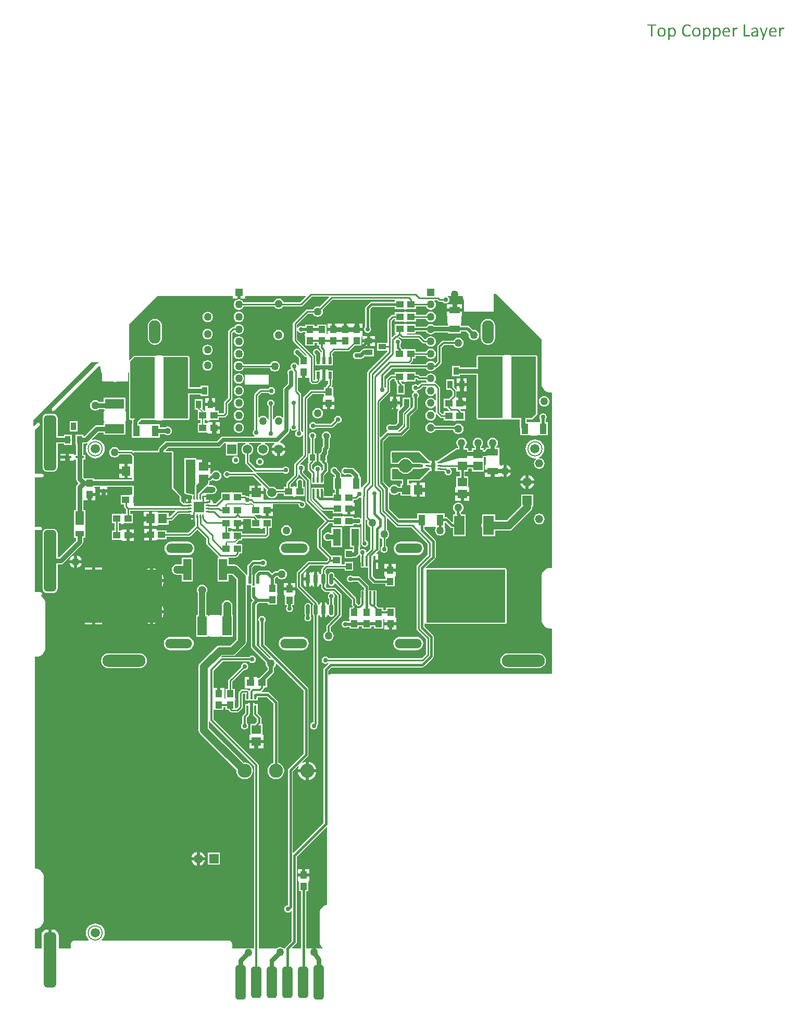
<source format=gtl>
%FSLAX23Y23*%
%MOIN*%
G70*
G01*
G75*
G04 Layer_Physical_Order=1*
G04 Layer_Color=65280*
%ADD10C,0.008*%
%ADD11R,0.043X0.045*%
%ADD12R,0.045X0.043*%
%ADD13R,0.020X0.020*%
%ADD14R,0.060X0.124*%
%ADD15R,0.055X0.138*%
%ADD16R,0.069X0.043*%
%ADD17R,0.020X0.049*%
%ADD18R,0.059X0.057*%
%ADD19R,0.014X0.035*%
%ADD20R,0.051X0.108*%
%ADD21R,0.040X0.040*%
%ADD22R,0.050X0.040*%
%ADD23O,0.024X0.073*%
%ADD24R,0.124X0.060*%
%ADD25R,0.057X0.016*%
%ADD26R,0.066X0.124*%
%ADD27R,0.071X0.071*%
%ADD28O,0.010X0.031*%
%ADD29O,0.031X0.010*%
%ADD30R,0.028X0.035*%
%ADD31O,0.028X0.010*%
%ADD32R,0.024X0.024*%
%ADD33R,0.059X0.169*%
%ADD34R,0.043X0.069*%
%ADD35R,0.055X0.035*%
%ADD36R,0.055X0.087*%
%ADD37R,0.016X0.024*%
%ADD38R,0.033X0.051*%
%ADD39R,0.057X0.059*%
G04:AMPARAMS|DCode=40|XSize=65mil|YSize=220mil|CornerRadius=16mil|HoleSize=0mil|Usage=FLASHONLY|Rotation=180.000|XOffset=0mil|YOffset=0mil|HoleType=Round|Shape=RoundedRectangle|*
%AMROUNDEDRECTD40*
21,1,0.065,0.188,0,0,180.0*
21,1,0.033,0.220,0,0,180.0*
1,1,0.033,-0.016,0.094*
1,1,0.033,0.016,0.094*
1,1,0.033,0.016,-0.094*
1,1,0.033,-0.016,-0.094*
%
%ADD40ROUNDEDRECTD40*%
G04:AMPARAMS|DCode=41|XSize=65mil|YSize=200mil|CornerRadius=16mil|HoleSize=0mil|Usage=FLASHONLY|Rotation=180.000|XOffset=0mil|YOffset=0mil|HoleType=Round|Shape=RoundedRectangle|*
%AMROUNDEDRECTD41*
21,1,0.065,0.168,0,0,180.0*
21,1,0.033,0.200,0,0,180.0*
1,1,0.033,-0.016,0.084*
1,1,0.033,0.016,0.084*
1,1,0.033,0.016,-0.084*
1,1,0.033,-0.016,-0.084*
%
%ADD41ROUNDEDRECTD41*%
%ADD42R,0.014X0.067*%
%ADD43R,0.051X0.033*%
%ADD44R,0.037X0.039*%
%ADD45R,0.024X0.045*%
%ADD46C,0.012*%
%ADD47C,0.010*%
%ADD48C,0.025*%
%ADD49C,0.015*%
%ADD50C,0.020*%
%ADD51C,0.050*%
%ADD52C,0.030*%
%ADD53C,0.040*%
%ADD54R,0.050X0.050*%
%ADD55C,0.050*%
%ADD56O,0.075X0.150*%
%ADD57R,0.059X0.059*%
%ADD58C,0.059*%
%ADD59C,0.090*%
%ADD60C,0.060*%
%ADD61R,0.060X0.060*%
%ADD62C,0.052*%
G04:AMPARAMS|DCode=63|XSize=354mil|YSize=79mil|CornerRadius=20mil|HoleSize=0mil|Usage=FLASHONLY|Rotation=270.000|XOffset=0mil|YOffset=0mil|HoleType=Round|Shape=RoundedRectangle|*
%AMROUNDEDRECTD63*
21,1,0.354,0.039,0,0,270.0*
21,1,0.315,0.079,0,0,270.0*
1,1,0.039,-0.020,-0.157*
1,1,0.039,-0.020,0.157*
1,1,0.039,0.020,0.157*
1,1,0.039,0.020,-0.157*
%
%ADD63ROUNDEDRECTD63*%
G04:AMPARAMS|DCode=64|XSize=394mil|YSize=79mil|CornerRadius=20mil|HoleSize=0mil|Usage=FLASHONLY|Rotation=270.000|XOffset=0mil|YOffset=0mil|HoleType=Round|Shape=RoundedRectangle|*
%AMROUNDEDRECTD64*
21,1,0.394,0.039,0,0,270.0*
21,1,0.354,0.079,0,0,270.0*
1,1,0.039,-0.020,-0.177*
1,1,0.039,-0.020,0.177*
1,1,0.039,0.020,0.177*
1,1,0.039,0.020,-0.177*
%
%ADD64ROUNDEDRECTD64*%
%ADD65O,0.276X0.079*%
%ADD66C,0.125*%
%ADD67O,0.173X0.059*%
%ADD68O,0.070X0.125*%
%ADD69R,0.079X0.335*%
%ADD70C,0.157*%
%ADD71C,0.030*%
%ADD72C,0.028*%
%ADD73C,0.040*%
%ADD74C,0.024*%
G36*
X2343Y3902D02*
X2351D01*
Y3898D01*
X2352Y3893D01*
X2355Y3888D01*
X2357Y3886D01*
Y3820D01*
X2406D01*
Y3887D01*
X2393D01*
X2391Y3889D01*
X2383Y3898D01*
X2385Y3902D01*
X2401D01*
X2402Y3901D01*
X2406Y3898D01*
X2410Y3898D01*
X2414Y3898D01*
X2418Y3901D01*
X2419Y3902D01*
X2477D01*
Y3918D01*
X2484D01*
X2488Y3914D01*
X2489Y3912D01*
X2494Y3909D01*
X2499Y3908D01*
X2543D01*
X2544Y3906D01*
X2549Y3900D01*
X2546Y3895D01*
X2516D01*
X2511Y3894D01*
X2507Y3891D01*
X2494Y3878D01*
X2492Y3878D01*
X2484Y3883D01*
X2475Y3885D01*
X2466Y3883D01*
X2458Y3878D01*
X2453Y3871D01*
X2452Y3862D01*
X2453Y3853D01*
X2458Y3845D01*
X2466Y3840D01*
X2466Y3840D01*
X2467Y3835D01*
D01*
D01*
Y3835D01*
X2459Y3830D01*
X2454Y3823D01*
X2452Y3814D01*
X2454Y3805D01*
X2459Y3797D01*
Y3741D01*
X2414Y3696D01*
X2410Y3691D01*
X2409Y3685D01*
Y3617D01*
X2375Y3583D01*
X2367D01*
X2366Y3588D01*
X2371Y3591D01*
X2397Y3617D01*
X2397Y3617D01*
X2401Y3624D01*
X2403Y3632D01*
X2403Y3632D01*
Y3698D01*
X2434Y3730D01*
X2434Y3730D01*
X2436Y3733D01*
X2444D01*
Y3800D01*
X2394D01*
Y3749D01*
X2381Y3736D01*
X2376Y3738D01*
Y3757D01*
X2354D01*
Y3726D01*
X2364D01*
X2367Y3722D01*
X2362Y3715D01*
X2361Y3707D01*
X2361Y3707D01*
Y3641D01*
X2347Y3627D01*
X2321D01*
X2313Y3628D01*
X2304Y3627D01*
X2296Y3622D01*
X2291Y3614D01*
X2290Y3605D01*
X2291Y3596D01*
X2296Y3588D01*
X2297Y3588D01*
X2296Y3583D01*
X2291Y3582D01*
X2286Y3579D01*
X2253Y3545D01*
X2248Y3547D01*
Y3770D01*
X2309Y3831D01*
X2312Y3835D01*
X2313Y3840D01*
Y3906D01*
X2325Y3919D01*
X2343D01*
Y3902D01*
D02*
G37*
G36*
X918Y3449D02*
X918Y3405D01*
Y3220D01*
X968Y3165D01*
Y3135D01*
X983Y3120D01*
X993Y3113D01*
X1017Y3113D01*
X1017Y3105D01*
X672D01*
X673Y3450D01*
X918Y3449D01*
D02*
G37*
G36*
X1064Y3166D02*
X1059Y3159D01*
Y3145D01*
X1055D01*
Y3178D01*
X1005Y3190D01*
X1005Y3245D01*
X1064D01*
Y3166D01*
D02*
G37*
G36*
X1118Y3159D02*
X1118Y3162D01*
X1118D01*
Y3159D01*
D02*
G37*
G36*
X1083Y3187D02*
X1084Y3169D01*
X1079Y3159D01*
X1074Y3169D01*
Y3238D01*
X1090Y3253D01*
X1149D01*
X1083Y3187D01*
D02*
G37*
G36*
X4345Y6167D02*
X4347Y6167D01*
X4349Y6167D01*
X4350Y6166D01*
X4352Y6166D01*
X4353Y6165D01*
X4354Y6165D01*
X4354Y6164D01*
X4355Y6164D01*
X4356Y6163D01*
X4357Y6162D01*
X4358Y6161D01*
X4359Y6160D01*
X4360Y6159D01*
X4360Y6158D01*
X4361Y6158D01*
X4361Y6157D01*
X4362Y6156D01*
X4362Y6155D01*
X4363Y6153D01*
X4363Y6151D01*
X4364Y6149D01*
Y6149D01*
X4364Y6148D01*
X4364Y6147D01*
X4365Y6146D01*
X4365Y6144D01*
X4365Y6142D01*
X4365Y6141D01*
Y6138D01*
Y6138D01*
Y6138D01*
Y6138D01*
Y6137D01*
X4365Y6136D01*
Y6134D01*
X4365Y6132D01*
X4365Y6130D01*
X4364Y6128D01*
X4364Y6126D01*
Y6125D01*
X4363Y6125D01*
X4363Y6124D01*
X4363Y6122D01*
X4362Y6121D01*
X4361Y6119D01*
X4360Y6117D01*
X4359Y6116D01*
X4359Y6116D01*
X4359Y6115D01*
X4358Y6115D01*
X4357Y6114D01*
X4356Y6113D01*
X4355Y6112D01*
X4353Y6111D01*
X4352Y6110D01*
X4352Y6110D01*
X4351Y6110D01*
X4350Y6109D01*
X4349Y6109D01*
X4347Y6109D01*
X4346Y6108D01*
X4344Y6108D01*
X4342Y6108D01*
X4341D01*
X4340Y6108D01*
X4339Y6108D01*
X4337Y6108D01*
X4337D01*
X4337Y6109D01*
X4336Y6109D01*
X4335Y6109D01*
X4333Y6110D01*
X4333D01*
X4333Y6110D01*
X4332Y6111D01*
X4331Y6111D01*
X4329Y6112D01*
X4329Y6112D01*
X4329Y6113D01*
X4329Y6113D01*
X4328Y6113D01*
X4327Y6115D01*
X4325Y6116D01*
Y6089D01*
Y6089D01*
X4325Y6088D01*
X4325Y6088D01*
X4324Y6088D01*
X4324D01*
X4324Y6088D01*
X4324Y6087D01*
X4323Y6087D01*
X4322D01*
X4321Y6087D01*
X4319D01*
X4318Y6087D01*
X4318D01*
X4318Y6087D01*
X4317Y6088D01*
X4316D01*
X4316Y6088D01*
X4316Y6088D01*
Y6089D01*
X4316Y6089D01*
Y6164D01*
Y6165D01*
Y6165D01*
X4316Y6165D01*
Y6165D01*
X4316Y6165D01*
X4316Y6166D01*
X4316Y6166D01*
X4317D01*
X4317Y6166D01*
X4317Y6166D01*
X4318Y6166D01*
X4318D01*
X4318Y6166D01*
X4321D01*
X4322Y6166D01*
X4322D01*
X4322Y6166D01*
X4323Y6166D01*
X4323D01*
X4324Y6166D01*
X4324Y6165D01*
X4324Y6165D01*
X4324Y6165D01*
X4324Y6164D01*
Y6157D01*
X4324Y6157D01*
X4325Y6158D01*
X4325Y6158D01*
X4326Y6159D01*
X4327Y6160D01*
X4329Y6161D01*
X4329Y6162D01*
X4329Y6162D01*
X4330Y6162D01*
X4330Y6163D01*
X4332Y6164D01*
X4334Y6165D01*
X4334D01*
X4334Y6165D01*
X4334Y6165D01*
X4335Y6165D01*
X4337Y6166D01*
X4338Y6166D01*
X4338D01*
X4339Y6167D01*
X4339Y6167D01*
X4340Y6167D01*
X4341Y6167D01*
X4343Y6167D01*
X4344D01*
X4345Y6167D01*
D02*
G37*
G36*
X4123D02*
X4124Y6167D01*
X4126Y6167D01*
X4128Y6166D01*
X4129Y6166D01*
X4131Y6165D01*
X4131Y6165D01*
X4132Y6164D01*
X4132Y6164D01*
X4133Y6163D01*
X4134Y6162D01*
X4135Y6161D01*
X4137Y6160D01*
X4138Y6159D01*
X4138Y6158D01*
X4138Y6158D01*
X4138Y6157D01*
X4139Y6156D01*
X4140Y6155D01*
X4140Y6153D01*
X4141Y6151D01*
X4141Y6149D01*
Y6149D01*
X4142Y6148D01*
X4142Y6147D01*
X4142Y6146D01*
X4142Y6144D01*
X4143Y6142D01*
X4143Y6141D01*
Y6138D01*
Y6138D01*
Y6138D01*
Y6138D01*
Y6137D01*
X4143Y6136D01*
Y6134D01*
X4142Y6132D01*
X4142Y6130D01*
X4142Y6128D01*
X4141Y6126D01*
Y6125D01*
X4141Y6125D01*
X4140Y6124D01*
X4140Y6122D01*
X4139Y6121D01*
X4138Y6119D01*
X4138Y6117D01*
X4137Y6116D01*
X4136Y6116D01*
X4136Y6115D01*
X4135Y6115D01*
X4135Y6114D01*
X4134Y6113D01*
X4132Y6112D01*
X4131Y6111D01*
X4129Y6110D01*
X4129Y6110D01*
X4128Y6110D01*
X4128Y6109D01*
X4126Y6109D01*
X4125Y6109D01*
X4123Y6108D01*
X4121Y6108D01*
X4119Y6108D01*
X4118D01*
X4118Y6108D01*
X4116Y6108D01*
X4115Y6108D01*
X4114D01*
X4114Y6109D01*
X4113Y6109D01*
X4112Y6109D01*
X4111Y6110D01*
X4111D01*
X4110Y6110D01*
X4109Y6111D01*
X4108Y6111D01*
X4107Y6112D01*
X4107Y6112D01*
X4107Y6113D01*
X4106Y6113D01*
X4106Y6113D01*
X4104Y6115D01*
X4103Y6116D01*
Y6089D01*
Y6089D01*
X4103Y6088D01*
X4102Y6088D01*
X4102Y6088D01*
X4102D01*
X4101Y6088D01*
X4101Y6087D01*
X4100Y6087D01*
X4100D01*
X4099Y6087D01*
X4096D01*
X4095Y6087D01*
X4095D01*
X4095Y6087D01*
X4094Y6088D01*
X4094D01*
X4094Y6088D01*
X4093Y6088D01*
Y6089D01*
X4093Y6089D01*
Y6164D01*
Y6165D01*
Y6165D01*
X4093Y6165D01*
Y6165D01*
X4093Y6165D01*
X4094Y6166D01*
X4094Y6166D01*
X4094D01*
X4094Y6166D01*
X4095Y6166D01*
X4095Y6166D01*
X4095D01*
X4096Y6166D01*
X4099D01*
X4099Y6166D01*
X4099D01*
X4100Y6166D01*
X4101Y6166D01*
X4101D01*
X4101Y6166D01*
X4101Y6165D01*
X4101Y6165D01*
X4101Y6165D01*
X4102Y6164D01*
Y6157D01*
X4102Y6157D01*
X4102Y6158D01*
X4103Y6158D01*
X4103Y6159D01*
X4105Y6160D01*
X4106Y6161D01*
X4106Y6162D01*
X4107Y6162D01*
X4107Y6162D01*
X4108Y6163D01*
X4109Y6164D01*
X4111Y6165D01*
X4111D01*
X4111Y6165D01*
X4112Y6165D01*
X4112Y6165D01*
X4114Y6166D01*
X4116Y6166D01*
X4116D01*
X4116Y6167D01*
X4117Y6167D01*
X4117Y6167D01*
X4119Y6167D01*
X4121Y6167D01*
X4122D01*
X4123Y6167D01*
D02*
G37*
G36*
X4410D02*
X4411Y6167D01*
X4413Y6167D01*
X4415Y6166D01*
X4416Y6166D01*
X4418Y6165D01*
X4418Y6165D01*
X4419Y6164D01*
X4419Y6164D01*
X4420Y6163D01*
X4422Y6162D01*
X4423Y6161D01*
X4424Y6160D01*
X4425Y6159D01*
X4425Y6158D01*
X4425Y6158D01*
X4426Y6157D01*
X4426Y6156D01*
X4427Y6155D01*
X4427Y6153D01*
X4428Y6151D01*
X4429Y6149D01*
Y6149D01*
X4429Y6148D01*
X4429Y6147D01*
X4429Y6146D01*
X4429Y6144D01*
X4430Y6142D01*
X4430Y6141D01*
Y6138D01*
Y6138D01*
Y6138D01*
Y6138D01*
Y6137D01*
X4430Y6136D01*
Y6134D01*
X4429Y6132D01*
X4429Y6130D01*
X4429Y6128D01*
X4428Y6126D01*
Y6125D01*
X4428Y6125D01*
X4427Y6124D01*
X4427Y6122D01*
X4426Y6121D01*
X4426Y6119D01*
X4425Y6117D01*
X4424Y6116D01*
X4424Y6116D01*
X4423Y6115D01*
X4423Y6115D01*
X4422Y6114D01*
X4421Y6113D01*
X4419Y6112D01*
X4418Y6111D01*
X4416Y6110D01*
X4416Y6110D01*
X4416Y6110D01*
X4415Y6109D01*
X4413Y6109D01*
X4412Y6109D01*
X4410Y6108D01*
X4408Y6108D01*
X4406Y6108D01*
X4406D01*
X4405Y6108D01*
X4403Y6108D01*
X4402Y6108D01*
X4402D01*
X4402Y6109D01*
X4401Y6109D01*
X4399Y6109D01*
X4398Y6110D01*
X4398D01*
X4398Y6110D01*
X4397Y6111D01*
X4395Y6111D01*
X4394Y6112D01*
X4394Y6112D01*
X4394Y6113D01*
X4393Y6113D01*
X4393Y6113D01*
X4392Y6115D01*
X4390Y6116D01*
Y6089D01*
Y6089D01*
X4390Y6088D01*
X4390Y6088D01*
X4389Y6088D01*
X4389D01*
X4388Y6088D01*
X4388Y6087D01*
X4387Y6087D01*
X4387D01*
X4386Y6087D01*
X4383D01*
X4383Y6087D01*
X4382D01*
X4382Y6087D01*
X4381Y6088D01*
X4381D01*
X4381Y6088D01*
X4380Y6088D01*
Y6089D01*
X4380Y6089D01*
Y6164D01*
Y6165D01*
Y6165D01*
X4380Y6165D01*
Y6165D01*
X4380Y6165D01*
X4381Y6166D01*
X4381Y6166D01*
X4381D01*
X4381Y6166D01*
X4382Y6166D01*
X4382Y6166D01*
X4383D01*
X4383Y6166D01*
X4386D01*
X4386Y6166D01*
X4387D01*
X4387Y6166D01*
X4388Y6166D01*
X4388D01*
X4388Y6166D01*
X4388Y6165D01*
X4388Y6165D01*
X4389Y6165D01*
X4389Y6164D01*
Y6157D01*
X4389Y6157D01*
X4389Y6158D01*
X4390Y6158D01*
X4390Y6159D01*
X4392Y6160D01*
X4393Y6161D01*
X4394Y6162D01*
X4394Y6162D01*
X4394Y6162D01*
X4395Y6163D01*
X4396Y6164D01*
X4398Y6165D01*
X4398D01*
X4398Y6165D01*
X4399Y6165D01*
X4400Y6165D01*
X4401Y6166D01*
X4403Y6166D01*
X4403D01*
X4403Y6167D01*
X4404Y6167D01*
X4404Y6167D01*
X4406Y6167D01*
X4408Y6167D01*
X4409D01*
X4410Y6167D01*
D02*
G37*
G36*
X1911Y1052D02*
Y557D01*
X1910Y557D01*
X1899Y554D01*
X1889Y548D01*
X1880Y541D01*
X1873Y532D01*
X1867Y522D01*
X1864Y511D01*
X1863Y500D01*
Y320D01*
X1864Y309D01*
X1867Y298D01*
X1873Y288D01*
X1879Y280D01*
X1877Y275D01*
X1776D01*
Y643D01*
X1790D01*
Y701D01*
X1791Y702D01*
X1794Y706D01*
X1794Y709D01*
X1797D01*
Y736D01*
X1723D01*
Y709D01*
X1726D01*
X1726Y706D01*
X1729Y702D01*
X1730Y701D01*
Y643D01*
X1744D01*
Y275D01*
X1686D01*
X1685Y280D01*
X1711Y306D01*
X1715Y312D01*
X1716Y318D01*
Y864D01*
X1906Y1054D01*
X1911Y1052D01*
D02*
G37*
G36*
X4218Y6187D02*
X4219D01*
X4220Y6187D01*
X4223Y6187D01*
X4223D01*
X4223Y6187D01*
X4224Y6187D01*
X4225Y6186D01*
X4226Y6186D01*
X4228Y6185D01*
X4229D01*
X4229Y6185D01*
X4229Y6185D01*
X4230Y6185D01*
X4232Y6184D01*
X4233Y6183D01*
X4233D01*
X4234Y6183D01*
X4234Y6182D01*
X4235Y6182D01*
X4236Y6181D01*
X4236Y6181D01*
X4237Y6180D01*
X4237Y6180D01*
X4237Y6180D01*
X4237Y6179D01*
X4238Y6179D01*
Y6179D01*
X4238Y6178D01*
Y6178D01*
X4238Y6177D01*
Y6177D01*
X4238Y6177D01*
Y6176D01*
Y6175D01*
Y6175D01*
Y6175D01*
Y6174D01*
X4238Y6174D01*
Y6173D01*
X4238Y6173D01*
X4237Y6172D01*
Y6172D01*
X4237Y6172D01*
X4237Y6171D01*
X4237D01*
X4236Y6171D01*
X4236D01*
X4236Y6171D01*
X4235Y6171D01*
X4234Y6172D01*
X4233Y6172D01*
X4233Y6173D01*
X4231Y6174D01*
X4230Y6175D01*
X4230Y6175D01*
X4229Y6175D01*
X4229Y6175D01*
X4228Y6176D01*
X4227Y6176D01*
X4226Y6176D01*
X4224Y6177D01*
X4224D01*
X4223Y6177D01*
X4223Y6178D01*
X4222Y6178D01*
X4221Y6178D01*
X4219Y6178D01*
X4218Y6179D01*
X4215D01*
X4214Y6178D01*
X4213Y6178D01*
X4211Y6178D01*
X4210Y6178D01*
X4208Y6177D01*
X4206Y6176D01*
X4206Y6176D01*
X4206Y6176D01*
X4205Y6176D01*
X4204Y6175D01*
X4203Y6174D01*
X4202Y6173D01*
X4200Y6172D01*
X4199Y6170D01*
X4199Y6170D01*
X4199Y6170D01*
X4198Y6169D01*
X4197Y6168D01*
X4197Y6166D01*
X4196Y6165D01*
X4195Y6163D01*
X4194Y6160D01*
Y6160D01*
X4194Y6160D01*
X4194Y6158D01*
X4194Y6157D01*
X4193Y6155D01*
X4193Y6153D01*
X4193Y6150D01*
X4193Y6147D01*
Y6147D01*
Y6147D01*
Y6147D01*
Y6146D01*
X4193Y6145D01*
Y6143D01*
X4193Y6141D01*
X4194Y6139D01*
X4194Y6136D01*
X4194Y6134D01*
X4195Y6134D01*
X4195Y6133D01*
X4195Y6132D01*
X4196Y6131D01*
X4196Y6129D01*
X4197Y6128D01*
X4198Y6126D01*
X4199Y6125D01*
X4199Y6125D01*
X4200Y6124D01*
X4200Y6124D01*
X4201Y6123D01*
X4202Y6122D01*
X4203Y6121D01*
X4205Y6120D01*
X4206Y6119D01*
X4207Y6119D01*
X4207Y6119D01*
X4208Y6119D01*
X4209Y6118D01*
X4211Y6118D01*
X4212Y6117D01*
X4214Y6117D01*
X4216Y6117D01*
X4218D01*
X4219Y6117D01*
X4220Y6117D01*
X4221Y6118D01*
X4224Y6118D01*
X4224D01*
X4225Y6118D01*
X4226Y6119D01*
X4226Y6119D01*
X4228Y6120D01*
X4230Y6121D01*
X4230D01*
X4231Y6121D01*
X4231Y6121D01*
X4231Y6122D01*
X4233Y6122D01*
X4234Y6123D01*
X4234D01*
X4234Y6123D01*
X4235Y6124D01*
X4236Y6124D01*
X4237Y6125D01*
X4237D01*
X4237Y6124D01*
X4237D01*
X4238Y6124D01*
X4238Y6124D01*
X4238Y6124D01*
Y6123D01*
X4238Y6123D01*
Y6123D01*
X4238Y6122D01*
Y6122D01*
X4238Y6122D01*
Y6121D01*
Y6120D01*
Y6120D01*
Y6119D01*
Y6119D01*
X4238Y6118D01*
Y6118D01*
Y6118D01*
X4238Y6117D01*
X4238Y6117D01*
X4237Y6116D01*
Y6116D01*
X4237Y6116D01*
X4237Y6115D01*
X4237Y6115D01*
X4236Y6115D01*
X4236Y6115D01*
X4235Y6114D01*
X4234Y6113D01*
X4234D01*
X4234Y6113D01*
X4233Y6113D01*
X4233Y6112D01*
X4231Y6112D01*
X4229Y6111D01*
X4229D01*
X4229Y6111D01*
X4228Y6110D01*
X4228Y6110D01*
X4227Y6110D01*
X4226Y6109D01*
X4223Y6109D01*
X4223D01*
X4222Y6109D01*
X4221Y6109D01*
X4221Y6108D01*
X4219Y6108D01*
X4218Y6108D01*
X4215Y6108D01*
X4214D01*
X4212Y6108D01*
X4210Y6108D01*
X4208Y6109D01*
X4206Y6109D01*
X4203Y6110D01*
X4201Y6111D01*
X4201Y6111D01*
X4200Y6111D01*
X4199Y6112D01*
X4198Y6112D01*
X4196Y6113D01*
X4194Y6115D01*
X4192Y6116D01*
X4191Y6118D01*
X4191Y6118D01*
X4190Y6119D01*
X4189Y6120D01*
X4188Y6121D01*
X4187Y6123D01*
X4186Y6125D01*
X4185Y6127D01*
X4184Y6130D01*
Y6130D01*
X4184Y6130D01*
Y6131D01*
X4184Y6131D01*
X4184Y6132D01*
X4183Y6133D01*
X4183Y6135D01*
X4183Y6137D01*
X4182Y6140D01*
X4182Y6143D01*
X4182Y6147D01*
Y6147D01*
Y6147D01*
Y6148D01*
Y6148D01*
X4182Y6149D01*
Y6150D01*
X4182Y6152D01*
X4182Y6155D01*
X4183Y6158D01*
X4183Y6161D01*
X4184Y6164D01*
Y6164D01*
X4184Y6164D01*
X4185Y6165D01*
X4185Y6165D01*
X4185Y6166D01*
X4186Y6168D01*
X4187Y6170D01*
X4188Y6172D01*
X4190Y6175D01*
X4191Y6177D01*
X4192Y6177D01*
X4192Y6178D01*
X4193Y6179D01*
X4194Y6180D01*
X4196Y6181D01*
X4198Y6182D01*
X4200Y6184D01*
X4202Y6185D01*
X4202D01*
X4202Y6185D01*
X4203Y6185D01*
X4204Y6186D01*
X4206Y6186D01*
X4208Y6187D01*
X4211Y6187D01*
X4213Y6187D01*
X4216Y6188D01*
X4217D01*
X4218Y6187D01*
D02*
G37*
G36*
X2497Y3450D02*
X2564Y3386D01*
X2565Y3385D01*
X2566Y3383D01*
X2543Y3378D01*
X2496Y3383D01*
X2496Y3383D01*
Y3383D01*
X2460Y3383D01*
X2458Y3383D01*
X2458Y3383D01*
X2458Y3383D01*
X2458Y3384D01*
X2458Y3384D01*
X2456Y3389D01*
X2448Y3400D01*
X2437Y3408D01*
X2425Y3413D01*
X2411Y3415D01*
X2398Y3413D01*
X2385Y3408D01*
X2375Y3400D01*
X2367Y3389D01*
X2364Y3384D01*
X2365Y3384D01*
X2365Y3384D01*
X2364Y3383D01*
X2363Y3383D01*
Y3383D01*
X2327Y3383D01*
X2325Y3383D01*
X2324Y3385D01*
X2325D01*
X2324Y3448D01*
X2325Y3450D01*
X2325Y3450D01*
X2325Y3450D01*
X2325Y3450D01*
X2325Y3450D01*
X2325Y3449D01*
X2325Y3449D01*
X2325Y3449D01*
X2325Y3450D01*
X2325Y3450D01*
X2325Y3450D01*
X2325Y3450D01*
X2325Y3450D01*
X2325Y3450D01*
X2325Y3449D01*
X2325Y3449D01*
D01*
X2325Y3449D01*
X2325Y3450D01*
X2325Y3450D01*
X2325Y3450D01*
X2325Y3450D01*
X2327Y3450D01*
Y3450D01*
X2496Y3450D01*
X2497Y3450D01*
D02*
G37*
G36*
X1680Y3595D02*
X1688Y3590D01*
X1696Y3588D01*
X1705Y3590D01*
X1712Y3595D01*
X1716Y3594D01*
X1717Y3589D01*
X1713Y3587D01*
X1708Y3579D01*
X1707Y3570D01*
X1708Y3561D01*
X1713Y3553D01*
X1721Y3548D01*
X1730Y3547D01*
X1739Y3548D01*
X1747Y3553D01*
X1752Y3561D01*
X1752Y3562D01*
X1757Y3561D01*
Y3433D01*
X1703Y3379D01*
X1700Y3375D01*
X1699Y3370D01*
Y3304D01*
X1654Y3259D01*
X1652Y3255D01*
X1651Y3250D01*
Y3228D01*
X1633D01*
Y3212D01*
X1590D01*
X1590Y3212D01*
X1584Y3220D01*
X1577Y3226D01*
X1567Y3229D01*
X1558Y3231D01*
X1548Y3229D01*
X1543Y3228D01*
X1454Y3316D01*
X1456Y3321D01*
X1627D01*
X1628Y3318D01*
X1636Y3313D01*
X1645Y3312D01*
X1654Y3313D01*
X1662Y3318D01*
X1667Y3326D01*
X1668Y3335D01*
X1667Y3344D01*
X1662Y3352D01*
X1654Y3357D01*
X1645Y3358D01*
X1636Y3357D01*
X1628Y3352D01*
X1626Y3348D01*
X1455D01*
X1413Y3390D01*
Y3433D01*
X1419Y3435D01*
X1427Y3441D01*
X1433Y3449D01*
X1437Y3458D01*
X1438Y3468D01*
X1437Y3478D01*
X1433Y3487D01*
X1427Y3495D01*
X1419Y3501D01*
X1411Y3504D01*
X1412Y3509D01*
X1488D01*
X1489Y3504D01*
X1481Y3501D01*
X1473Y3495D01*
X1467Y3487D01*
X1463Y3478D01*
X1462Y3468D01*
X1463Y3458D01*
X1467Y3449D01*
X1473Y3441D01*
X1481Y3435D01*
X1490Y3432D01*
X1500Y3430D01*
X1510Y3432D01*
X1519Y3435D01*
X1527Y3441D01*
X1533Y3449D01*
X1537Y3458D01*
X1538Y3468D01*
X1537Y3478D01*
X1533Y3487D01*
X1527Y3495D01*
X1519Y3501D01*
X1511Y3504D01*
X1512Y3509D01*
X1572D01*
X1574Y3504D01*
X1568Y3500D01*
X1561Y3491D01*
X1557Y3480D01*
X1556Y3478D01*
X1644D01*
X1643Y3480D01*
X1639Y3491D01*
X1632Y3500D01*
X1622Y3507D01*
X1612Y3512D01*
X1607Y3512D01*
X1605Y3517D01*
X1665Y3576D01*
X1665Y3576D01*
X1667Y3580D01*
X1669Y3583D01*
X1671Y3591D01*
Y3601D01*
X1676Y3602D01*
X1680Y3595D01*
D02*
G37*
G36*
X2565Y3340D02*
X2499Y3276D01*
X2496D01*
Y3276D01*
X2327Y3276D01*
X2325Y3277D01*
X2325Y3277D01*
X2325Y3277D01*
X2325Y3279D01*
X2325D01*
X2325Y3341D01*
X2325Y3343D01*
X2327Y3344D01*
Y3343D01*
X2363Y3344D01*
X2364Y3343D01*
X2365Y3342D01*
X2365Y3342D01*
X2365Y3342D01*
X2367Y3337D01*
X2375Y3327D01*
X2386Y3318D01*
X2398Y3313D01*
X2411Y3312D01*
X2425Y3313D01*
X2437Y3318D01*
X2448Y3327D01*
X2456Y3337D01*
X2458Y3342D01*
X2458Y3342D01*
X2459Y3343D01*
X2459Y3343D01*
X2459Y3343D01*
X2459Y3343D01*
X2459Y3343D01*
X2459Y3343D01*
X2460Y3344D01*
Y3343D01*
X2496Y3344D01*
X2497Y3343D01*
X2543Y3348D01*
X2565Y3340D01*
D02*
G37*
G36*
X3051Y2360D02*
X2546D01*
Y2700D01*
X3051D01*
Y2360D01*
D02*
G37*
G36*
X1389Y3504D02*
X1381Y3501D01*
X1373Y3495D01*
X1367Y3487D01*
X1363Y3478D01*
X1362Y3468D01*
X1363Y3458D01*
X1367Y3449D01*
X1373Y3441D01*
X1381Y3435D01*
X1387Y3433D01*
Y3384D01*
X1388Y3379D01*
X1391Y3375D01*
X1439Y3326D01*
X1437Y3322D01*
X1288D01*
X1286Y3324D01*
X1279Y3329D01*
X1270Y3331D01*
X1261Y3329D01*
X1254Y3324D01*
X1249Y3317D01*
X1248Y3308D01*
X1249Y3300D01*
X1254Y3292D01*
X1261Y3288D01*
X1270Y3286D01*
X1279Y3288D01*
X1286Y3292D01*
X1288Y3295D01*
X1438D01*
X1491Y3242D01*
X1489Y3237D01*
X1468D01*
Y3203D01*
X1502D01*
Y3225D01*
X1507Y3227D01*
X1524Y3209D01*
X1521Y3203D01*
X1520Y3193D01*
X1521Y3183D01*
X1525Y3174D01*
X1531Y3166D01*
X1539Y3160D01*
X1548Y3156D01*
X1558Y3155D01*
X1567Y3156D01*
X1577Y3160D01*
X1584Y3166D01*
X1590Y3174D01*
X1594Y3183D01*
X1594Y3185D01*
X1633D01*
Y3169D01*
X1692D01*
X1693Y3167D01*
X1696Y3165D01*
X1700Y3164D01*
X1704Y3165D01*
X1708Y3167D01*
X1709Y3169D01*
X1767D01*
Y3228D01*
X1758D01*
Y3257D01*
X1758Y3260D01*
X1756Y3268D01*
X1752Y3276D01*
X1744Y3281D01*
X1736Y3282D01*
X1727Y3281D01*
X1720Y3276D01*
X1715Y3268D01*
X1713Y3260D01*
X1715Y3251D01*
X1716Y3250D01*
Y3228D01*
X1709D01*
X1708Y3230D01*
X1704Y3232D01*
X1700Y3233D01*
X1696Y3232D01*
X1693Y3230D01*
X1692Y3228D01*
X1677D01*
Y3245D01*
X1721Y3289D01*
X1724Y3293D01*
X1725Y3298D01*
Y3309D01*
X1730Y3310D01*
X1733Y3305D01*
X1773Y3265D01*
Y3139D01*
X1773Y3139D01*
X1774Y3134D01*
X1777Y3129D01*
X1894Y3013D01*
Y3007D01*
X1852Y2966D01*
X1849Y2961D01*
X1848Y2956D01*
X1848Y2956D01*
Y2843D01*
X1848Y2843D01*
X1849Y2837D01*
X1852Y2832D01*
X1916Y2769D01*
Y2763D01*
X1907Y2754D01*
X1794D01*
X1794Y2754D01*
X1789Y2753D01*
X1784Y2750D01*
X1784Y2750D01*
X1720Y2686D01*
X1717Y2681D01*
X1716Y2676D01*
X1716Y2676D01*
Y2590D01*
X1716Y2590D01*
X1717Y2585D01*
X1720Y2580D01*
X1822Y2478D01*
X1819Y2474D01*
X1817Y2466D01*
Y2417D01*
X1819Y2409D01*
X1823Y2403D01*
X1823Y2403D01*
Y1723D01*
X1816Y1722D01*
X1808Y1717D01*
X1803Y1709D01*
X1802Y1700D01*
X1803Y1691D01*
X1808Y1683D01*
X1816Y1678D01*
X1825Y1677D01*
X1834Y1678D01*
X1842Y1683D01*
X1847Y1691D01*
X1848Y1700D01*
X1848Y1703D01*
X1849Y1705D01*
X1851Y1707D01*
X1852Y1713D01*
Y2403D01*
X1852Y2403D01*
X1856Y2409D01*
X1856Y2410D01*
X1861Y2410D01*
X1861Y2410D01*
X1864Y2403D01*
X1868Y2398D01*
X1874Y2394D01*
X1878Y2392D01*
Y2442D01*
Y2491D01*
X1874Y2490D01*
X1868Y2485D01*
X1864Y2480D01*
X1861Y2473D01*
X1861Y2473D01*
X1856Y2473D01*
X1856Y2474D01*
X1852Y2480D01*
X1852Y2480D01*
Y2482D01*
X1852Y2482D01*
X1851Y2488D01*
X1849Y2490D01*
X1848Y2493D01*
X1848Y2493D01*
X1744Y2596D01*
Y2670D01*
X1800Y2726D01*
X1888D01*
X1890Y2721D01*
X1878Y2709D01*
X1875Y2705D01*
X1874Y2700D01*
Y2678D01*
X1873Y2677D01*
X1869Y2671D01*
X1869Y2670D01*
X1864Y2670D01*
X1864Y2670D01*
X1861Y2677D01*
X1857Y2682D01*
X1851Y2686D01*
X1848Y2688D01*
Y2638D01*
Y2589D01*
X1851Y2590D01*
X1857Y2595D01*
X1861Y2600D01*
X1864Y2607D01*
X1864Y2607D01*
X1869Y2607D01*
X1869Y2606D01*
X1873Y2600D01*
X1873Y2600D01*
Y2584D01*
X1873Y2584D01*
X1874Y2578D01*
X1877Y2574D01*
X1892Y2559D01*
X1892Y2559D01*
X1895Y2558D01*
X1896Y2556D01*
X1902Y2555D01*
X1927D01*
X1928Y2550D01*
X1922Y2546D01*
X1917Y2539D01*
X1915Y2530D01*
X1917Y2521D01*
X1922Y2514D01*
X1923Y2513D01*
Y2480D01*
X1923Y2480D01*
X1919Y2474D01*
X1919Y2473D01*
X1914Y2473D01*
X1914Y2473D01*
X1911Y2480D01*
X1907Y2485D01*
X1901Y2490D01*
X1898Y2491D01*
Y2442D01*
Y2392D01*
X1901Y2394D01*
X1907Y2398D01*
X1911Y2403D01*
X1914Y2410D01*
X1914Y2410D01*
X1919Y2410D01*
X1919Y2409D01*
X1923Y2403D01*
X1930Y2398D01*
X1938Y2397D01*
X1945Y2398D01*
X1952Y2403D01*
X1956Y2409D01*
X1958Y2417D01*
Y2466D01*
X1956Y2474D01*
X1952Y2480D01*
X1952Y2480D01*
Y2513D01*
X1953Y2514D01*
X1958Y2521D01*
X1960Y2530D01*
X1958Y2539D01*
X1953Y2546D01*
X1947Y2550D01*
X1947Y2553D01*
X1952Y2555D01*
X1976Y2531D01*
Y2414D01*
X1909Y2347D01*
X1906Y2343D01*
X1905Y2337D01*
X1905Y2337D01*
Y2305D01*
X1903Y2304D01*
X1896Y2299D01*
X1890Y2292D01*
X1887Y2284D01*
X1886Y2275D01*
X1887Y2266D01*
X1890Y2258D01*
X1896Y2251D01*
X1903Y2246D01*
X1911Y2243D01*
X1919Y2242D01*
X1928Y2243D01*
X1936Y2246D01*
X1943Y2251D01*
X1948Y2258D01*
X1951Y2266D01*
X1952Y2275D01*
X1951Y2284D01*
X1948Y2292D01*
X1943Y2299D01*
X1936Y2304D01*
X1933Y2305D01*
Y2331D01*
X2000Y2398D01*
X2000Y2398D01*
X2003Y2403D01*
X2004Y2408D01*
X2004Y2408D01*
Y2537D01*
X2004Y2537D01*
X2003Y2543D01*
X2000Y2547D01*
X1968Y2580D01*
X1963Y2583D01*
X1958Y2584D01*
X1958Y2584D01*
X1908D01*
X1902Y2590D01*
Y2600D01*
X1902Y2600D01*
X1906Y2606D01*
X1908Y2614D01*
Y2663D01*
X1906Y2671D01*
X1902Y2677D01*
X1901Y2678D01*
Y2695D01*
X1913Y2707D01*
X2022D01*
Y2692D01*
X2078D01*
Y2748D01*
X2022D01*
Y2733D01*
X2003D01*
Y2788D01*
X1937D01*
X1877Y2848D01*
Y2950D01*
X1923Y2996D01*
X1947D01*
Y2980D01*
X2005D01*
X2006Y2978D01*
X2009Y2976D01*
X2014Y2975D01*
X2018Y2976D01*
X2021Y2978D01*
X2022Y2980D01*
X2081D01*
Y2989D01*
X2100D01*
X2101Y2988D01*
X2110Y2987D01*
X2119Y2988D01*
X2126Y2993D01*
X2130Y2991D01*
Y2874D01*
X2130Y2874D01*
X2129Y2867D01*
X2131Y2858D01*
X2136Y2851D01*
X2143Y2846D01*
X2151Y2844D01*
X2160Y2846D01*
X2167Y2851D01*
X2172Y2858D01*
X2174Y2867D01*
X2172Y2875D01*
X2167Y2883D01*
X2160Y2888D01*
X2157Y2888D01*
Y3018D01*
X2162Y3020D01*
X2169Y3012D01*
X2168Y3009D01*
X2167Y3000D01*
X2168Y2991D01*
X2171Y2983D01*
X2176Y2976D01*
X2183Y2971D01*
X2187Y2970D01*
Y2832D01*
X2166Y2811D01*
X2161Y2812D01*
X2160Y2818D01*
X2155Y2826D01*
X2147Y2831D01*
X2138Y2832D01*
X2129Y2831D01*
X2123Y2827D01*
X2119Y2829D01*
Y2844D01*
X2124D01*
Y2968D01*
X2056D01*
Y2844D01*
X2077D01*
Y2828D01*
X2022D01*
Y2772D01*
X2078D01*
Y2776D01*
X2088D01*
X2088Y2776D01*
X2096Y2777D01*
X2103Y2782D01*
X2112Y2792D01*
X2112Y2792D01*
X2115Y2795D01*
X2120D01*
X2121Y2792D01*
X2123Y2791D01*
Y2752D01*
X2124Y2747D01*
X2125Y2747D01*
Y2714D01*
X2149D01*
Y2714D01*
X2150Y2714D01*
Y2714D01*
X2174D01*
Y2657D01*
X2173Y2657D01*
X2172Y2651D01*
X2173Y2645D01*
X2177Y2639D01*
X2203Y2613D01*
X2208Y2610D01*
X2214Y2608D01*
X2284D01*
Y2593D01*
X2344D01*
Y2652D01*
X2345Y2653D01*
X2348Y2656D01*
X2348Y2659D01*
X2351D01*
Y2687D01*
X2277D01*
Y2659D01*
X2280D01*
X2280Y2656D01*
X2283Y2653D01*
X2284Y2652D01*
Y2640D01*
X2221D01*
X2202Y2659D01*
Y2704D01*
X2203D01*
Y2752D01*
X2213D01*
Y2762D01*
X2235D01*
Y2801D01*
X2228D01*
X2226Y2805D01*
X2229Y2809D01*
X2229Y2809D01*
X2229Y2809D01*
X2235Y2815D01*
X2236Y2815D01*
X2241Y2819D01*
X2245Y2824D01*
X2246Y2830D01*
Y2901D01*
X2251Y2903D01*
X2251Y2901D01*
X2258Y2896D01*
X2262Y2895D01*
Y2849D01*
X2258Y2847D01*
X2253Y2839D01*
X2252Y2830D01*
X2253Y2821D01*
X2258Y2813D01*
X2266Y2808D01*
X2275Y2807D01*
X2284Y2808D01*
X2292Y2813D01*
X2297Y2821D01*
X2298Y2830D01*
X2297Y2839D01*
X2292Y2847D01*
X2288Y2849D01*
Y2895D01*
X2292Y2896D01*
X2299Y2901D01*
X2304Y2908D01*
X2307Y2916D01*
X2308Y2925D01*
X2307Y2934D01*
X2304Y2942D01*
X2299Y2949D01*
X2293Y2953D01*
Y3025D01*
X2298Y3027D01*
X2353Y2972D01*
X2357Y2969D01*
X2362Y2968D01*
X2450D01*
X2554Y2864D01*
Y2795D01*
X2548Y2789D01*
X2545Y2787D01*
X2487Y2730D01*
X2484Y2725D01*
X2483Y2720D01*
Y2320D01*
X2484Y2315D01*
X2487Y2311D01*
X2542Y2256D01*
Y2159D01*
X2516Y2133D01*
X1918D01*
X1916Y2137D01*
X1909Y2142D01*
X1900Y2143D01*
X1891Y2142D01*
X1883Y2137D01*
X1878Y2129D01*
X1876Y2120D01*
X1878Y2111D01*
X1883Y2103D01*
X1891Y2098D01*
X1900Y2097D01*
X1909Y2098D01*
X1916Y2103D01*
X1919Y2099D01*
X1891Y2071D01*
X1887Y2066D01*
X1886Y2060D01*
Y1078D01*
X1695Y888D01*
X1691Y890D01*
Y1409D01*
X1726Y1444D01*
X1730Y1441D01*
X1726Y1435D01*
X1723Y1424D01*
X1723Y1422D01*
X1772D01*
Y1471D01*
X1770Y1471D01*
X1759Y1467D01*
X1753Y1464D01*
X1750Y1468D01*
X1786Y1504D01*
X1790Y1510D01*
X1791Y1516D01*
Y1934D01*
X1790Y1940D01*
X1786Y1945D01*
X1510Y2221D01*
Y2363D01*
X1511Y2363D01*
X1516Y2371D01*
X1517Y2380D01*
X1516Y2389D01*
X1511Y2397D01*
X1503Y2402D01*
X1494Y2403D01*
X1485Y2402D01*
X1477Y2397D01*
X1472Y2389D01*
X1471Y2380D01*
X1472Y2371D01*
X1477Y2363D01*
X1478Y2363D01*
Y2215D01*
X1479Y2209D01*
X1483Y2204D01*
X1549Y2138D01*
X1548Y2134D01*
X1543Y2133D01*
X1459Y2217D01*
Y2472D01*
X1472Y2485D01*
X1530D01*
Y2477D01*
X1590D01*
Y2535D01*
X1591Y2536D01*
X1594Y2539D01*
X1594Y2544D01*
X1594Y2548D01*
X1591Y2551D01*
X1590Y2552D01*
Y2611D01*
X1578D01*
Y2642D01*
X1588Y2652D01*
X1592D01*
X1596Y2646D01*
X1603Y2641D01*
X1611Y2638D01*
X1620Y2637D01*
X1629Y2638D01*
X1637Y2641D01*
X1644Y2646D01*
X1649Y2653D01*
X1652Y2661D01*
X1653Y2670D01*
X1652Y2679D01*
X1649Y2687D01*
X1644Y2694D01*
X1637Y2699D01*
X1629Y2702D01*
X1620Y2703D01*
X1611Y2702D01*
X1603Y2699D01*
X1596Y2694D01*
X1592Y2688D01*
X1580D01*
X1573Y2687D01*
X1567Y2683D01*
X1560Y2676D01*
X1555D01*
X1543Y2689D01*
X1537Y2693D01*
X1536Y2693D01*
X1530Y2694D01*
X1480D01*
X1474Y2693D01*
X1473Y2693D01*
X1467Y2689D01*
X1453Y2675D01*
X1449Y2669D01*
X1449Y2668D01*
X1448Y2665D01*
X1448D01*
Y2664D01*
X1448Y2662D01*
Y2632D01*
X1448Y2630D01*
Y2600D01*
X1448D01*
Y2600D01*
X1445Y2596D01*
X1433D01*
Y2600D01*
X1433D01*
Y2665D01*
X1431D01*
Y2713D01*
X1443Y2726D01*
X1483D01*
X1483Y2725D01*
X1491Y2720D01*
X1500Y2718D01*
X1509Y2720D01*
X1517Y2725D01*
X1522Y2733D01*
X1523Y2742D01*
X1522Y2751D01*
X1517Y2758D01*
X1509Y2764D01*
X1500Y2765D01*
X1491Y2764D01*
X1483Y2758D01*
X1483Y2758D01*
X1437D01*
X1431Y2757D01*
X1426Y2753D01*
X1404Y2731D01*
X1400Y2726D01*
X1399Y2720D01*
Y2665D01*
X1398D01*
D01*
D01*
X1397D01*
X1397D01*
X1391Y2669D01*
X1391Y2669D01*
X1386Y2676D01*
X1339Y2724D01*
X1332Y2729D01*
X1328Y2730D01*
X1324Y2732D01*
X1315Y2733D01*
X1280D01*
Y2777D01*
X1323D01*
X1328Y2778D01*
X1332Y2781D01*
X1346Y2794D01*
X1349Y2799D01*
X1350Y2803D01*
X1367D01*
Y2862D01*
X1331D01*
X1329Y2865D01*
X1328Y2867D01*
X1345Y2883D01*
X1345Y2883D01*
X1348Y2885D01*
X1367D01*
Y2901D01*
X1517D01*
X1522Y2902D01*
X1526Y2905D01*
X1536Y2915D01*
X1539Y2919D01*
X1540Y2924D01*
Y2965D01*
X1557D01*
Y3025D01*
X1499D01*
X1498Y3026D01*
X1494Y3029D01*
X1490Y3029D01*
X1486Y3029D01*
X1482Y3026D01*
X1481Y3025D01*
X1466D01*
X1466Y3027D01*
X1463Y3031D01*
X1448Y3046D01*
X1449Y3048D01*
X1451Y3050D01*
X1481D01*
X1482Y3049D01*
X1486Y3046D01*
X1489Y3046D01*
Y3043D01*
X1516D01*
Y3080D01*
X1526D01*
Y3090D01*
X1564D01*
Y3117D01*
D01*
Y3117D01*
X1565Y3118D01*
X1726D01*
X1728Y3117D01*
X1729Y3108D01*
X1734Y3101D01*
X1741Y3096D01*
X1750Y3094D01*
X1759Y3096D01*
X1766Y3101D01*
X1771Y3108D01*
X1772Y3117D01*
X1771Y3125D01*
X1766Y3133D01*
X1759Y3137D01*
X1750Y3139D01*
X1747Y3139D01*
X1745Y3141D01*
X1741Y3144D01*
X1736Y3145D01*
X1502D01*
Y3148D01*
X1502D01*
Y3183D01*
X1413D01*
Y3169D01*
X1409Y3166D01*
X1408Y3167D01*
X1399Y3168D01*
X1395Y3168D01*
X1392Y3171D01*
X1387Y3174D01*
X1382Y3175D01*
X1367D01*
Y3192D01*
X1309D01*
X1308Y3193D01*
X1304Y3196D01*
X1300Y3196D01*
X1296Y3196D01*
X1292Y3193D01*
X1291Y3192D01*
X1233D01*
Y3158D01*
X1197Y3123D01*
X1182D01*
X1178Y3126D01*
X1179Y3129D01*
X1177Y3137D01*
X1173Y3143D01*
X1171Y3145D01*
X1162D01*
Y3131D01*
X1152D01*
Y3145D01*
X1135D01*
X1135Y3162D01*
X1118D01*
Y3173D01*
X1119Y3173D01*
X1120Y3174D01*
X1135D01*
X1135Y3180D01*
X1138D01*
X1139Y3182D01*
X1176D01*
X1176Y3182D01*
X1184Y3183D01*
X1191Y3186D01*
X1196Y3190D01*
X1201Y3196D01*
X1204Y3203D01*
X1205Y3210D01*
X1204Y3217D01*
X1201Y3224D01*
X1196Y3230D01*
X1191Y3234D01*
X1184Y3237D01*
X1176Y3238D01*
X1176Y3238D01*
X1153D01*
X1152Y3241D01*
X1154Y3245D01*
X1157D01*
Y3252D01*
X1157Y3253D01*
X1157Y3253D01*
Y3265D01*
X1158D01*
X1165Y3267D01*
X1170Y3270D01*
X1176Y3276D01*
X1176Y3276D01*
X1183Y3271D01*
X1191Y3268D01*
X1200Y3267D01*
X1209Y3268D01*
X1217Y3271D01*
X1224Y3276D01*
X1229Y3283D01*
X1232Y3291D01*
X1233Y3300D01*
X1232Y3309D01*
X1229Y3317D01*
X1224Y3324D01*
X1217Y3329D01*
X1209Y3332D01*
X1200Y3333D01*
X1191Y3332D01*
X1183Y3329D01*
X1176Y3324D01*
X1171Y3317D01*
X1171Y3316D01*
X1166Y3314D01*
X1164Y3315D01*
Y3348D01*
X1120D01*
Y3358D01*
X1110D01*
Y3402D01*
X1075D01*
D01*
X1075D01*
X1072Y3405D01*
Y3413D01*
X997D01*
Y3246D01*
X997Y3245D01*
X997Y3190D01*
X997Y3190D01*
X997Y3189D01*
X997Y3188D01*
X997Y3187D01*
X998Y3187D01*
X998Y3186D01*
X999Y3185D01*
X999Y3185D01*
X1000Y3184D01*
X1000Y3184D01*
X1001Y3183D01*
X1002Y3183D01*
X1002Y3183D01*
X1003Y3182D01*
X1047Y3172D01*
Y3171D01*
X1046Y3169D01*
Y3150D01*
X1040D01*
Y3129D01*
X1020D01*
Y3149D01*
X1019D01*
X1011Y3148D01*
X1004Y3143D01*
X1000Y3137D01*
X998Y3129D01*
X999Y3126D01*
X996Y3123D01*
X993D01*
X988Y3126D01*
X976Y3138D01*
Y3165D01*
X976Y3166D01*
X976Y3168D01*
X976Y3168D01*
X975Y3168D01*
X975Y3169D01*
X974Y3170D01*
X926Y3223D01*
Y3405D01*
X926Y3449D01*
X926Y3451D01*
X926Y3452D01*
X926Y3452D01*
X926Y3452D01*
X925Y3453D01*
X924Y3455D01*
X924Y3455D01*
X924Y3455D01*
X922Y3456D01*
X921Y3457D01*
X921Y3457D01*
X921Y3457D01*
X920Y3457D01*
X918Y3457D01*
X879Y3457D01*
X877Y3462D01*
X894Y3479D01*
X1215D01*
X1215Y3479D01*
X1223Y3481D01*
X1230Y3485D01*
X1254Y3509D01*
X1259D01*
X1262Y3506D01*
X1262Y3506D01*
X1262Y3506D01*
X1262D01*
Y3431D01*
X1338D01*
Y3506D01*
X1338Y3506D01*
X1338D01*
X1338Y3506D01*
X1341Y3509D01*
X1388D01*
X1389Y3504D01*
D02*
G37*
G36*
X1759Y1927D02*
Y1522D01*
X1664Y1427D01*
X1660Y1422D01*
X1659Y1416D01*
Y552D01*
X1651Y551D01*
X1643Y546D01*
X1638Y538D01*
X1637Y529D01*
X1638Y520D01*
X1643Y512D01*
X1651Y507D01*
X1660Y506D01*
X1669Y507D01*
X1677Y512D01*
X1680Y517D01*
X1684Y516D01*
Y324D01*
X1646Y286D01*
X1643Y281D01*
X1642Y275D01*
X1633D01*
X1633Y275D01*
X1626Y280D01*
X1618Y284D01*
X1609Y285D01*
X1600Y284D01*
X1592Y280D01*
X1585Y275D01*
X1585Y275D01*
X1472D01*
Y1448D01*
X1472Y1448D01*
X1471Y1453D01*
X1470Y1455D01*
X1468Y1458D01*
X1468Y1458D01*
X1184Y1741D01*
Y1803D01*
X1185D01*
Y1803D01*
X1245D01*
Y1819D01*
X1260D01*
Y1803D01*
X1279D01*
X1281Y1801D01*
X1291Y1791D01*
X1295Y1788D01*
X1300Y1787D01*
X1336D01*
X1341Y1788D01*
X1346Y1791D01*
X1367Y1812D01*
X1370Y1816D01*
X1371Y1821D01*
Y1905D01*
X1373Y1907D01*
X1385D01*
Y1862D01*
X1465D01*
Y1883D01*
X1466Y1884D01*
X1525D01*
X1566Y1843D01*
Y1463D01*
X1555Y1458D01*
X1544Y1450D01*
X1536Y1438D01*
X1530Y1426D01*
X1529Y1412D01*
X1530Y1398D01*
X1536Y1385D01*
X1544Y1374D01*
X1555Y1365D01*
X1568Y1360D01*
X1582Y1358D01*
X1596Y1360D01*
X1609Y1365D01*
X1620Y1374D01*
X1628Y1385D01*
X1634Y1398D01*
X1636Y1412D01*
X1634Y1426D01*
X1628Y1438D01*
X1620Y1450D01*
X1609Y1458D01*
X1598Y1463D01*
Y1849D01*
X1597Y1855D01*
X1593Y1860D01*
X1542Y1911D01*
X1537Y1915D01*
X1531Y1916D01*
X1493D01*
X1492Y1917D01*
X1491Y1920D01*
X1504Y1934D01*
X1504Y1934D01*
X1507Y1939D01*
X1508Y1944D01*
X1515Y1945D01*
X1525D01*
Y1995D01*
X1565Y2035D01*
X1565Y2035D01*
X1567Y2039D01*
X1569Y2042D01*
X1571Y2050D01*
Y2074D01*
X1574Y2076D01*
X1579Y2083D01*
X1582Y2091D01*
X1583Y2097D01*
X1588Y2099D01*
X1759Y1927D01*
D02*
G37*
G36*
X1176Y3190D02*
X1130D01*
X1109Y3185D01*
X1103Y3179D01*
Y3169D01*
X1094D01*
Y3184D01*
X1140Y3230D01*
X1176D01*
Y3190D01*
D02*
G37*
G36*
X1021Y3665D02*
X863D01*
Y4058D01*
X1021D01*
Y3665D01*
D02*
G37*
G36*
X1423Y2596D02*
X1423D01*
Y2566D01*
X1422Y2563D01*
Y2527D01*
X1423Y2521D01*
X1423Y2520D01*
X1427Y2514D01*
X1438Y2504D01*
X1427Y2493D01*
X1423Y2487D01*
X1423Y2486D01*
X1422Y2480D01*
Y2210D01*
X1423Y2204D01*
X1423Y2203D01*
X1427Y2197D01*
X1518Y2106D01*
X1517Y2100D01*
X1518Y2091D01*
X1521Y2083D01*
X1526Y2076D01*
X1529Y2074D01*
Y2059D01*
X1479Y2009D01*
X1476Y2005D01*
X1466D01*
X1465Y2006D01*
X1462Y2009D01*
X1459Y2009D01*
Y2012D01*
X1431D01*
Y1975D01*
X1411D01*
Y2012D01*
X1384D01*
Y1938D01*
X1417D01*
X1419Y1934D01*
X1415Y1930D01*
X1413Y1927D01*
X1408Y1926D01*
X1404Y1929D01*
X1400Y1932D01*
X1395Y1933D01*
X1368D01*
X1363Y1932D01*
X1358Y1929D01*
X1348Y1919D01*
X1345Y1915D01*
X1344Y1910D01*
Y1827D01*
X1331Y1813D01*
X1320D01*
Y1861D01*
X1321Y1862D01*
X1324Y1866D01*
X1324Y1870D01*
X1324Y1874D01*
X1321Y1878D01*
X1320Y1879D01*
Y1937D01*
X1303D01*
Y1982D01*
X1378Y2057D01*
X1382Y2057D01*
X1391Y2058D01*
X1399Y2063D01*
X1404Y2071D01*
X1406Y2080D01*
X1404Y2089D01*
X1399Y2097D01*
X1391Y2102D01*
X1382Y2103D01*
X1373Y2102D01*
X1366Y2097D01*
X1360Y2089D01*
X1359Y2080D01*
X1359Y2076D01*
X1281Y1997D01*
X1278Y1993D01*
X1277Y1988D01*
Y1937D01*
X1260D01*
Y1879D01*
X1259Y1878D01*
X1256Y1874D01*
X1252Y1875D01*
Y1944D01*
X1184D01*
Y2052D01*
X1244Y2112D01*
X1412D01*
X1413Y2109D01*
X1421Y2104D01*
X1430Y2103D01*
X1439Y2104D01*
X1447Y2109D01*
X1452Y2117D01*
X1453Y2126D01*
X1452Y2135D01*
X1447Y2143D01*
X1439Y2148D01*
X1430Y2150D01*
X1421Y2148D01*
X1413Y2143D01*
X1412Y2140D01*
X1238D01*
X1235Y2140D01*
X1232Y2144D01*
X1236Y2148D01*
X1303D01*
X1312Y2149D01*
X1317Y2151D01*
X1320Y2152D01*
X1327Y2158D01*
X1386Y2217D01*
X1391Y2223D01*
X1393Y2229D01*
X1394Y2231D01*
X1395Y2240D01*
Y2598D01*
X1397Y2600D01*
X1399Y2600D01*
X1399Y2600D01*
Y2600D01*
X1423D01*
Y2596D01*
D02*
G37*
G36*
X808Y3665D02*
X650D01*
Y4033D01*
X676Y4058D01*
X808D01*
Y3665D01*
D02*
G37*
G36*
X4469Y6167D02*
X4471Y6167D01*
X4472Y6167D01*
X4474Y6166D01*
X4476Y6166D01*
X4478Y6165D01*
X4478Y6165D01*
X4479Y6165D01*
X4479Y6164D01*
X4480Y6164D01*
X4481Y6163D01*
X4483Y6162D01*
X4484Y6161D01*
X4485Y6160D01*
X4485Y6159D01*
X4485Y6159D01*
X4486Y6158D01*
X4487Y6157D01*
X4487Y6156D01*
X4488Y6155D01*
X4489Y6153D01*
X4489Y6151D01*
Y6151D01*
X4490Y6151D01*
X4490Y6150D01*
X4490Y6149D01*
X4490Y6147D01*
X4490Y6145D01*
X4491Y6144D01*
Y6142D01*
Y6140D01*
Y6140D01*
Y6139D01*
X4491Y6139D01*
X4490Y6137D01*
X4490Y6136D01*
X4489Y6136D01*
X4489Y6136D01*
X4488Y6136D01*
X4487Y6136D01*
X4451D01*
Y6135D01*
Y6135D01*
Y6134D01*
X4451Y6133D01*
Y6131D01*
X4452Y6130D01*
X4452Y6127D01*
Y6127D01*
X4452Y6127D01*
X4453Y6126D01*
X4453Y6125D01*
X4454Y6123D01*
X4455Y6121D01*
X4455Y6121D01*
X4456Y6121D01*
X4456Y6120D01*
X4457Y6120D01*
X4457Y6119D01*
X4458Y6118D01*
X4461Y6117D01*
X4461D01*
X4461Y6117D01*
X4462Y6117D01*
X4463Y6117D01*
X4464Y6116D01*
X4466Y6116D01*
X4467Y6116D01*
X4470D01*
X4471Y6116D01*
X4474Y6116D01*
X4476Y6116D01*
X4476D01*
X4476Y6117D01*
X4477Y6117D01*
X4478Y6117D01*
X4479Y6117D01*
X4481Y6118D01*
X4481D01*
X4481Y6118D01*
X4482Y6118D01*
X4484Y6119D01*
X4485Y6119D01*
X4485D01*
X4485Y6119D01*
X4485Y6120D01*
X4486Y6120D01*
X4487Y6120D01*
X4487D01*
X4488Y6120D01*
X4488D01*
X4488Y6120D01*
X4488Y6119D01*
Y6119D01*
X4488Y6119D01*
X4488Y6118D01*
Y6118D01*
X4489Y6117D01*
Y6117D01*
Y6116D01*
Y6116D01*
Y6116D01*
X4488Y6115D01*
Y6115D01*
Y6114D01*
X4488Y6114D01*
X4488Y6113D01*
X4488Y6113D01*
X4488Y6113D01*
X4487Y6112D01*
X4487Y6112D01*
X4486Y6112D01*
X4485Y6111D01*
X4485D01*
X4485Y6111D01*
X4485Y6111D01*
X4484Y6111D01*
X4483Y6110D01*
X4481Y6110D01*
X4481D01*
X4481Y6110D01*
X4480Y6109D01*
X4480Y6109D01*
X4479Y6109D01*
X4478Y6109D01*
X4475Y6108D01*
X4475D01*
X4475Y6108D01*
X4474D01*
X4473Y6108D01*
X4472Y6108D01*
X4471D01*
X4468Y6108D01*
X4467D01*
X4466Y6108D01*
X4464Y6108D01*
X4462Y6108D01*
X4460Y6109D01*
X4458Y6109D01*
X4456Y6110D01*
X4456Y6110D01*
X4456Y6110D01*
X4455Y6111D01*
X4453Y6111D01*
X4452Y6112D01*
X4451Y6113D01*
X4449Y6114D01*
X4448Y6115D01*
X4448Y6115D01*
X4447Y6116D01*
X4447Y6117D01*
X4446Y6118D01*
X4445Y6119D01*
X4444Y6121D01*
X4443Y6122D01*
X4443Y6124D01*
Y6125D01*
X4442Y6125D01*
X4442Y6126D01*
X4442Y6128D01*
X4442Y6130D01*
X4441Y6132D01*
X4441Y6135D01*
X4441Y6137D01*
Y6137D01*
Y6137D01*
Y6138D01*
X4441Y6140D01*
X4441Y6141D01*
X4441Y6143D01*
X4442Y6145D01*
X4442Y6148D01*
X4443Y6150D01*
X4443Y6150D01*
X4443Y6151D01*
X4443Y6152D01*
X4444Y6153D01*
X4445Y6154D01*
X4446Y6156D01*
X4447Y6158D01*
X4448Y6159D01*
X4448Y6159D01*
X4448Y6160D01*
X4449Y6160D01*
X4450Y6161D01*
X4451Y6162D01*
X4453Y6163D01*
X4454Y6164D01*
X4456Y6165D01*
X4456Y6165D01*
X4457Y6165D01*
X4458Y6166D01*
X4459Y6166D01*
X4461Y6166D01*
X4463Y6167D01*
X4465Y6167D01*
X4467Y6167D01*
X4468D01*
X4469Y6167D01*
D02*
G37*
G36*
X4767D02*
X4769Y6167D01*
X4770Y6167D01*
X4772Y6166D01*
X4774Y6166D01*
X4776Y6165D01*
X4776Y6165D01*
X4776Y6165D01*
X4777Y6164D01*
X4778Y6164D01*
X4779Y6163D01*
X4781Y6162D01*
X4782Y6161D01*
X4783Y6160D01*
X4783Y6159D01*
X4783Y6159D01*
X4784Y6158D01*
X4785Y6157D01*
X4785Y6156D01*
X4786Y6155D01*
X4787Y6153D01*
X4787Y6151D01*
Y6151D01*
X4788Y6151D01*
X4788Y6150D01*
X4788Y6149D01*
X4788Y6147D01*
X4788Y6145D01*
X4789Y6144D01*
Y6142D01*
Y6140D01*
Y6140D01*
Y6139D01*
X4788Y6139D01*
X4788Y6137D01*
X4787Y6136D01*
X4787Y6136D01*
X4787Y6136D01*
X4786Y6136D01*
X4785Y6136D01*
X4749D01*
Y6135D01*
Y6135D01*
Y6134D01*
X4749Y6133D01*
Y6131D01*
X4750Y6130D01*
X4750Y6127D01*
Y6127D01*
X4750Y6127D01*
X4750Y6126D01*
X4751Y6125D01*
X4752Y6123D01*
X4753Y6121D01*
X4753Y6121D01*
X4754Y6121D01*
X4754Y6120D01*
X4755Y6120D01*
X4755Y6119D01*
X4756Y6118D01*
X4759Y6117D01*
X4759D01*
X4759Y6117D01*
X4760Y6117D01*
X4761Y6117D01*
X4762Y6116D01*
X4764Y6116D01*
X4765Y6116D01*
X4768D01*
X4769Y6116D01*
X4771Y6116D01*
X4774Y6116D01*
X4774D01*
X4774Y6117D01*
X4775Y6117D01*
X4775Y6117D01*
X4777Y6117D01*
X4779Y6118D01*
X4779D01*
X4779Y6118D01*
X4780Y6118D01*
X4781Y6119D01*
X4783Y6119D01*
X4783D01*
X4783Y6119D01*
X4783Y6120D01*
X4784Y6120D01*
X4785Y6120D01*
X4785D01*
X4785Y6120D01*
X4786D01*
X4786Y6120D01*
X4786Y6119D01*
Y6119D01*
X4786Y6119D01*
X4786Y6118D01*
Y6118D01*
X4786Y6117D01*
Y6117D01*
Y6116D01*
Y6116D01*
Y6116D01*
X4786Y6115D01*
Y6115D01*
Y6114D01*
X4786Y6114D01*
X4786Y6113D01*
X4786Y6113D01*
X4786Y6113D01*
X4785Y6112D01*
X4785Y6112D01*
X4784Y6112D01*
X4783Y6111D01*
X4783D01*
X4783Y6111D01*
X4783Y6111D01*
X4782Y6111D01*
X4781Y6110D01*
X4779Y6110D01*
X4779D01*
X4779Y6110D01*
X4778Y6109D01*
X4777Y6109D01*
X4777Y6109D01*
X4775Y6109D01*
X4773Y6108D01*
X4773D01*
X4773Y6108D01*
X4772D01*
X4771Y6108D01*
X4770Y6108D01*
X4769D01*
X4766Y6108D01*
X4765D01*
X4764Y6108D01*
X4762Y6108D01*
X4760Y6108D01*
X4758Y6109D01*
X4756Y6109D01*
X4754Y6110D01*
X4754Y6110D01*
X4753Y6110D01*
X4752Y6111D01*
X4751Y6111D01*
X4750Y6112D01*
X4749Y6113D01*
X4747Y6114D01*
X4746Y6115D01*
X4746Y6115D01*
X4745Y6116D01*
X4745Y6117D01*
X4744Y6118D01*
X4743Y6119D01*
X4742Y6121D01*
X4741Y6122D01*
X4741Y6124D01*
Y6125D01*
X4740Y6125D01*
X4740Y6126D01*
X4740Y6128D01*
X4740Y6130D01*
X4739Y6132D01*
X4739Y6135D01*
X4739Y6137D01*
Y6137D01*
Y6137D01*
Y6138D01*
X4739Y6140D01*
X4739Y6141D01*
X4739Y6143D01*
X4740Y6145D01*
X4740Y6148D01*
X4741Y6150D01*
X4741Y6150D01*
X4741Y6151D01*
X4741Y6152D01*
X4742Y6153D01*
X4743Y6154D01*
X4744Y6156D01*
X4745Y6158D01*
X4746Y6159D01*
X4746Y6159D01*
X4746Y6160D01*
X4747Y6160D01*
X4748Y6161D01*
X4749Y6162D01*
X4751Y6163D01*
X4752Y6164D01*
X4754Y6165D01*
X4754Y6165D01*
X4755Y6165D01*
X4756Y6166D01*
X4757Y6166D01*
X4759Y6166D01*
X4761Y6167D01*
X4763Y6167D01*
X4765Y6167D01*
X4766D01*
X4767Y6167D01*
D02*
G37*
G36*
X4277D02*
X4278Y6167D01*
X4280Y6167D01*
X4282Y6166D01*
X4284Y6166D01*
X4286Y6165D01*
X4286Y6165D01*
X4287Y6165D01*
X4288Y6164D01*
X4289Y6164D01*
X4290Y6163D01*
X4292Y6162D01*
X4293Y6161D01*
X4294Y6159D01*
X4295Y6159D01*
X4295Y6159D01*
X4295Y6158D01*
X4296Y6157D01*
X4297Y6155D01*
X4298Y6154D01*
X4299Y6152D01*
X4299Y6150D01*
X4300Y6150D01*
X4300Y6149D01*
X4300Y6148D01*
X4300Y6147D01*
X4300Y6145D01*
X4301Y6143D01*
X4301Y6141D01*
Y6138D01*
Y6138D01*
Y6138D01*
Y6137D01*
X4301Y6136D01*
X4301Y6134D01*
X4301Y6132D01*
X4300Y6130D01*
X4300Y6128D01*
X4299Y6126D01*
X4299Y6126D01*
X4299Y6125D01*
X4299Y6124D01*
X4298Y6123D01*
X4297Y6121D01*
X4296Y6120D01*
X4295Y6118D01*
X4294Y6116D01*
X4294Y6116D01*
X4293Y6116D01*
X4293Y6115D01*
X4292Y6114D01*
X4290Y6113D01*
X4289Y6112D01*
X4287Y6111D01*
X4285Y6110D01*
X4285Y6110D01*
X4284Y6110D01*
X4283Y6109D01*
X4282Y6109D01*
X4280Y6109D01*
X4278Y6108D01*
X4276Y6108D01*
X4273Y6108D01*
X4272D01*
X4271Y6108D01*
X4270Y6108D01*
X4268Y6108D01*
X4266Y6109D01*
X4264Y6109D01*
X4262Y6110D01*
X4261Y6110D01*
X4261Y6110D01*
X4260Y6111D01*
X4259Y6111D01*
X4258Y6112D01*
X4256Y6113D01*
X4255Y6114D01*
X4253Y6116D01*
X4253Y6116D01*
X4253Y6116D01*
X4252Y6117D01*
X4252Y6118D01*
X4251Y6119D01*
X4250Y6121D01*
X4249Y6123D01*
X4249Y6125D01*
Y6125D01*
X4248Y6126D01*
X4248Y6127D01*
X4248Y6128D01*
X4248Y6130D01*
X4247Y6132D01*
X4247Y6134D01*
X4247Y6137D01*
Y6137D01*
Y6137D01*
Y6138D01*
X4247Y6139D01*
X4247Y6141D01*
X4247Y6143D01*
X4248Y6145D01*
X4248Y6147D01*
X4249Y6149D01*
X4249Y6149D01*
X4249Y6150D01*
X4249Y6151D01*
X4250Y6152D01*
X4251Y6154D01*
X4252Y6155D01*
X4253Y6157D01*
X4254Y6159D01*
X4254Y6159D01*
X4255Y6159D01*
X4255Y6160D01*
X4256Y6161D01*
X4257Y6162D01*
X4259Y6163D01*
X4261Y6164D01*
X4262Y6165D01*
X4263Y6165D01*
X4263Y6165D01*
X4264Y6166D01*
X4266Y6166D01*
X4268Y6166D01*
X4270Y6167D01*
X4272Y6167D01*
X4275Y6167D01*
X4276D01*
X4277Y6167D01*
D02*
G37*
G36*
X2996Y4460D02*
X2997Y4459D01*
X3283Y4174D01*
X3282Y4163D01*
Y3890D01*
X3283Y3879D01*
X3286Y3868D01*
X3292Y3858D01*
X3299Y3849D01*
X3308Y3842D01*
X3318Y3836D01*
X3329Y3833D01*
X3340Y3832D01*
X3345Y3832D01*
X3349Y3829D01*
Y2714D01*
X3345Y2711D01*
X3340Y2711D01*
X3329Y2710D01*
X3318Y2707D01*
X3308Y2701D01*
X3299Y2694D01*
X3292Y2685D01*
X3286Y2675D01*
X3283Y2664D01*
X3282Y2653D01*
Y2380D01*
X3283Y2369D01*
X3286Y2358D01*
X3292Y2348D01*
X3299Y2339D01*
X3308Y2332D01*
X3318Y2326D01*
X3329Y2323D01*
X3340Y2322D01*
X3345Y2322D01*
X3349Y2319D01*
Y2038D01*
Y2037D01*
X3349D01*
X3348Y2035D01*
X3346Y2034D01*
Y2034D01*
X1943D01*
Y2034D01*
X1935Y2033D01*
X1927Y2030D01*
X1922Y2026D01*
X1918Y2028D01*
Y2053D01*
X1938Y2074D01*
X2520D01*
X2526Y2075D01*
X2531Y2079D01*
X2536Y2084D01*
X2536Y2084D01*
X2541Y2087D01*
X2588Y2134D01*
X2591Y2139D01*
X2592Y2145D01*
Y2271D01*
X2591Y2277D01*
X2588Y2282D01*
X2534Y2335D01*
Y2354D01*
X2539Y2356D01*
X2540Y2354D01*
X2543Y2352D01*
X2546Y2352D01*
X3051D01*
X3054Y2352D01*
X3056Y2354D01*
X3058Y2357D01*
X3059Y2360D01*
Y2700D01*
X3058Y2703D01*
X3056Y2706D01*
X3054Y2708D01*
X3051Y2708D01*
X2546D01*
X2544Y2708D01*
X2541Y2712D01*
X2572Y2743D01*
X2575Y2745D01*
X2600Y2770D01*
X2604Y2775D01*
X2605Y2781D01*
Y2881D01*
X2604Y2887D01*
X2600Y2892D01*
X2532Y2961D01*
Y2973D01*
X2546D01*
Y2973D01*
X2550Y2973D01*
X2551Y2972D01*
X2555Y2972D01*
X2595D01*
X2599Y2972D01*
X2600Y2973D01*
X2604Y2973D01*
X2607Y2968D01*
X2605Y2967D01*
X2602Y2959D01*
X2601Y2950D01*
X2602Y2941D01*
X2605Y2933D01*
X2611Y2926D01*
X2617Y2921D01*
X2625Y2918D01*
X2634Y2917D01*
X2643Y2918D01*
X2651Y2921D01*
X2658Y2926D01*
X2663Y2933D01*
X2666Y2941D01*
X2667Y2950D01*
X2666Y2959D01*
X2663Y2967D01*
X2662Y2968D01*
X2664Y2973D01*
X2664D01*
X2664Y2973D01*
Y2999D01*
X2668Y3001D01*
X2699Y2970D01*
X2704Y2967D01*
X2710Y2966D01*
X2715D01*
Y2912D01*
X2797D01*
Y3052D01*
X2771D01*
X2771Y3054D01*
X2767Y3060D01*
X2766Y3061D01*
X2767Y3066D01*
X2767Y3066D01*
X2774Y3071D01*
X2779Y3078D01*
X2782Y3086D01*
X2783Y3095D01*
X2782Y3104D01*
X2779Y3112D01*
X2774Y3118D01*
X2767Y3124D01*
X2759Y3127D01*
X2750Y3128D01*
X2741Y3127D01*
X2733Y3124D01*
X2726Y3118D01*
X2721Y3112D01*
X2718Y3104D01*
X2717Y3095D01*
X2718Y3086D01*
X2721Y3078D01*
X2726Y3071D01*
X2731Y3068D01*
Y3057D01*
X2731Y3056D01*
X2728Y3052D01*
X2715D01*
Y3006D01*
X2710Y3004D01*
X2683Y3031D01*
X2678Y3035D01*
X2672Y3036D01*
X2664D01*
Y3058D01*
X2604D01*
Y3058D01*
X2600Y3058D01*
X2599Y3058D01*
X2595Y3059D01*
X2555D01*
X2551Y3058D01*
X2550Y3058D01*
X2546Y3058D01*
Y3058D01*
X2486D01*
Y3027D01*
X2370D01*
X2306Y3091D01*
Y3194D01*
X2311Y3194D01*
X2311Y3193D01*
X2316Y3186D01*
X2323Y3181D01*
X2331Y3178D01*
X2340Y3177D01*
X2349Y3178D01*
X2357Y3181D01*
X2364Y3186D01*
X2366Y3189D01*
X2380D01*
Y3172D01*
X2449D01*
Y3165D01*
X2483D01*
Y3210D01*
Y3255D01*
X2449D01*
Y3248D01*
X2432D01*
Y3268D01*
X2495Y3268D01*
X2496Y3268D01*
X2499D01*
X2501Y3268D01*
X2502Y3269D01*
X2502Y3269D01*
X2502Y3269D01*
X2504Y3270D01*
X2505Y3270D01*
X2566Y3330D01*
X2581D01*
Y3363D01*
Y3396D01*
X2566D01*
X2503Y3455D01*
X2502Y3456D01*
X2501Y3457D01*
X2501Y3457D01*
X2499Y3458D01*
D01*
X2499D01*
X2499Y3458D01*
X2499Y3458D01*
X2499Y3458D01*
X2497Y3458D01*
X2496Y3458D01*
X2496Y3458D01*
X2496Y3458D01*
X2496Y3458D01*
X2496Y3458D01*
X2327Y3458D01*
X2327Y3458D01*
X2324Y3458D01*
X2322Y3457D01*
X2322D01*
X2322Y3457D01*
X2322Y3457D01*
X2322Y3457D01*
X2322Y3457D01*
X2321Y3457D01*
X2321Y3457D01*
X2321Y3457D01*
X2321Y3456D01*
X2321Y3456D01*
X2321Y3456D01*
X2320Y3456D01*
X2320Y3456D01*
X2320Y3456D01*
X2319Y3455D01*
X2319Y3455D01*
X2319Y3455D01*
X2319Y3455D01*
X2319Y3455D01*
X2319Y3455D01*
X2319Y3455D01*
X2319Y3455D01*
X2319Y3454D01*
X2319Y3454D01*
X2319Y3454D01*
X2319Y3454D01*
X2319Y3454D01*
X2318Y3454D01*
X2318Y3454D01*
X2318Y3454D01*
X2318Y3453D01*
X2318Y3453D01*
X2317Y3451D01*
X2317Y3451D01*
X2317Y3451D01*
X2317Y3450D01*
X2316Y3448D01*
X2316Y3448D01*
X2316Y3448D01*
X2316Y3386D01*
X2316Y3385D01*
X2317Y3382D01*
X2318Y3380D01*
X2318Y3380D01*
X2319Y3378D01*
X2321Y3377D01*
X2322Y3376D01*
X2322Y3376D01*
X2323Y3375D01*
X2323Y3375D01*
X2324Y3375D01*
X2325Y3375D01*
X2327Y3375D01*
X2327Y3375D01*
X2327Y3375D01*
X2362Y3375D01*
X2363Y3375D01*
X2366Y3375D01*
X2367Y3376D01*
X2367Y3376D01*
X2367Y3376D01*
X2367Y3376D01*
X2369Y3377D01*
X2370Y3378D01*
Y3378D01*
X2370Y3378D01*
X2371Y3380D01*
X2372Y3380D01*
X2372Y3380D01*
X2372Y3380D01*
X2372Y3380D01*
X2372Y3381D01*
X2372Y3381D01*
X2374Y3385D01*
X2381Y3394D01*
X2390Y3401D01*
X2400Y3405D01*
X2411Y3407D01*
X2422Y3405D01*
X2433Y3401D01*
X2442Y3394D01*
X2449Y3385D01*
X2450Y3381D01*
X2450Y3381D01*
X2451Y3380D01*
X2451Y3380D01*
X2451Y3380D01*
X2451Y3380D01*
X2451Y3380D01*
X2451Y3380D01*
X2451Y3380D01*
X2451Y3380D01*
X2451Y3380D01*
X2451Y3380D01*
X2451Y3380D01*
X2452Y3379D01*
X2452Y3379D01*
X2453Y3378D01*
X2453Y3378D01*
X2453Y3378D01*
X2453Y3378D01*
X2453Y3378D01*
X2453Y3378D01*
X2453Y3378D01*
X2453Y3377D01*
X2453Y3377D01*
X2454Y3377D01*
X2455Y3376D01*
X2455Y3376D01*
X2455Y3376D01*
X2455Y3376D01*
X2455Y3376D01*
X2455Y3376D01*
X2457Y3375D01*
X2457Y3375D01*
X2457Y3375D01*
X2458Y3375D01*
X2460Y3375D01*
X2460Y3375D01*
X2460Y3375D01*
X2495Y3375D01*
X2496Y3375D01*
X2496Y3375D01*
X2521Y3372D01*
X2524Y3368D01*
X2523Y3363D01*
X2524Y3358D01*
X2521Y3354D01*
X2497Y3352D01*
X2496Y3352D01*
X2496Y3352D01*
X2496Y3352D01*
X2461Y3352D01*
X2461Y3352D01*
X2460Y3352D01*
D01*
X2460D01*
X2457Y3351D01*
X2455Y3351D01*
X2455Y3351D01*
X2455Y3351D01*
X2455Y3351D01*
X2455Y3351D01*
X2455Y3351D01*
X2454Y3350D01*
X2453Y3349D01*
X2453Y3349D01*
X2453Y3349D01*
X2453Y3349D01*
X2453Y3349D01*
X2453Y3349D01*
X2453Y3349D01*
X2453Y3349D01*
X2453Y3349D01*
X2452Y3347D01*
X2452Y3347D01*
X2451Y3347D01*
X2451Y3346D01*
X2451Y3346D01*
X2451Y3346D01*
X2451Y3346D01*
X2451Y3346D01*
X2451Y3346D01*
X2451Y3346D01*
X2451Y3346D01*
X2451Y3346D01*
X2451Y3346D01*
X2451Y3345D01*
X2451Y3345D01*
X2449Y3341D01*
X2442Y3332D01*
X2433Y3326D01*
X2423Y3321D01*
X2411Y3320D01*
X2400Y3321D01*
X2390Y3326D01*
X2381Y3332D01*
X2374Y3341D01*
X2372Y3345D01*
X2372Y3345D01*
X2372Y3346D01*
Y3346D01*
X2372Y3346D01*
X2372Y3346D01*
X2371Y3347D01*
X2370Y3349D01*
X2370Y3349D01*
X2370Y3349D01*
X2369Y3349D01*
X2368Y3351D01*
X2368Y3351D01*
X2368Y3351D01*
X2368D01*
X2366Y3351D01*
X2366Y3351D01*
X2366Y3351D01*
X2364Y3352D01*
X2363Y3352D01*
X2363Y3352D01*
X2363Y3352D01*
X2328Y3352D01*
X2327Y3352D01*
X2324Y3351D01*
X2322Y3351D01*
X2322Y3351D01*
X2320Y3349D01*
X2319Y3347D01*
X2318Y3346D01*
X2318Y3346D01*
X2317Y3345D01*
X2317Y3345D01*
X2317Y3345D01*
X2317Y3343D01*
X2316Y3341D01*
X2316Y3341D01*
X2316Y3341D01*
X2317Y3279D01*
X2316Y3279D01*
X2317Y3275D01*
X2318Y3274D01*
X2318Y3273D01*
X2318Y3273D01*
X2319Y3272D01*
X2320Y3271D01*
X2320Y3271D01*
X2320Y3271D01*
X2320Y3271D01*
X2320Y3271D01*
X2321Y3270D01*
X2322Y3269D01*
X2324Y3269D01*
X2324Y3269D01*
X2324Y3269D01*
X2325Y3268D01*
X2327Y3268D01*
X2327Y3268D01*
X2327Y3268D01*
X2387Y3268D01*
X2390Y3265D01*
Y3248D01*
X2380D01*
Y3231D01*
X2366D01*
X2364Y3234D01*
X2357Y3239D01*
X2349Y3242D01*
X2340Y3243D01*
X2331Y3242D01*
X2323Y3239D01*
X2316Y3234D01*
X2311Y3227D01*
X2310Y3224D01*
X2305Y3224D01*
X2305Y3227D01*
X2301Y3232D01*
X2271Y3262D01*
Y3519D01*
X2304Y3552D01*
X2382D01*
X2388Y3553D01*
X2393Y3556D01*
X2436Y3600D01*
X2440Y3605D01*
X2441Y3611D01*
Y3678D01*
X2486Y3723D01*
X2489Y3728D01*
X2490Y3734D01*
Y3796D01*
X2492Y3797D01*
X2497Y3805D01*
X2499Y3814D01*
X2497Y3823D01*
X2492Y3830D01*
X2485Y3835D01*
X2484Y3835D01*
X2484Y3840D01*
D01*
D01*
Y3840D01*
X2492Y3845D01*
X2494Y3848D01*
X2496D01*
X2501Y3849D01*
X2505Y3852D01*
X2522Y3869D01*
X2545D01*
X2547Y3864D01*
X2544Y3860D01*
X2541Y3852D01*
X2540Y3844D01*
X2541Y3835D01*
X2544Y3827D01*
X2549Y3820D01*
X2556Y3815D01*
X2564Y3811D01*
X2573Y3810D01*
X2582Y3811D01*
X2590Y3815D01*
X2597Y3820D01*
X2601Y3826D01*
X2606Y3824D01*
Y3784D01*
X2601Y3783D01*
X2597Y3788D01*
X2590Y3794D01*
X2582Y3797D01*
X2573Y3798D01*
X2564Y3797D01*
X2556Y3794D01*
X2549Y3788D01*
X2544Y3781D01*
X2541Y3773D01*
X2540Y3765D01*
X2541Y3756D01*
X2544Y3748D01*
X2549Y3741D01*
X2556Y3736D01*
X2564Y3733D01*
X2573Y3731D01*
X2582Y3733D01*
X2590Y3736D01*
X2597Y3741D01*
X2601Y3747D01*
X2606Y3745D01*
Y3706D01*
X2606Y3706D01*
X2601Y3704D01*
X2597Y3710D01*
X2590Y3715D01*
X2582Y3718D01*
X2573Y3719D01*
X2564Y3718D01*
X2556Y3715D01*
X2549Y3710D01*
X2544Y3703D01*
X2541Y3695D01*
X2540Y3686D01*
X2541Y3677D01*
X2544Y3669D01*
X2549Y3662D01*
X2556Y3657D01*
X2564Y3654D01*
X2573Y3653D01*
X2582Y3654D01*
X2590Y3657D01*
X2597Y3662D01*
X2602Y3669D01*
X2605Y3677D01*
X2606Y3686D01*
X2605Y3694D01*
X2610Y3696D01*
X2632Y3674D01*
X2636Y3671D01*
X2641Y3670D01*
X2658D01*
Y3654D01*
X2716D01*
X2717Y3652D01*
X2721Y3650D01*
X2725Y3649D01*
X2729Y3650D01*
X2733Y3652D01*
X2734Y3654D01*
X2792D01*
Y3713D01*
X2772D01*
X2771Y3715D01*
X2763Y3723D01*
X2765Y3727D01*
X2799D01*
Y3754D01*
X2761D01*
Y3764D01*
X2751D01*
Y3801D01*
X2739D01*
X2737Y3805D01*
X2737Y3806D01*
X2738Y3811D01*
Y3839D01*
X2741Y3841D01*
D01*
X2741Y3841D01*
X2741Y3841D01*
X2741Y3841D01*
D01*
X2762D01*
Y3872D01*
X2741D01*
Y3853D01*
X2736Y3851D01*
X2734Y3854D01*
X2722Y3866D01*
Y3915D01*
X2673D01*
Y3848D01*
X2702D01*
X2712Y3839D01*
Y3816D01*
X2689Y3794D01*
X2658D01*
Y3734D01*
X2676D01*
X2676Y3734D01*
X2679Y3730D01*
X2691Y3718D01*
X2689Y3713D01*
X2658D01*
Y3697D01*
X2647D01*
X2632Y3711D01*
Y3863D01*
X2631Y3868D01*
X2628Y3872D01*
X2609Y3891D01*
X2605Y3894D01*
X2600Y3895D01*
X2600D01*
X2597Y3900D01*
X2602Y3906D01*
X2605Y3914D01*
X2606Y3922D01*
X2605Y3931D01*
X2602Y3939D01*
X2597Y3946D01*
X2590Y3951D01*
X2582Y3954D01*
X2573Y3956D01*
X2564Y3954D01*
X2556Y3951D01*
X2549Y3946D01*
X2544Y3939D01*
X2543Y3936D01*
X2506D01*
X2500Y3942D01*
X2495Y3945D01*
X2490Y3946D01*
X2490Y3946D01*
X2477D01*
Y3962D01*
X2419D01*
X2418Y3963D01*
X2414Y3965D01*
X2410Y3966D01*
X2406Y3965D01*
X2402Y3963D01*
X2401Y3962D01*
X2343D01*
Y3945D01*
X2320D01*
X2315Y3944D01*
X2311Y3941D01*
X2291Y3921D01*
X2288Y3917D01*
X2287Y3912D01*
Y3864D01*
X2282Y3862D01*
X2279Y3867D01*
X2277Y3868D01*
Y3936D01*
X2326Y3986D01*
X2544D01*
X2544Y3984D01*
X2549Y3977D01*
X2556Y3972D01*
X2564Y3969D01*
X2573Y3968D01*
X2582Y3969D01*
X2590Y3972D01*
X2597Y3977D01*
X2602Y3984D01*
X2603Y3987D01*
X2605D01*
X2605Y3987D01*
X2611Y3988D01*
X2615Y3991D01*
X2640Y4016D01*
X2640Y4016D01*
X2643Y4020D01*
X2644Y4026D01*
X2644Y4026D01*
Y4119D01*
X2661Y4136D01*
X2720D01*
X2721Y4133D01*
X2726Y4126D01*
X2733Y4121D01*
X2741Y4118D01*
X2750Y4117D01*
X2759Y4118D01*
X2767Y4121D01*
X2774Y4126D01*
X2779Y4133D01*
X2782Y4141D01*
X2783Y4150D01*
X2782Y4159D01*
X2779Y4167D01*
X2774Y4174D01*
X2767Y4179D01*
X2759Y4182D01*
X2750Y4183D01*
X2741Y4182D01*
X2733Y4179D01*
X2726Y4174D01*
X2721Y4167D01*
X2720Y4164D01*
X2655D01*
X2650Y4163D01*
X2648Y4162D01*
X2645Y4160D01*
X2645Y4160D01*
X2620Y4135D01*
X2617Y4130D01*
X2616Y4125D01*
X2616Y4125D01*
Y4032D01*
X2604Y4020D01*
X2600Y4021D01*
X2597Y4025D01*
X2590Y4030D01*
X2582Y4033D01*
X2573Y4034D01*
X2564Y4033D01*
X2556Y4030D01*
X2549Y4025D01*
X2544Y4018D01*
X2543Y4014D01*
X2445D01*
X2443Y4019D01*
X2456Y4032D01*
X2459Y4036D01*
X2460Y4041D01*
Y4050D01*
X2477D01*
Y4067D01*
X2543D01*
X2544Y4063D01*
X2549Y4056D01*
X2556Y4051D01*
X2564Y4048D01*
X2573Y4046D01*
X2582Y4048D01*
X2590Y4051D01*
X2597Y4056D01*
X2602Y4063D01*
X2605Y4071D01*
X2606Y4080D01*
X2605Y4088D01*
X2602Y4096D01*
X2597Y4103D01*
X2590Y4109D01*
X2582Y4112D01*
X2573Y4113D01*
X2564Y4112D01*
X2556Y4109D01*
X2549Y4103D01*
X2544Y4096D01*
X2543Y4093D01*
X2477D01*
Y4110D01*
X2419D01*
X2418Y4111D01*
X2414Y4114D01*
X2410Y4114D01*
X2406Y4114D01*
X2402Y4111D01*
X2401Y4110D01*
X2389D01*
X2388Y4114D01*
X2385Y4119D01*
X2379Y4125D01*
Y4139D01*
X2379Y4139D01*
X2384Y4146D01*
X2385Y4155D01*
X2384Y4164D01*
X2379Y4171D01*
X2371Y4176D01*
X2369Y4176D01*
X2367Y4179D01*
X2366Y4181D01*
X2374Y4188D01*
X2381Y4181D01*
X2386Y4178D01*
X2391Y4177D01*
X2494D01*
X2521Y4150D01*
X2525Y4147D01*
X2530Y4146D01*
X2543D01*
X2544Y4142D01*
X2549Y4135D01*
X2556Y4130D01*
X2564Y4126D01*
X2573Y4125D01*
X2582Y4126D01*
X2590Y4130D01*
X2597Y4135D01*
X2602Y4142D01*
X2605Y4150D01*
X2606Y4158D01*
X2605Y4167D01*
X2602Y4175D01*
X2597Y4182D01*
X2590Y4187D01*
X2582Y4191D01*
X2573Y4192D01*
X2564Y4191D01*
X2556Y4187D01*
X2549Y4182D01*
X2544Y4175D01*
X2543Y4172D01*
X2535D01*
X2508Y4199D01*
X2504Y4202D01*
X2499Y4203D01*
X2422D01*
X2421Y4204D01*
X2424Y4208D01*
X2478D01*
Y4222D01*
X2543D01*
X2544Y4221D01*
X2549Y4214D01*
X2556Y4208D01*
X2564Y4205D01*
X2573Y4204D01*
X2582Y4205D01*
X2590Y4208D01*
X2597Y4214D01*
X2597Y4215D01*
X2683D01*
Y4211D01*
X2767D01*
Y4223D01*
X2801D01*
X2818Y4206D01*
X2817Y4200D01*
X2818Y4191D01*
X2821Y4183D01*
X2826Y4176D01*
X2833Y4171D01*
X2841Y4168D01*
X2850Y4167D01*
X2859Y4168D01*
X2867Y4171D01*
X2874Y4176D01*
X2879Y4183D01*
X2882Y4191D01*
X2883Y4200D01*
X2882Y4209D01*
X2879Y4217D01*
X2874Y4224D01*
X2867Y4229D01*
X2859Y4232D01*
X2850Y4233D01*
X2844Y4232D01*
X2822Y4254D01*
X2816Y4258D01*
X2815Y4258D01*
X2809Y4259D01*
X2767D01*
Y4271D01*
X2767D01*
X2767Y4275D01*
X2768Y4276D01*
X2769Y4280D01*
Y4320D01*
X2771Y4322D01*
X2774D01*
Y4349D01*
X2676D01*
Y4322D01*
X2679D01*
X2681Y4320D01*
Y4280D01*
X2682Y4276D01*
X2683Y4275D01*
X2683Y4271D01*
X2683D01*
Y4261D01*
X2596D01*
X2590Y4266D01*
X2582Y4269D01*
X2573Y4270D01*
X2564Y4269D01*
X2556Y4266D01*
X2549Y4261D01*
X2544Y4254D01*
X2544Y4254D01*
X2478D01*
Y4268D01*
X2420D01*
X2419Y4269D01*
X2415Y4272D01*
X2411Y4272D01*
X2407Y4272D01*
X2404Y4269D01*
X2403Y4268D01*
X2344D01*
Y4208D01*
X2350D01*
X2350Y4207D01*
X2348Y4203D01*
X2345Y4202D01*
X2341Y4199D01*
X2327Y4186D01*
X2323Y4188D01*
Y4291D01*
X2335Y4304D01*
X2344D01*
Y4287D01*
X2403D01*
X2404Y4286D01*
X2407Y4283D01*
X2411Y4283D01*
X2416Y4283D01*
X2419Y4286D01*
X2420Y4287D01*
X2479D01*
Y4304D01*
X2542D01*
X2544Y4299D01*
X2549Y4292D01*
X2556Y4287D01*
X2564Y4284D01*
X2573Y4283D01*
X2582Y4284D01*
X2590Y4287D01*
X2597Y4292D01*
X2602Y4299D01*
X2605Y4307D01*
X2606Y4316D01*
X2605Y4325D01*
X2602Y4333D01*
X2597Y4339D01*
X2590Y4345D01*
X2582Y4348D01*
X2573Y4349D01*
X2564Y4348D01*
X2556Y4345D01*
X2549Y4339D01*
X2544Y4333D01*
X2543Y4330D01*
X2479D01*
Y4347D01*
X2420D01*
X2419Y4348D01*
X2416Y4351D01*
X2411Y4351D01*
X2407Y4351D01*
X2404Y4348D01*
X2403Y4347D01*
X2344D01*
Y4330D01*
X2330D01*
X2325Y4329D01*
X2321Y4326D01*
X2300Y4306D01*
X2297Y4302D01*
X2296Y4297D01*
Y4150D01*
X2230D01*
Y4100D01*
X2296D01*
Y4095D01*
X2172Y3971D01*
X2169Y3966D01*
X2168Y3961D01*
Y3262D01*
X2135Y3230D01*
X2132Y3226D01*
X2132Y3225D01*
X2127Y3225D01*
Y3292D01*
X2119D01*
Y3300D01*
X2117Y3308D01*
X2112Y3315D01*
X2112Y3315D01*
X2082Y3345D01*
X2076Y3349D01*
X2068Y3351D01*
X2068Y3351D01*
X2036D01*
X2035Y3352D01*
X2026Y3353D01*
X2017Y3352D01*
X2009Y3347D01*
X2004Y3339D01*
X2002Y3330D01*
X2004Y3321D01*
X2009Y3313D01*
X2017Y3308D01*
X2026Y3307D01*
X2035Y3308D01*
X2036Y3309D01*
X2059D01*
X2071Y3297D01*
X2069Y3292D01*
X2068D01*
Y3292D01*
X2063Y3292D01*
X2063Y3293D01*
X2059Y3294D01*
X2019D01*
X2014Y3293D01*
X2014Y3292D01*
X2009Y3292D01*
Y3292D01*
X2000D01*
Y3308D01*
X1999Y3316D01*
X1994Y3323D01*
X1994Y3323D01*
X1978Y3340D01*
X1978Y3341D01*
X1972Y3349D01*
X1965Y3354D01*
X1956Y3355D01*
X1947Y3354D01*
X1939Y3349D01*
X1934Y3341D01*
X1932Y3332D01*
X1934Y3323D01*
X1939Y3315D01*
X1947Y3310D01*
X1948Y3310D01*
X1959Y3300D01*
Y3292D01*
X1950D01*
Y3208D01*
X1959D01*
Y3188D01*
X1947D01*
Y3169D01*
X1891D01*
Y3198D01*
X1890Y3202D01*
Y3223D01*
X1810D01*
Y3172D01*
X1810D01*
Y3154D01*
X1810Y3154D01*
X1811Y3148D01*
X1814Y3144D01*
X1878Y3080D01*
X1878Y3080D01*
X1881Y3078D01*
X1883Y3076D01*
X1888Y3075D01*
X1947D01*
Y3060D01*
X2005D01*
X2006Y3058D01*
X2009Y3056D01*
X2012Y3056D01*
Y3053D01*
X2040D01*
Y3090D01*
X2050D01*
Y3100D01*
X2088D01*
Y3126D01*
X2081D01*
Y3129D01*
X2081D01*
Y3145D01*
X2093D01*
X2098Y3146D01*
X2102Y3149D01*
X2113Y3160D01*
X2117Y3159D01*
X2126Y3161D01*
X2126Y3161D01*
X2130Y3158D01*
Y3029D01*
X2126Y3027D01*
X2119Y3032D01*
X2110Y3033D01*
X2101Y3032D01*
X2100Y3031D01*
X2081D01*
Y3039D01*
X2022D01*
X2021Y3041D01*
X2018Y3043D01*
X2014Y3044D01*
X2009Y3043D01*
X2006Y3041D01*
X2005Y3039D01*
X1947D01*
Y3024D01*
X1923D01*
X1802Y3145D01*
Y3271D01*
X1801Y3276D01*
X1799Y3278D01*
X1798Y3281D01*
X1798Y3281D01*
X1758Y3321D01*
Y3330D01*
X1760Y3332D01*
X1765Y3339D01*
X1767Y3348D01*
X1765Y3357D01*
X1760Y3365D01*
X1752Y3370D01*
X1743Y3372D01*
X1738Y3371D01*
X1736Y3375D01*
X1779Y3419D01*
X1782Y3423D01*
X1783Y3428D01*
Y3791D01*
X1815Y3823D01*
X1890D01*
Y3809D01*
X1889Y3808D01*
X1886Y3804D01*
X1886Y3801D01*
X1883D01*
Y3774D01*
X1957D01*
Y3801D01*
X1954D01*
X1954Y3804D01*
X1951Y3808D01*
X1950Y3809D01*
Y3867D01*
X1940D01*
X1938Y3872D01*
X1938Y3872D01*
X1941Y3876D01*
X1942Y3881D01*
Y3913D01*
X1948D01*
Y3974D01*
X1918D01*
Y3981D01*
X1901D01*
Y3944D01*
Y3906D01*
X1915D01*
Y3887D01*
X1908Y3879D01*
X1905Y3875D01*
X1904Y3870D01*
Y3867D01*
X1890D01*
Y3850D01*
X1810D01*
X1805Y3849D01*
X1801Y3846D01*
X1761Y3806D01*
X1758Y3801D01*
X1757Y3796D01*
Y3579D01*
X1752Y3578D01*
X1752Y3579D01*
X1747Y3587D01*
X1743Y3589D01*
Y3820D01*
X1742Y3825D01*
X1739Y3829D01*
X1722Y3846D01*
Y3926D01*
X1723D01*
Y3926D01*
X1750D01*
Y3964D01*
X1770D01*
Y3926D01*
X1797D01*
D01*
X1797D01*
X1797Y3926D01*
Y3908D01*
X1798Y3902D01*
X1801Y3898D01*
X1809Y3890D01*
X1813Y3887D01*
X1818Y3886D01*
X1844D01*
X1849Y3887D01*
X1854Y3890D01*
X1861Y3898D01*
X1864Y3902D01*
X1865Y3906D01*
X1881D01*
Y3944D01*
Y3981D01*
X1864D01*
Y3974D01*
X1834D01*
Y3913D01*
D01*
Y3913D01*
X1833Y3912D01*
X1824D01*
X1823Y3913D01*
Y4060D01*
X1822Y4065D01*
X1819Y4069D01*
X1718Y4171D01*
Y4226D01*
X1723Y4227D01*
X1727Y4221D01*
X1734Y4216D01*
X1743Y4214D01*
X1752Y4216D01*
X1755Y4218D01*
X1770D01*
Y4209D01*
X1769Y4208D01*
X1766Y4204D01*
X1766Y4200D01*
X1766Y4196D01*
X1769Y4192D01*
X1770Y4191D01*
Y4133D01*
X1830D01*
Y4149D01*
X1846D01*
Y4133D01*
X1861D01*
Y4120D01*
X1861Y4120D01*
X1862Y4115D01*
X1865Y4110D01*
X1877Y4098D01*
Y4090D01*
X1872Y4088D01*
X1869Y4094D01*
X1869Y4094D01*
X1863Y4099D01*
X1858Y4106D01*
X1851Y4111D01*
X1843Y4112D01*
X1834Y4111D01*
X1827Y4106D01*
X1822Y4099D01*
X1820Y4090D01*
X1822Y4081D01*
X1827Y4074D01*
X1833Y4070D01*
Y4036D01*
X1834Y4031D01*
Y4006D01*
X1948D01*
Y4067D01*
X1942D01*
Y4081D01*
X1955Y4095D01*
X2044D01*
X2050Y4096D01*
X2054Y4099D01*
X2088Y4133D01*
X2130D01*
Y4189D01*
X2134Y4192D01*
X2136Y4191D01*
D01*
X2136Y4191D01*
Y4172D01*
X2167D01*
Y4194D01*
X2137D01*
D01*
X2137Y4195D01*
X2137Y4195D01*
D01*
Y4199D01*
X2137D01*
Y4226D01*
X2100D01*
Y4236D01*
X2090D01*
Y4274D01*
X2063D01*
Y4274D01*
X2063Y4274D01*
X2063D01*
Y4274D01*
X2063D01*
X2063D01*
X2036D01*
Y4236D01*
X2016D01*
Y4274D01*
X1989D01*
Y4274D01*
X1987Y4274D01*
X1987D01*
Y4274D01*
X1987D01*
X1987D01*
X1960D01*
Y4236D01*
X1950D01*
Y4226D01*
X1913D01*
Y4206D01*
X1909Y4205D01*
X1907Y4208D01*
X1905Y4209D01*
Y4267D01*
X1846D01*
Y4255D01*
X1830D01*
Y4267D01*
X1770D01*
Y4255D01*
X1755D01*
X1752Y4257D01*
X1743Y4259D01*
X1734Y4257D01*
X1727Y4252D01*
X1723Y4246D01*
X1718Y4247D01*
Y4267D01*
X1788Y4337D01*
X1820D01*
X1821Y4333D01*
X1826Y4326D01*
X1833Y4321D01*
X1841Y4318D01*
X1850Y4317D01*
X1859Y4318D01*
X1867Y4321D01*
X1874Y4326D01*
X1879Y4333D01*
X1882Y4341D01*
X1883Y4350D01*
X1882Y4359D01*
X1881Y4362D01*
X1946Y4427D01*
X2344D01*
Y4426D01*
X2344D01*
Y4412D01*
X2194D01*
X2188Y4411D01*
X2183Y4407D01*
X2159Y4383D01*
X2155Y4378D01*
X2154Y4372D01*
Y4252D01*
X2154Y4252D01*
X2149Y4245D01*
X2148Y4236D01*
X2149Y4228D01*
X2154Y4221D01*
X2161Y4216D01*
X2170Y4214D01*
X2179Y4216D01*
X2186Y4221D01*
X2191Y4228D01*
X2192Y4236D01*
X2191Y4245D01*
X2186Y4252D01*
X2186Y4252D01*
Y4365D01*
X2201Y4380D01*
X2344D01*
Y4366D01*
X2403D01*
X2404Y4365D01*
X2407Y4362D01*
X2411Y4362D01*
X2416Y4362D01*
X2419Y4365D01*
X2420Y4366D01*
X2479D01*
Y4383D01*
X2542D01*
X2544Y4378D01*
X2549Y4371D01*
X2556Y4366D01*
X2564Y4363D01*
X2573Y4361D01*
X2582Y4363D01*
X2590Y4366D01*
X2597Y4371D01*
X2602Y4378D01*
X2605Y4386D01*
X2606Y4395D01*
X2605Y4403D01*
X2602Y4411D01*
X2597Y4417D01*
X2599Y4422D01*
X2615D01*
X2622Y4416D01*
X2626Y4413D01*
X2631Y4412D01*
X2651D01*
X2653Y4408D01*
X2661Y4403D01*
X2670Y4402D01*
X2679Y4403D01*
X2687Y4408D01*
X2692Y4416D01*
X2693Y4425D01*
X2692Y4434D01*
X2687Y4442D01*
X2681Y4445D01*
X2683Y4450D01*
X2778D01*
X2779Y4442D01*
X2784Y4425D01*
X2787Y4418D01*
Y4350D01*
X2975D01*
Y4462D01*
X2994D01*
X2996Y4460D01*
D02*
G37*
G36*
X4017Y6186D02*
X4017D01*
X4017Y6186D01*
X4017Y6185D01*
Y6185D01*
X4018Y6185D01*
X4018Y6185D01*
X4018Y6184D01*
Y6184D01*
X4018Y6184D01*
Y6183D01*
Y6182D01*
Y6182D01*
Y6181D01*
Y6181D01*
X4018Y6180D01*
Y6180D01*
X4018Y6180D01*
X4017Y6179D01*
X4017Y6178D01*
X4017Y6178D01*
X4016D01*
X4016Y6178D01*
X3994D01*
Y6110D01*
Y6110D01*
X3994Y6110D01*
X3994Y6109D01*
X3993Y6109D01*
X3993Y6109D01*
X3993D01*
X3992Y6109D01*
X3992D01*
X3991Y6109D01*
X3991D01*
X3991Y6109D01*
X3990Y6109D01*
X3988D01*
X3987Y6109D01*
X3987Y6109D01*
X3986D01*
X3986Y6109D01*
X3985Y6109D01*
X3985D01*
X3985Y6109D01*
X3984Y6110D01*
Y6110D01*
Y6110D01*
X3984Y6110D01*
Y6178D01*
X3962D01*
X3961Y6178D01*
X3961Y6178D01*
X3960Y6179D01*
Y6179D01*
X3960Y6179D01*
Y6180D01*
X3960Y6180D01*
Y6180D01*
Y6181D01*
X3960Y6181D01*
Y6182D01*
Y6182D01*
Y6183D01*
Y6183D01*
X3960Y6184D01*
Y6184D01*
X3960Y6185D01*
X3960Y6185D01*
Y6186D01*
X3961Y6186D01*
X3961Y6186D01*
X3961D01*
X3961Y6186D01*
X3962Y6187D01*
X4016D01*
X4017Y6186D01*
D02*
G37*
G36*
X4651Y6167D02*
X4652Y6167D01*
X4654Y6167D01*
X4656Y6166D01*
X4657Y6166D01*
X4657D01*
X4658Y6165D01*
X4659Y6165D01*
X4660Y6165D01*
X4662Y6164D01*
X4663Y6163D01*
X4664Y6162D01*
X4664Y6162D01*
X4664Y6161D01*
X4665Y6161D01*
X4665Y6160D01*
X4666Y6159D01*
X4666Y6158D01*
X4667Y6157D01*
X4667Y6155D01*
Y6155D01*
X4668Y6155D01*
X4668Y6154D01*
X4668Y6153D01*
X4668Y6152D01*
X4669Y6150D01*
X4669Y6149D01*
Y6147D01*
Y6110D01*
Y6110D01*
Y6110D01*
X4668Y6110D01*
X4668Y6109D01*
X4668D01*
X4668Y6109D01*
X4667Y6109D01*
X4667Y6109D01*
X4667D01*
X4666Y6109D01*
X4665Y6109D01*
X4664D01*
X4663Y6109D01*
X4662Y6109D01*
X4662D01*
X4661Y6109D01*
X4661Y6109D01*
X4661Y6109D01*
X4660Y6110D01*
X4660Y6110D01*
X4660Y6110D01*
Y6116D01*
X4660Y6116D01*
X4660Y6115D01*
X4659Y6114D01*
X4658Y6114D01*
X4657Y6113D01*
X4655Y6112D01*
X4654Y6111D01*
X4652Y6110D01*
X4652Y6110D01*
X4652Y6110D01*
X4651Y6109D01*
X4649Y6109D01*
X4648Y6108D01*
X4647Y6108D01*
X4645Y6108D01*
X4643Y6108D01*
X4642D01*
X4640Y6108D01*
X4639Y6108D01*
X4638Y6108D01*
X4635Y6109D01*
X4635D01*
X4635Y6109D01*
X4634Y6109D01*
X4633Y6110D01*
X4631Y6111D01*
X4629Y6112D01*
X4629Y6112D01*
X4629Y6112D01*
X4629Y6113D01*
X4628Y6114D01*
X4627Y6114D01*
X4627Y6115D01*
X4626Y6117D01*
Y6117D01*
X4626Y6118D01*
X4625Y6118D01*
X4625Y6119D01*
X4625Y6120D01*
X4625Y6121D01*
X4624Y6124D01*
Y6124D01*
Y6125D01*
X4625Y6126D01*
X4625Y6127D01*
X4625Y6128D01*
X4625Y6129D01*
X4626Y6131D01*
X4626Y6132D01*
X4626Y6132D01*
X4627Y6133D01*
X4627Y6133D01*
X4628Y6134D01*
X4628Y6135D01*
X4629Y6136D01*
X4630Y6137D01*
X4632Y6138D01*
X4632Y6138D01*
X4632Y6138D01*
X4633Y6139D01*
X4634Y6139D01*
X4635Y6140D01*
X4637Y6140D01*
X4638Y6141D01*
X4640Y6141D01*
X4640D01*
X4641Y6141D01*
X4642Y6141D01*
X4643Y6142D01*
X4645Y6142D01*
X4647Y6142D01*
X4649Y6142D01*
X4659D01*
Y6146D01*
Y6146D01*
Y6147D01*
Y6147D01*
X4659Y6148D01*
X4659Y6150D01*
X4658Y6152D01*
Y6152D01*
X4658Y6152D01*
X4658Y6153D01*
X4658Y6153D01*
X4657Y6155D01*
X4656Y6156D01*
Y6156D01*
X4656Y6156D01*
X4655Y6157D01*
X4654Y6158D01*
X4652Y6158D01*
X4652D01*
X4652Y6158D01*
X4651Y6159D01*
X4651Y6159D01*
X4650Y6159D01*
X4649Y6159D01*
X4647Y6159D01*
X4645D01*
X4644Y6159D01*
X4642Y6159D01*
X4640Y6158D01*
X4640D01*
X4639Y6158D01*
X4639Y6158D01*
X4638Y6158D01*
X4637Y6157D01*
X4635Y6156D01*
X4635D01*
X4634Y6156D01*
X4634Y6156D01*
X4634Y6156D01*
X4632Y6155D01*
X4631Y6154D01*
X4631Y6154D01*
X4630Y6154D01*
X4630Y6154D01*
X4629Y6154D01*
X4629D01*
X4628Y6154D01*
X4628Y6154D01*
X4627Y6154D01*
Y6155D01*
X4627Y6155D01*
X4627Y6156D01*
Y6156D01*
Y6156D01*
Y6157D01*
Y6157D01*
Y6157D01*
Y6158D01*
Y6158D01*
Y6159D01*
X4627Y6160D01*
Y6160D01*
X4627Y6160D01*
X4628Y6161D01*
X4628Y6161D01*
X4628Y6161D01*
X4629Y6162D01*
X4630Y6162D01*
X4631Y6163D01*
X4631D01*
X4631Y6163D01*
X4632Y6164D01*
X4632Y6164D01*
X4634Y6164D01*
X4636Y6165D01*
X4636D01*
X4636Y6165D01*
X4637Y6165D01*
X4637Y6166D01*
X4638Y6166D01*
X4639Y6166D01*
X4641Y6166D01*
X4641D01*
X4642Y6167D01*
X4642Y6167D01*
X4643Y6167D01*
X4644D01*
X4645Y6167D01*
X4647Y6167D01*
X4649D01*
X4651Y6167D01*
D02*
G37*
G36*
X1423Y2965D02*
X1481D01*
X1482Y2964D01*
X1486Y2961D01*
X1490Y2961D01*
X1494Y2961D01*
X1498Y2964D01*
X1499Y2965D01*
X1513D01*
Y2930D01*
X1512Y2928D01*
X1367D01*
Y2944D01*
X1309D01*
X1308Y2946D01*
X1304Y2948D01*
X1300Y2949D01*
X1296Y2948D01*
X1292Y2946D01*
X1291Y2944D01*
X1277D01*
Y2967D01*
X1291D01*
X1292Y2965D01*
X1296Y2963D01*
X1299Y2963D01*
Y2960D01*
X1326D01*
Y2997D01*
X1336D01*
Y3007D01*
X1374D01*
Y3023D01*
X1423D01*
Y2965D01*
D02*
G37*
G36*
X4584Y6187D02*
X4585Y6187D01*
X4585D01*
X4586Y6187D01*
X4586Y6186D01*
X4587Y6186D01*
X4587D01*
X4587Y6186D01*
X4587Y6186D01*
X4588Y6186D01*
X4588Y6186D01*
X4588Y6185D01*
Y6118D01*
X4616D01*
X4617Y6118D01*
X4617D01*
X4617Y6117D01*
X4617Y6117D01*
Y6117D01*
X4617Y6116D01*
X4617Y6116D01*
X4618Y6115D01*
Y6115D01*
X4618Y6115D01*
Y6114D01*
Y6113D01*
Y6113D01*
Y6113D01*
Y6112D01*
X4618Y6111D01*
Y6111D01*
X4617Y6111D01*
X4617Y6110D01*
Y6110D01*
X4617Y6110D01*
X4617Y6109D01*
X4616D01*
X4616Y6109D01*
X4581D01*
X4580Y6109D01*
X4580Y6109D01*
X4579Y6110D01*
X4578Y6110D01*
X4578Y6111D01*
X4578Y6112D01*
X4578Y6113D01*
Y6185D01*
Y6185D01*
Y6185D01*
X4578Y6186D01*
Y6186D01*
X4578Y6186D01*
X4578Y6186D01*
X4579D01*
X4579Y6186D01*
X4579Y6187D01*
X4580Y6187D01*
X4580D01*
X4581Y6187D01*
X4582Y6187D01*
X4583D01*
X4584Y6187D01*
D02*
G37*
G36*
X4054Y6167D02*
X4056Y6167D01*
X4058Y6167D01*
X4060Y6166D01*
X4061Y6166D01*
X4063Y6165D01*
X4064Y6165D01*
X4064Y6165D01*
X4065Y6164D01*
X4066Y6164D01*
X4068Y6163D01*
X4069Y6162D01*
X4070Y6161D01*
X4072Y6159D01*
X4072Y6159D01*
X4072Y6159D01*
X4073Y6158D01*
X4074Y6157D01*
X4074Y6155D01*
X4075Y6154D01*
X4076Y6152D01*
X4077Y6150D01*
X4077Y6150D01*
X4077Y6149D01*
X4077Y6148D01*
X4078Y6147D01*
X4078Y6145D01*
X4078Y6143D01*
X4078Y6141D01*
Y6138D01*
Y6138D01*
Y6138D01*
Y6137D01*
X4078Y6136D01*
X4078Y6134D01*
X4078Y6132D01*
X4078Y6130D01*
X4077Y6128D01*
X4077Y6126D01*
X4076Y6126D01*
X4076Y6125D01*
X4076Y6124D01*
X4075Y6123D01*
X4075Y6121D01*
X4074Y6120D01*
X4073Y6118D01*
X4071Y6116D01*
X4071Y6116D01*
X4071Y6116D01*
X4070Y6115D01*
X4069Y6114D01*
X4068Y6113D01*
X4066Y6112D01*
X4065Y6111D01*
X4063Y6110D01*
X4062Y6110D01*
X4062Y6110D01*
X4061Y6109D01*
X4059Y6109D01*
X4058Y6109D01*
X4055Y6108D01*
X4053Y6108D01*
X4051Y6108D01*
X4050D01*
X4048Y6108D01*
X4047Y6108D01*
X4045Y6108D01*
X4043Y6109D01*
X4041Y6109D01*
X4039Y6110D01*
X4039Y6110D01*
X4038Y6110D01*
X4037Y6111D01*
X4036Y6111D01*
X4035Y6112D01*
X4034Y6113D01*
X4032Y6114D01*
X4031Y6116D01*
X4031Y6116D01*
X4030Y6116D01*
X4030Y6117D01*
X4029Y6118D01*
X4028Y6119D01*
X4027Y6121D01*
X4027Y6123D01*
X4026Y6125D01*
Y6125D01*
X4026Y6126D01*
X4026Y6127D01*
X4025Y6128D01*
X4025Y6130D01*
X4025Y6132D01*
X4025Y6134D01*
X4024Y6137D01*
Y6137D01*
Y6137D01*
Y6138D01*
X4025Y6139D01*
X4025Y6141D01*
X4025Y6143D01*
X4025Y6145D01*
X4026Y6147D01*
X4026Y6149D01*
X4026Y6149D01*
X4026Y6150D01*
X4027Y6151D01*
X4027Y6152D01*
X4028Y6154D01*
X4029Y6155D01*
X4030Y6157D01*
X4031Y6159D01*
X4031Y6159D01*
X4032Y6159D01*
X4033Y6160D01*
X4034Y6161D01*
X4035Y6162D01*
X4036Y6163D01*
X4038Y6164D01*
X4040Y6165D01*
X4040Y6165D01*
X4041Y6165D01*
X4042Y6166D01*
X4043Y6166D01*
X4045Y6166D01*
X4047Y6167D01*
X4049Y6167D01*
X4052Y6167D01*
X4053D01*
X4054Y6167D01*
D02*
G37*
G36*
X4531D02*
X4531D01*
X4532Y6167D01*
X4532Y6167D01*
X4533Y6167D01*
X4533D01*
X4534Y6166D01*
X4534Y6166D01*
X4535Y6166D01*
X4535D01*
X4536Y6166D01*
X4536Y6166D01*
X4536Y6165D01*
X4536D01*
X4537Y6165D01*
X4537Y6165D01*
X4537Y6165D01*
Y6164D01*
Y6164D01*
X4537Y6164D01*
Y6164D01*
Y6163D01*
Y6163D01*
X4537Y6162D01*
Y6162D01*
Y6161D01*
Y6161D01*
Y6160D01*
Y6159D01*
X4537Y6159D01*
Y6159D01*
Y6158D01*
X4537Y6157D01*
Y6157D01*
X4537Y6157D01*
X4536Y6156D01*
X4536Y6156D01*
X4536Y6156D01*
X4535D01*
X4534Y6156D01*
X4534D01*
X4534Y6157D01*
X4534Y6157D01*
X4533Y6157D01*
X4533D01*
X4532Y6157D01*
X4532Y6157D01*
X4531Y6158D01*
X4531D01*
X4530Y6158D01*
X4529Y6158D01*
X4528D01*
X4528Y6158D01*
X4527Y6158D01*
X4526Y6157D01*
X4525Y6157D01*
X4525Y6157D01*
X4524Y6156D01*
X4523Y6155D01*
X4522Y6155D01*
X4522Y6154D01*
X4521Y6153D01*
X4519Y6151D01*
X4519Y6151D01*
X4519Y6151D01*
X4519Y6151D01*
X4518Y6150D01*
X4518Y6149D01*
X4517Y6148D01*
X4516Y6146D01*
Y6110D01*
Y6110D01*
Y6110D01*
X4515Y6110D01*
X4515Y6109D01*
X4515Y6109D01*
X4514D01*
X4514Y6109D01*
X4514D01*
X4513Y6109D01*
X4512D01*
X4512Y6109D01*
X4509D01*
X4508Y6109D01*
X4508D01*
X4508Y6109D01*
X4507Y6109D01*
X4507D01*
X4506Y6109D01*
X4506Y6110D01*
Y6110D01*
X4506Y6110D01*
Y6164D01*
Y6165D01*
Y6165D01*
X4506Y6165D01*
X4506Y6165D01*
X4506Y6166D01*
X4507Y6166D01*
X4507D01*
X4507Y6166D01*
X4507Y6166D01*
X4508Y6166D01*
X4508D01*
X4509Y6166D01*
X4512D01*
X4512Y6166D01*
X4512D01*
X4513Y6166D01*
X4513Y6166D01*
X4514Y6166D01*
X4514D01*
X4514Y6166D01*
X4514Y6165D01*
X4514Y6165D01*
X4515Y6165D01*
X4515Y6164D01*
Y6156D01*
X4515Y6157D01*
X4515Y6157D01*
X4515Y6158D01*
X4516Y6158D01*
X4517Y6160D01*
X4519Y6162D01*
X4519Y6162D01*
X4519Y6162D01*
X4520Y6163D01*
X4521Y6164D01*
X4522Y6165D01*
X4523D01*
X4523Y6165D01*
X4524Y6166D01*
X4525Y6166D01*
X4526Y6167D01*
X4526D01*
X4526Y6167D01*
X4527Y6167D01*
X4528Y6167D01*
X4529Y6167D01*
X4530D01*
X4531Y6167D01*
D02*
G37*
G36*
X4728Y6166D02*
X4729Y6166D01*
X4729D01*
X4730Y6166D01*
X4730Y6166D01*
X4731Y6165D01*
X4731Y6165D01*
X4731Y6165D01*
X4731Y6165D01*
X4731Y6164D01*
Y6164D01*
Y6164D01*
X4731Y6163D01*
X4731Y6163D01*
X4711Y6109D01*
X4704Y6089D01*
X4704Y6089D01*
X4704Y6089D01*
X4703Y6088D01*
X4702Y6088D01*
X4702Y6088D01*
X4701Y6087D01*
X4701Y6087D01*
X4700D01*
X4699Y6087D01*
X4697D01*
X4696Y6087D01*
X4695Y6087D01*
X4695D01*
X4695Y6088D01*
X4694Y6088D01*
X4694D01*
X4694Y6088D01*
X4693Y6088D01*
X4693Y6089D01*
Y6089D01*
Y6089D01*
X4693Y6090D01*
X4694Y6090D01*
X4701Y6109D01*
X4701Y6109D01*
X4700Y6109D01*
X4700Y6110D01*
Y6110D01*
X4700Y6110D01*
X4699Y6111D01*
X4680Y6162D01*
X4680Y6163D01*
X4680Y6163D01*
X4680Y6164D01*
X4680Y6164D01*
Y6165D01*
Y6165D01*
X4680Y6165D01*
X4680Y6165D01*
X4680Y6166D01*
X4681Y6166D01*
X4681Y6166D01*
X4682Y6166D01*
X4682D01*
X4683Y6166D01*
X4683Y6166D01*
X4687D01*
X4687Y6166D01*
X4688D01*
X4688Y6166D01*
X4689Y6166D01*
X4689Y6166D01*
X4689D01*
X4689Y6166D01*
X4690Y6165D01*
X4690Y6165D01*
Y6165D01*
X4690Y6165D01*
X4691Y6164D01*
X4706Y6121D01*
X4706D01*
X4721Y6164D01*
Y6164D01*
X4721Y6165D01*
X4721Y6165D01*
X4722Y6166D01*
X4722D01*
X4722Y6166D01*
X4723Y6166D01*
X4723Y6166D01*
X4724D01*
X4724Y6166D01*
X4725Y6166D01*
X4727D01*
X4728Y6166D01*
D02*
G37*
G36*
X4829Y6167D02*
X4829D01*
X4830Y6167D01*
X4830Y6167D01*
X4831Y6167D01*
X4831D01*
X4832Y6166D01*
X4832Y6166D01*
X4833Y6166D01*
X4833D01*
X4833Y6166D01*
X4834Y6166D01*
X4834Y6165D01*
X4834D01*
X4834Y6165D01*
X4835Y6165D01*
X4835Y6165D01*
Y6164D01*
Y6164D01*
X4835Y6164D01*
Y6164D01*
Y6163D01*
Y6163D01*
X4835Y6162D01*
Y6162D01*
Y6161D01*
Y6161D01*
Y6160D01*
Y6159D01*
X4835Y6159D01*
Y6159D01*
Y6158D01*
X4835Y6157D01*
Y6157D01*
X4835Y6157D01*
X4834Y6156D01*
X4834Y6156D01*
X4834Y6156D01*
X4833D01*
X4832Y6156D01*
X4832D01*
X4832Y6157D01*
X4831Y6157D01*
X4831Y6157D01*
X4831D01*
X4830Y6157D01*
X4830Y6157D01*
X4829Y6158D01*
X4829D01*
X4828Y6158D01*
X4827Y6158D01*
X4826D01*
X4826Y6158D01*
X4825Y6158D01*
X4824Y6157D01*
X4823Y6157D01*
X4823Y6157D01*
X4822Y6156D01*
X4821Y6155D01*
X4820Y6155D01*
X4820Y6154D01*
X4818Y6153D01*
X4817Y6151D01*
X4817Y6151D01*
X4817Y6151D01*
X4817Y6151D01*
X4816Y6150D01*
X4816Y6149D01*
X4815Y6148D01*
X4813Y6146D01*
Y6110D01*
Y6110D01*
Y6110D01*
X4813Y6110D01*
X4813Y6109D01*
X4812Y6109D01*
X4812D01*
X4812Y6109D01*
X4812D01*
X4811Y6109D01*
X4810D01*
X4809Y6109D01*
X4807D01*
X4806Y6109D01*
X4806D01*
X4806Y6109D01*
X4805Y6109D01*
X4804D01*
X4804Y6109D01*
X4804Y6110D01*
Y6110D01*
X4804Y6110D01*
Y6164D01*
Y6165D01*
Y6165D01*
X4804Y6165D01*
X4804Y6165D01*
X4804Y6166D01*
X4804Y6166D01*
X4805D01*
X4805Y6166D01*
X4805Y6166D01*
X4806Y6166D01*
X4806D01*
X4806Y6166D01*
X4809D01*
X4810Y6166D01*
X4810D01*
X4811Y6166D01*
X4811Y6166D01*
X4812Y6166D01*
X4812D01*
X4812Y6166D01*
X4812Y6165D01*
X4812Y6165D01*
X4812Y6165D01*
X4813Y6164D01*
Y6156D01*
X4813Y6157D01*
X4813Y6157D01*
X4813Y6158D01*
X4814Y6158D01*
X4815Y6160D01*
X4817Y6162D01*
X4817Y6162D01*
X4817Y6162D01*
X4818Y6163D01*
X4819Y6164D01*
X4820Y6165D01*
X4820D01*
X4821Y6165D01*
X4821Y6166D01*
X4823Y6166D01*
X4824Y6167D01*
X4824D01*
X4824Y6167D01*
X4825Y6167D01*
X4826Y6167D01*
X4827Y6167D01*
X4828D01*
X4829Y6167D01*
D02*
G37*
G36*
X1355Y4433D02*
X1385D01*
Y4450D01*
X1772D01*
X1774Y4445D01*
X1738Y4409D01*
X1632D01*
X1629Y4417D01*
X1624Y4424D01*
X1617Y4429D01*
X1609Y4432D01*
X1600Y4433D01*
X1591Y4432D01*
X1583Y4429D01*
X1576Y4424D01*
X1571Y4417D01*
X1568Y4409D01*
X1375D01*
X1374Y4411D01*
X1369Y4418D01*
X1362Y4424D01*
X1354Y4427D01*
X1345Y4428D01*
X1336Y4427D01*
X1328Y4424D01*
X1321Y4418D01*
X1316Y4411D01*
X1313Y4403D01*
X1312Y4395D01*
X1313Y4386D01*
X1316Y4378D01*
X1321Y4371D01*
X1328Y4366D01*
X1336Y4363D01*
X1345Y4361D01*
X1354Y4363D01*
X1362Y4366D01*
X1369Y4371D01*
X1374Y4378D01*
X1376Y4383D01*
X1572D01*
X1576Y4376D01*
X1583Y4371D01*
X1591Y4368D01*
X1600Y4367D01*
X1609Y4368D01*
X1617Y4371D01*
X1624Y4376D01*
X1628Y4383D01*
X1743D01*
X1748Y4384D01*
X1753Y4387D01*
X1813Y4446D01*
X1921D01*
X1923Y4442D01*
X1862Y4381D01*
X1859Y4382D01*
X1850Y4383D01*
X1841Y4382D01*
X1833Y4379D01*
X1826Y4374D01*
X1821Y4367D01*
X1820Y4363D01*
X1782D01*
X1777Y4362D01*
X1773Y4359D01*
X1695Y4282D01*
X1692Y4278D01*
X1691Y4273D01*
Y4165D01*
X1692Y4160D01*
X1695Y4156D01*
X1780Y4072D01*
X1778Y4067D01*
X1773D01*
X1742Y4098D01*
X1742Y4099D01*
X1737Y4107D01*
X1729Y4112D01*
X1720Y4113D01*
X1711Y4112D01*
X1703Y4107D01*
X1698Y4099D01*
X1697Y4090D01*
X1698Y4081D01*
X1703Y4073D01*
X1711Y4068D01*
X1712Y4068D01*
X1730Y4050D01*
Y4009D01*
X1729Y4008D01*
X1729Y4008D01*
X1729Y4007D01*
X1726Y4006D01*
X1722Y4006D01*
X1722Y4009D01*
X1717Y4017D01*
X1709Y4022D01*
X1700Y4023D01*
X1691Y4022D01*
X1684Y4017D01*
X1679Y4009D01*
X1677Y4000D01*
X1679Y3991D01*
X1681Y3988D01*
X1681Y3986D01*
X1679Y3983D01*
X1671Y3981D01*
X1663Y3976D01*
X1658Y3968D01*
X1657Y3959D01*
X1658Y3950D01*
X1659Y3949D01*
Y3889D01*
X1635Y3865D01*
X1631Y3858D01*
X1629Y3850D01*
X1629Y3850D01*
Y3674D01*
X1624Y3672D01*
X1624Y3674D01*
X1617Y3679D01*
X1609Y3682D01*
X1600Y3683D01*
X1591Y3682D01*
X1583Y3679D01*
X1576Y3674D01*
X1571Y3667D01*
X1568Y3659D01*
X1563Y3660D01*
Y3745D01*
X1567Y3747D01*
X1572Y3755D01*
X1573Y3764D01*
X1572Y3773D01*
X1567Y3781D01*
X1559Y3786D01*
X1550Y3787D01*
X1541Y3786D01*
X1533Y3781D01*
X1528Y3773D01*
X1527Y3764D01*
X1528Y3755D01*
X1533Y3747D01*
X1537Y3745D01*
Y3660D01*
X1532Y3659D01*
X1529Y3667D01*
X1524Y3674D01*
X1517Y3679D01*
X1509Y3682D01*
X1500Y3683D01*
X1491Y3682D01*
X1483Y3679D01*
X1476Y3674D01*
X1476Y3672D01*
X1471Y3674D01*
Y3810D01*
X1490Y3830D01*
X1535D01*
X1537Y3826D01*
X1545Y3821D01*
X1554Y3820D01*
X1563Y3821D01*
X1571Y3826D01*
X1576Y3834D01*
X1577Y3843D01*
X1576Y3852D01*
X1571Y3860D01*
X1563Y3865D01*
X1554Y3866D01*
X1545Y3865D01*
X1537Y3860D01*
X1535Y3856D01*
X1485D01*
X1480Y3855D01*
X1476Y3852D01*
X1448Y3825D01*
X1445Y3821D01*
X1444Y3816D01*
Y3594D01*
X1441Y3592D01*
X1436Y3584D01*
X1434Y3575D01*
X1436Y3566D01*
X1441Y3558D01*
X1445Y3556D01*
X1444Y3551D01*
X1245D01*
X1237Y3549D01*
X1230Y3545D01*
X1206Y3521D01*
X886D01*
X878Y3519D01*
X871Y3515D01*
X871Y3515D01*
X837Y3480D01*
X832Y3474D01*
X831Y3466D01*
X831Y3466D01*
Y3461D01*
X827Y3458D01*
X673Y3458D01*
X673Y3458D01*
X673Y3458D01*
X671Y3458D01*
X670Y3458D01*
X670Y3458D01*
X670Y3458D01*
X669Y3457D01*
X667Y3459D01*
X662Y3462D01*
X657Y3463D01*
X580D01*
X579Y3467D01*
X574Y3474D01*
X567Y3479D01*
X559Y3482D01*
X550Y3483D01*
X541Y3482D01*
X533Y3479D01*
X526Y3474D01*
X521Y3467D01*
X518Y3459D01*
X517Y3450D01*
X518Y3441D01*
X521Y3433D01*
X526Y3426D01*
X533Y3421D01*
X541Y3418D01*
X550Y3417D01*
X559Y3418D01*
X567Y3421D01*
X574Y3426D01*
X579Y3433D01*
X580Y3437D01*
X652D01*
X664Y3424D01*
X664Y3375D01*
X633D01*
Y3330D01*
Y3285D01*
X661D01*
X664Y3282D01*
X664Y3277D01*
X421D01*
Y3284D01*
X362D01*
X362Y3284D01*
Y3284D01*
X357Y3282D01*
X350Y3289D01*
Y3402D01*
X364D01*
Y3434D01*
X350D01*
Y3497D01*
X350D01*
Y3507D01*
X367D01*
X372Y3508D01*
X375Y3504D01*
X371Y3495D01*
X367Y3483D01*
X366Y3472D01*
X367Y3460D01*
X371Y3449D01*
X376Y3438D01*
X384Y3429D01*
X393Y3422D01*
X403Y3416D01*
X414Y3413D01*
X426Y3411D01*
X438Y3413D01*
X449Y3416D01*
X460Y3422D01*
X469Y3429D01*
X476Y3438D01*
X482Y3449D01*
X485Y3460D01*
X486Y3472D01*
X485Y3483D01*
X482Y3495D01*
X476Y3505D01*
X469Y3514D01*
X460Y3522D01*
X449Y3527D01*
X438Y3531D01*
X426Y3532D01*
X414Y3531D01*
X405Y3528D01*
X402Y3532D01*
X447Y3577D01*
X481D01*
Y3562D01*
X621D01*
Y3638D01*
X617D01*
X616Y3643D01*
X619Y3645D01*
X621Y3648D01*
X622Y3652D01*
Y3708D01*
X621Y3712D01*
X619Y3715D01*
X616Y3717D01*
X617Y3722D01*
X621D01*
Y3798D01*
X481D01*
Y3773D01*
X450D01*
X450Y3774D01*
X443Y3779D01*
X435Y3782D01*
X426Y3783D01*
X418Y3782D01*
X410Y3779D01*
X403Y3774D01*
X397Y3767D01*
X394Y3759D01*
X393Y3750D01*
X394Y3741D01*
X397Y3733D01*
X403Y3726D01*
X410Y3721D01*
X418Y3718D01*
X426Y3717D01*
X435Y3718D01*
X443Y3721D01*
X450Y3726D01*
X450Y3727D01*
X481D01*
Y3722D01*
X486D01*
X487Y3717D01*
X484Y3715D01*
X482Y3712D01*
X481Y3708D01*
Y3652D01*
X482Y3648D01*
X484Y3645D01*
X487Y3643D01*
X486Y3638D01*
X481D01*
Y3623D01*
X437D01*
X428Y3622D01*
X420Y3617D01*
X358Y3554D01*
X350D01*
Y3564D01*
X301D01*
Y3497D01*
X303D01*
Y3434D01*
X294D01*
X294Y3434D01*
Y3434D01*
X291Y3434D01*
X290Y3434D01*
Y3441D01*
X257D01*
Y3418D01*
Y3395D01*
X290D01*
Y3402D01*
X290D01*
X291D01*
X294Y3402D01*
X294Y3402D01*
Y3402D01*
X303D01*
Y3279D01*
X305Y3271D01*
X310Y3263D01*
X317Y3256D01*
Y3251D01*
X310Y3243D01*
X305Y3236D01*
X303Y3227D01*
Y3079D01*
X291D01*
Y2977D01*
X291Y2977D01*
X290Y2973D01*
Y2957D01*
X291Y2953D01*
X291Y2953D01*
Y2902D01*
X303D01*
Y2886D01*
X195Y2778D01*
X185D01*
Y2932D01*
X184Y2939D01*
X181Y2946D01*
X176Y2952D01*
X171Y2956D01*
X164Y2959D01*
X157Y2960D01*
X117D01*
X110Y2959D01*
X103Y2956D01*
X98Y2952D01*
X93Y2946D01*
X90Y2939D01*
X89Y2932D01*
Y2578D01*
X90Y2571D01*
X93Y2564D01*
X98Y2558D01*
X103Y2554D01*
X110Y2551D01*
X117Y2550D01*
X157D01*
X164Y2551D01*
X171Y2554D01*
X176Y2558D01*
X181Y2564D01*
X184Y2571D01*
X185Y2578D01*
Y2732D01*
X205D01*
X213Y2733D01*
X221Y2738D01*
X343Y2860D01*
X348Y2868D01*
X350Y2877D01*
Y2902D01*
X362D01*
Y2953D01*
X362D01*
X362Y2954D01*
X362Y2957D01*
Y2973D01*
X362Y2976D01*
X362Y2977D01*
X362D01*
Y3079D01*
X350D01*
Y3143D01*
X355D01*
Y3143D01*
X381D01*
Y3180D01*
X391D01*
Y3190D01*
X428D01*
Y3218D01*
X425D01*
X425Y3221D01*
X422Y3224D01*
X421Y3225D01*
X423Y3230D01*
X458D01*
X458Y3229D01*
X458Y3226D01*
X458Y3226D01*
X458D01*
Y3212D01*
X504D01*
Y3226D01*
X504Y3226D01*
X504D01*
X504Y3229D01*
X505Y3230D01*
X661D01*
X664Y3226D01*
X664Y3184D01*
X660Y3180D01*
X657Y3181D01*
X653Y3180D01*
X650Y3178D01*
X649Y3176D01*
X590D01*
Y3117D01*
X611D01*
Y3102D01*
X612Y3097D01*
X615Y3093D01*
X623Y3084D01*
Y3055D01*
X609D01*
X608Y3056D01*
X604Y3059D01*
X600Y3059D01*
X596Y3059D01*
X592Y3056D01*
X591Y3055D01*
X533D01*
Y2995D01*
X550D01*
Y2950D01*
X533D01*
Y2891D01*
X591D01*
X592Y2889D01*
X596Y2887D01*
X599Y2887D01*
Y2884D01*
X626D01*
Y2921D01*
Y2957D01*
X599D01*
Y2955D01*
X596Y2954D01*
X592Y2952D01*
X591Y2950D01*
X577D01*
Y2995D01*
X591D01*
X592Y2994D01*
X596Y2991D01*
X600Y2991D01*
X604Y2991D01*
X608Y2994D01*
X609Y2995D01*
X667D01*
Y3055D01*
X650D01*
Y3076D01*
X936D01*
X938Y3072D01*
X905Y3038D01*
X895D01*
Y3063D01*
X825D01*
Y3070D01*
X791D01*
Y3025D01*
Y2980D01*
X825D01*
Y2987D01*
X895D01*
Y3012D01*
X910D01*
X915Y3013D01*
X919Y3016D01*
X960Y3057D01*
X1006D01*
X1006Y3057D01*
X1030D01*
X1033Y3057D01*
X1038D01*
Y3050D01*
X1053D01*
X1053Y3065D01*
X1064D01*
X1064Y3047D01*
X1059Y3040D01*
X1064Y3034D01*
Y3008D01*
X1065Y3007D01*
Y2980D01*
X1020Y2935D01*
X882D01*
Y2951D01*
X824D01*
X823Y2953D01*
X819Y2955D01*
X816Y2956D01*
Y2958D01*
X789D01*
Y2922D01*
Y2885D01*
X816D01*
Y2888D01*
X819Y2888D01*
X823Y2890D01*
X824Y2892D01*
X882D01*
Y2908D01*
X1026D01*
X1031Y2909D01*
X1035Y2912D01*
X1079Y2956D01*
X1136Y2898D01*
Y2869D01*
X1137Y2863D01*
X1140Y2859D01*
X1217Y2782D01*
X1216Y2777D01*
X1209D01*
Y2623D01*
X1280D01*
Y2667D01*
X1301D01*
X1329Y2639D01*
Y2254D01*
X1289Y2214D01*
X1222D01*
X1214Y2213D01*
X1210Y2212D01*
X1206Y2210D01*
X1199Y2205D01*
X1096Y2102D01*
X1091Y2095D01*
X1089Y2092D01*
X1088Y2087D01*
X1086Y2079D01*
Y1674D01*
X1088Y1666D01*
X1089Y1661D01*
X1091Y1658D01*
X1096Y1651D01*
X1329Y1417D01*
X1329Y1412D01*
X1330Y1398D01*
X1336Y1385D01*
X1344Y1374D01*
X1355Y1365D01*
X1368Y1360D01*
X1382Y1358D01*
X1396Y1360D01*
X1409Y1365D01*
X1420Y1374D01*
X1428Y1385D01*
X1434Y1398D01*
X1436Y1412D01*
X1434Y1426D01*
X1428Y1438D01*
X1420Y1450D01*
X1409Y1458D01*
X1396Y1463D01*
X1382Y1465D01*
X1376Y1464D01*
X1153Y1688D01*
Y1727D01*
X1158Y1729D01*
X1160Y1725D01*
X1443Y1442D01*
Y275D01*
X1302D01*
Y302D01*
X1302D01*
X1300Y312D01*
X1295Y320D01*
X1286Y326D01*
X1276Y328D01*
Y327D01*
X470D01*
X468Y332D01*
X469Y332D01*
X476Y342D01*
X482Y352D01*
X485Y363D01*
X486Y375D01*
X485Y387D01*
X482Y398D01*
X476Y408D01*
X469Y418D01*
X460Y425D01*
X449Y431D01*
X438Y434D01*
X426Y435D01*
X414Y434D01*
X403Y431D01*
X393Y425D01*
X384Y418D01*
X376Y408D01*
X371Y398D01*
X367Y387D01*
X366Y375D01*
X367Y363D01*
X371Y352D01*
X376Y342D01*
X384Y332D01*
X384Y332D01*
X382Y327D01*
X291D01*
Y328D01*
X283Y326D01*
X276Y321D01*
X272Y315D01*
X270Y307D01*
X270D01*
Y275D01*
X192D01*
Y361D01*
X190Y370D01*
X187Y379D01*
X181Y386D01*
X174Y392D01*
X166Y395D01*
X157Y396D01*
X147D01*
Y204D01*
X127D01*
Y396D01*
X117D01*
X108Y395D01*
X100Y392D01*
X93Y386D01*
X87Y379D01*
X84Y370D01*
X82Y361D01*
Y275D01*
X40D01*
Y402D01*
X51Y403D01*
X62Y406D01*
X72Y412D01*
X81Y419D01*
X88Y428D01*
X94Y438D01*
X97Y449D01*
X98Y460D01*
Y730D01*
X97Y741D01*
X94Y752D01*
X88Y762D01*
X81Y771D01*
X72Y778D01*
X62Y784D01*
X51Y787D01*
X40Y788D01*
Y2139D01*
X44Y2142D01*
X50Y2142D01*
X61Y2143D01*
X72Y2146D01*
X82Y2152D01*
X91Y2159D01*
X98Y2168D01*
X104Y2178D01*
X107Y2189D01*
X108Y2200D01*
Y2480D01*
X107Y2491D01*
X104Y2502D01*
X98Y2512D01*
X91Y2521D01*
X82Y2528D01*
X79Y2530D01*
X80Y2535D01*
X81Y2536D01*
X84Y2538D01*
X86Y2541D01*
X87Y2545D01*
X86Y2549D01*
X84Y2552D01*
X81Y2554D01*
X77Y2555D01*
X40D01*
Y2953D01*
X75D01*
X79Y2954D01*
X82Y2956D01*
X84Y2959D01*
X85Y2963D01*
X84Y2967D01*
X82Y2970D01*
X79Y2972D01*
X75Y2973D01*
X40D01*
Y3291D01*
X86D01*
X90Y3292D01*
X93Y3294D01*
X95Y3298D01*
X96Y3302D01*
X95Y3306D01*
X93Y3309D01*
X90Y3311D01*
X86Y3312D01*
X40D01*
Y3587D01*
X39Y3591D01*
X39Y3591D01*
X40Y3595D01*
X40Y3597D01*
X44Y3597D01*
X47Y3599D01*
X69Y3621D01*
X71Y3624D01*
X72Y3628D01*
X71Y3632D01*
X69Y3636D01*
X66Y3638D01*
X62Y3639D01*
X58Y3638D01*
X54Y3636D01*
X35Y3616D01*
X30Y3618D01*
Y3628D01*
Y3655D01*
X400Y4025D01*
X448D01*
X448Y4020D01*
X444Y4019D01*
X437Y4016D01*
X431Y4012D01*
Y4012D01*
X431Y4012D01*
X430Y4012D01*
X430Y4012D01*
X430Y4012D01*
D01*
D01*
D01*
D01*
X416Y3997D01*
X329Y3910D01*
X151Y3732D01*
X149Y3729D01*
X148Y3725D01*
X149Y3721D01*
X151Y3717D01*
X154Y3715D01*
X158Y3714D01*
X162Y3715D01*
X165Y3717D01*
X343Y3895D01*
X445Y3997D01*
X445Y3997D01*
X445Y3997D01*
X445Y3997D01*
X448Y3999D01*
X452Y4000D01*
X456Y3999D01*
X459Y3997D01*
X461Y3994D01*
X462Y3990D01*
X461Y3990D01*
X461D01*
X463Y3973D01*
X468Y3956D01*
X471Y3950D01*
Y3906D01*
X475Y3902D01*
X531D01*
X534Y3902D01*
X552Y3900D01*
X570Y3902D01*
X573Y3902D01*
X636D01*
Y3958D01*
X640Y3962D01*
X642Y3961D01*
Y3665D01*
X643Y3662D01*
X645Y3659D01*
X647Y3657D01*
X650Y3657D01*
X659D01*
X663Y3653D01*
X662Y3650D01*
X662Y3650D01*
Y3629D01*
X661D01*
Y3544D01*
X721D01*
Y3544D01*
X725Y3544D01*
X726Y3544D01*
X730Y3543D01*
X770D01*
X774Y3544D01*
X775Y3544D01*
X779Y3544D01*
Y3544D01*
X839D01*
Y3566D01*
X870D01*
X875Y3562D01*
X882Y3559D01*
X889Y3558D01*
X896Y3559D01*
X903Y3562D01*
X909Y3567D01*
X913Y3573D01*
X916Y3579D01*
X917Y3587D01*
X916Y3594D01*
X913Y3601D01*
X909Y3607D01*
X903Y3611D01*
X896Y3614D01*
X889Y3615D01*
X882Y3614D01*
X875Y3611D01*
X870Y3608D01*
X839D01*
Y3629D01*
X779D01*
Y3629D01*
X775Y3629D01*
X774Y3630D01*
X770Y3630D01*
X730D01*
X726Y3630D01*
X725Y3629D01*
X721Y3629D01*
Y3629D01*
X704D01*
Y3641D01*
X719Y3657D01*
X808D01*
X811Y3657D01*
X812Y3658D01*
X813Y3657D01*
X817Y3655D01*
X821Y3654D01*
X851D01*
X855Y3655D01*
X858Y3657D01*
X859Y3658D01*
X860Y3657D01*
X863Y3657D01*
X1021D01*
X1024Y3657D01*
X1026Y3659D01*
X1028Y3662D01*
X1029Y3665D01*
Y3820D01*
X1100D01*
Y3810D01*
X1150D01*
Y3877D01*
X1100D01*
Y3867D01*
X1029D01*
Y4058D01*
X1028Y4062D01*
X1026Y4064D01*
X1024Y4066D01*
X1021Y4067D01*
X863D01*
X860Y4066D01*
X858Y4065D01*
X858Y4065D01*
X855Y4068D01*
X851Y4068D01*
X821D01*
X817Y4068D01*
X813Y4065D01*
X813Y4065D01*
X811Y4066D01*
X808Y4067D01*
X676D01*
X676Y4067D01*
X673Y4066D01*
X670Y4064D01*
X670Y4064D01*
X647Y4041D01*
X643Y4043D01*
Y4262D01*
X643Y4262D01*
X644Y4268D01*
X647Y4273D01*
X647Y4273D01*
X824Y4450D01*
X1305D01*
Y4433D01*
X1335D01*
Y4473D01*
X1355D01*
Y4433D01*
D02*
G37*
%LPC*%
G36*
X1828Y2688D02*
X1824Y2686D01*
X1818Y2682D01*
X1815Y2678D01*
X1810D01*
X1807Y2682D01*
X1801Y2686D01*
X1798Y2688D01*
Y2638D01*
Y2589D01*
X1801Y2590D01*
X1807Y2595D01*
X1810Y2599D01*
X1815D01*
X1818Y2595D01*
X1824Y2590D01*
X1828Y2589D01*
Y2638D01*
Y2688D01*
D02*
G37*
G36*
X1778D02*
X1774Y2686D01*
X1768Y2682D01*
X1764Y2677D01*
X1761Y2670D01*
X1760Y2663D01*
Y2648D01*
X1778D01*
Y2688D01*
D02*
G37*
G36*
X469Y2712D02*
X425D01*
Y2700D01*
X469D01*
Y2712D01*
D02*
G37*
G36*
X405D02*
X360D01*
Y2700D01*
X405D01*
Y2712D01*
D02*
G37*
G36*
X854Y2669D02*
Y2640D01*
X864D01*
X863Y2645D01*
X859Y2660D01*
X854Y2669D01*
D02*
G37*
G36*
X864Y2620D02*
X854D01*
Y2591D01*
X859Y2600D01*
X863Y2615D01*
X864Y2620D01*
D02*
G37*
G36*
X1707Y2614D02*
X1680D01*
Y2586D01*
X1707D01*
Y2614D01*
D02*
G37*
G36*
X1778Y2628D02*
X1760D01*
Y2614D01*
X1761Y2607D01*
X1764Y2600D01*
X1768Y2595D01*
X1774Y2590D01*
X1778Y2589D01*
Y2628D01*
D02*
G37*
G36*
X1051Y2777D02*
X980D01*
Y2733D01*
X950D01*
X941Y2732D01*
X933Y2729D01*
X926Y2724D01*
X921Y2717D01*
X918Y2709D01*
X917Y2700D01*
X918Y2691D01*
X921Y2683D01*
X926Y2676D01*
X933Y2671D01*
X941Y2668D01*
X950Y2667D01*
X980D01*
Y2623D01*
X1051D01*
Y2777D01*
D02*
G37*
G36*
X854Y2469D02*
Y2440D01*
X864D01*
X863Y2445D01*
X859Y2460D01*
X854Y2469D01*
D02*
G37*
G36*
X1660Y2614D02*
X1633D01*
Y2586D01*
X1660D01*
Y2614D01*
D02*
G37*
G36*
X310Y2789D02*
Y2760D01*
X339D01*
X339Y2760D01*
X335Y2770D01*
X329Y2779D01*
X320Y2785D01*
X310Y2789D01*
X310Y2789D01*
D02*
G37*
G36*
X1017Y2878D02*
X912D01*
X901Y2877D01*
X891Y2872D01*
X882Y2866D01*
X875Y2857D01*
X870Y2846D01*
X869Y2835D01*
X870Y2824D01*
X875Y2813D01*
X882Y2804D01*
X891Y2797D01*
X901Y2793D01*
X912Y2792D01*
X1017D01*
X1029Y2793D01*
X1039Y2797D01*
X1048Y2804D01*
X1055Y2813D01*
X1059Y2824D01*
X1061Y2835D01*
X1059Y2846D01*
X1055Y2857D01*
X1048Y2866D01*
X1039Y2872D01*
X1029Y2877D01*
X1017Y2878D01*
D02*
G37*
G36*
X769Y2958D02*
X741D01*
Y2932D01*
X769D01*
Y2958D01*
D02*
G37*
G36*
X674Y2957D02*
X646D01*
Y2931D01*
X674D01*
Y2957D01*
D02*
G37*
G36*
X1650Y2983D02*
X1641Y2982D01*
X1633Y2979D01*
X1626Y2974D01*
X1621Y2967D01*
X1618Y2959D01*
X1617Y2950D01*
X1618Y2941D01*
X1621Y2933D01*
X1626Y2926D01*
X1633Y2921D01*
X1641Y2918D01*
X1650Y2917D01*
X1659Y2918D01*
X1667Y2921D01*
X1674Y2926D01*
X1679Y2933D01*
X1682Y2941D01*
X1683Y2950D01*
X1682Y2959D01*
X1679Y2967D01*
X1674Y2974D01*
X1667Y2979D01*
X1659Y2982D01*
X1650Y2983D01*
D02*
G37*
G36*
X674Y2911D02*
X646D01*
Y2884D01*
X674D01*
Y2911D01*
D02*
G37*
G36*
X1753Y2878D02*
X1648D01*
X1637Y2877D01*
X1626Y2873D01*
X1617Y2866D01*
X1610Y2857D01*
X1606Y2846D01*
X1604Y2835D01*
X1606Y2824D01*
X1610Y2813D01*
X1617Y2804D01*
X1626Y2797D01*
X1637Y2793D01*
X1648Y2792D01*
X1753D01*
X1764Y2793D01*
X1774Y2797D01*
X1783Y2804D01*
X1790Y2813D01*
X1795Y2824D01*
X1796Y2835D01*
X1795Y2846D01*
X1790Y2857D01*
X1783Y2866D01*
X1774Y2873D01*
X1764Y2877D01*
X1753Y2878D01*
D02*
G37*
G36*
X2486Y2878D02*
X2381D01*
X2370Y2877D01*
X2359Y2872D01*
X2350Y2866D01*
X2343Y2857D01*
X2339Y2846D01*
X2338Y2835D01*
X2339Y2824D01*
X2343Y2813D01*
X2350Y2804D01*
X2359Y2797D01*
X2370Y2793D01*
X2381Y2792D01*
X2486D01*
X2497Y2793D01*
X2508Y2797D01*
X2517Y2804D01*
X2523Y2813D01*
X2528Y2824D01*
X2529Y2835D01*
X2528Y2846D01*
X2523Y2857D01*
X2517Y2866D01*
X2508Y2872D01*
X2497Y2877D01*
X2486Y2878D01*
D02*
G37*
G36*
X769Y2912D02*
X741D01*
Y2885D01*
X769D01*
Y2912D01*
D02*
G37*
G36*
X2235Y2742D02*
X2223D01*
Y2704D01*
X2235D01*
Y2742D01*
D02*
G37*
G36*
X2304Y2735D02*
X2277D01*
Y2707D01*
X2304D01*
Y2735D01*
D02*
G37*
G36*
X777Y2707D02*
X771Y2706D01*
X757Y2702D01*
X753Y2700D01*
X777D01*
Y2707D01*
D02*
G37*
G36*
X797D02*
Y2700D01*
X820D01*
X816Y2702D01*
X802Y2706D01*
X797Y2707D01*
D02*
G37*
G36*
X2351Y2735D02*
X2324D01*
Y2707D01*
X2351D01*
Y2735D01*
D02*
G37*
G36*
X290Y2789D02*
X290Y2789D01*
X280Y2785D01*
X271Y2779D01*
X265Y2770D01*
X261Y2760D01*
X261Y2760D01*
X290D01*
Y2789D01*
D02*
G37*
G36*
X2006Y2968D02*
X1938D01*
Y2933D01*
X1930D01*
X1929Y2934D01*
X1922Y2937D01*
X1915Y2938D01*
X1908Y2937D01*
X1901Y2934D01*
X1895Y2930D01*
X1891Y2924D01*
X1888Y2917D01*
X1887Y2910D01*
X1888Y2903D01*
X1891Y2896D01*
X1895Y2890D01*
X1901Y2886D01*
X1908Y2883D01*
X1915Y2882D01*
X1922Y2883D01*
X1929Y2886D01*
X1930Y2887D01*
X1938D01*
Y2844D01*
X2006D01*
Y2968D01*
D02*
G37*
G36*
X290Y2740D02*
X261D01*
X261Y2740D01*
X265Y2730D01*
X271Y2721D01*
X280Y2715D01*
X290Y2711D01*
X290Y2711D01*
Y2740D01*
D02*
G37*
G36*
X339D02*
X310D01*
Y2711D01*
X310Y2711D01*
X320Y2715D01*
X329Y2721D01*
X335Y2730D01*
X339Y2740D01*
X339Y2740D01*
D02*
G37*
G36*
X1707Y2566D02*
X1633D01*
Y2539D01*
X1636D01*
X1636Y2536D01*
X1639Y2532D01*
X1640Y2531D01*
Y2473D01*
X1652D01*
Y2462D01*
X1649Y2459D01*
X1648Y2450D01*
X1649Y2441D01*
X1654Y2434D01*
X1661Y2429D01*
X1670Y2428D01*
X1679Y2429D01*
X1686Y2434D01*
X1691Y2441D01*
X1692Y2450D01*
X1691Y2459D01*
X1688Y2462D01*
Y2473D01*
X1700D01*
Y2531D01*
X1701Y2532D01*
X1704Y2536D01*
X1704Y2539D01*
X1707D01*
Y2566D01*
D02*
G37*
G36*
X1129Y840D02*
X1095D01*
Y806D01*
X1097Y807D01*
X1108Y811D01*
X1117Y818D01*
X1124Y828D01*
X1129Y838D01*
X1129Y840D01*
D02*
G37*
G36*
X1223Y888D02*
X1148D01*
Y812D01*
X1223D01*
Y888D01*
D02*
G37*
G36*
X1797Y784D02*
X1770D01*
Y756D01*
X1797D01*
Y784D01*
D02*
G37*
G36*
X1075Y840D02*
X1042D01*
X1042Y838D01*
X1046Y828D01*
X1053Y818D01*
X1063Y811D01*
X1074Y807D01*
X1075Y806D01*
Y840D01*
D02*
G37*
G36*
Y894D02*
X1074Y893D01*
X1063Y889D01*
X1053Y882D01*
X1046Y872D01*
X1042Y862D01*
X1042Y860D01*
X1075D01*
Y894D01*
D02*
G37*
G36*
X1841Y1402D02*
X1792D01*
Y1352D01*
X1794Y1353D01*
X1805Y1356D01*
X1816Y1362D01*
X1825Y1369D01*
X1832Y1378D01*
X1838Y1389D01*
X1841Y1400D01*
X1841Y1402D01*
D02*
G37*
G36*
X1792Y1471D02*
Y1422D01*
X1841D01*
X1841Y1424D01*
X1838Y1435D01*
X1832Y1445D01*
X1825Y1454D01*
X1816Y1462D01*
X1805Y1467D01*
X1794Y1471D01*
X1792Y1471D01*
D02*
G37*
G36*
X1095Y894D02*
Y860D01*
X1129D01*
X1129Y862D01*
X1124Y872D01*
X1117Y882D01*
X1108Y889D01*
X1097Y893D01*
X1095Y894D01*
D02*
G37*
G36*
X1772Y1402D02*
X1723D01*
X1723Y1400D01*
X1726Y1389D01*
X1732Y1378D01*
X1739Y1369D01*
X1749Y1362D01*
X1759Y1356D01*
X1770Y1353D01*
X1772Y1352D01*
Y1402D01*
D02*
G37*
G36*
X4274Y6159D02*
X4273D01*
X4273Y6159D01*
X4271D01*
X4270Y6158D01*
X4269Y6158D01*
X4268Y6158D01*
X4266Y6157D01*
X4266D01*
X4266Y6157D01*
X4265Y6156D01*
X4265Y6156D01*
X4263Y6155D01*
X4261Y6153D01*
X4261Y6153D01*
X4261Y6152D01*
X4261Y6152D01*
X4260Y6151D01*
X4260Y6150D01*
X4259Y6149D01*
X4259Y6147D01*
X4258Y6146D01*
Y6146D01*
X4258Y6145D01*
X4258Y6145D01*
X4258Y6144D01*
X4258Y6142D01*
X4257Y6141D01*
X4257Y6139D01*
Y6138D01*
Y6137D01*
Y6137D01*
Y6136D01*
X4257Y6135D01*
Y6134D01*
X4258Y6132D01*
X4258Y6129D01*
Y6129D01*
X4258Y6129D01*
X4258Y6128D01*
X4259Y6127D01*
X4260Y6125D01*
X4261Y6122D01*
X4261Y6122D01*
X4261Y6122D01*
X4262Y6121D01*
X4262Y6121D01*
X4263Y6120D01*
X4264Y6119D01*
X4266Y6118D01*
X4266D01*
X4266Y6118D01*
X4267Y6117D01*
X4268Y6117D01*
X4269Y6117D01*
X4271Y6116D01*
X4272Y6116D01*
X4274Y6116D01*
X4275D01*
X4275Y6116D01*
X4276D01*
X4278Y6117D01*
X4279Y6117D01*
X4280Y6117D01*
X4281Y6118D01*
X4282Y6118D01*
X4282Y6118D01*
X4283Y6118D01*
X4283Y6119D01*
X4285Y6120D01*
X4287Y6122D01*
X4287Y6122D01*
X4287Y6123D01*
X4287Y6123D01*
X4288Y6124D01*
X4288Y6125D01*
X4289Y6126D01*
X4289Y6127D01*
X4290Y6129D01*
Y6129D01*
X4290Y6129D01*
X4290Y6130D01*
X4290Y6131D01*
X4290Y6133D01*
X4291Y6134D01*
X4291Y6137D01*
Y6137D01*
Y6138D01*
Y6139D01*
X4291Y6140D01*
Y6141D01*
X4290Y6143D01*
X4290Y6146D01*
Y6146D01*
X4290Y6146D01*
X4290Y6147D01*
X4289Y6148D01*
X4288Y6150D01*
X4287Y6152D01*
X4287Y6153D01*
X4287Y6153D01*
X4286Y6153D01*
X4286Y6154D01*
X4285Y6155D01*
X4284Y6156D01*
X4283Y6156D01*
X4282Y6157D01*
X4282Y6157D01*
X4282Y6157D01*
X4281Y6158D01*
X4280Y6158D01*
X4279Y6158D01*
X4277Y6159D01*
X4276Y6159D01*
X4274Y6159D01*
D02*
G37*
G36*
X4119Y6159D02*
X4119D01*
X4118Y6159D01*
X4116Y6158D01*
X4115Y6158D01*
X4115D01*
X4115Y6158D01*
X4114Y6158D01*
X4113Y6157D01*
X4111Y6156D01*
X4111D01*
X4111Y6156D01*
X4111Y6156D01*
X4110Y6155D01*
X4109Y6154D01*
X4107Y6153D01*
X4107Y6153D01*
X4107Y6153D01*
X4106Y6152D01*
X4106Y6151D01*
X4104Y6150D01*
X4103Y6148D01*
Y6127D01*
X4103Y6126D01*
X4104Y6126D01*
X4104Y6125D01*
X4105Y6124D01*
X4106Y6123D01*
X4108Y6121D01*
X4109Y6120D01*
X4110Y6119D01*
X4111Y6119D01*
X4111Y6119D01*
X4112Y6118D01*
X4113Y6118D01*
X4114Y6117D01*
X4115Y6117D01*
X4117Y6116D01*
X4118Y6116D01*
X4119D01*
X4120Y6116D01*
X4120Y6117D01*
X4123Y6117D01*
X4124Y6117D01*
X4125Y6118D01*
X4125Y6118D01*
X4125Y6118D01*
X4126Y6119D01*
X4126Y6119D01*
X4127Y6120D01*
X4128Y6121D01*
X4129Y6123D01*
X4129Y6123D01*
X4129Y6123D01*
X4130Y6124D01*
X4130Y6125D01*
X4130Y6126D01*
X4131Y6127D01*
X4132Y6130D01*
Y6130D01*
X4132Y6130D01*
X4132Y6131D01*
X4132Y6132D01*
X4132Y6133D01*
X4132Y6134D01*
X4132Y6137D01*
Y6137D01*
Y6138D01*
Y6139D01*
X4132Y6140D01*
Y6141D01*
X4132Y6142D01*
X4132Y6145D01*
Y6145D01*
X4132Y6146D01*
X4131Y6146D01*
X4131Y6147D01*
X4131Y6149D01*
X4130Y6150D01*
X4129Y6152D01*
Y6152D01*
X4129Y6153D01*
X4129Y6153D01*
X4128Y6154D01*
X4127Y6155D01*
X4125Y6157D01*
X4125Y6157D01*
X4125Y6157D01*
X4124Y6157D01*
X4124Y6158D01*
X4123Y6158D01*
X4122Y6158D01*
X4120Y6159D01*
X4119Y6159D01*
D02*
G37*
G36*
X4659Y6135D02*
X4649D01*
X4648Y6135D01*
X4647D01*
X4646Y6135D01*
X4643Y6134D01*
X4643D01*
X4643Y6134D01*
X4642Y6134D01*
X4642Y6134D01*
X4640Y6133D01*
X4638Y6132D01*
X4638D01*
X4638Y6132D01*
X4637Y6131D01*
X4636Y6130D01*
X4635Y6129D01*
Y6129D01*
X4635Y6129D01*
X4635Y6128D01*
X4635Y6128D01*
X4635Y6126D01*
X4635Y6125D01*
Y6125D01*
Y6124D01*
X4635Y6123D01*
X4635Y6122D01*
X4635Y6121D01*
X4636Y6120D01*
X4636Y6119D01*
X4637Y6118D01*
X4637Y6118D01*
X4638Y6118D01*
X4638Y6117D01*
X4639Y6117D01*
X4640Y6116D01*
X4641Y6116D01*
X4643Y6116D01*
X4645Y6116D01*
X4645D01*
X4646Y6116D01*
X4647Y6116D01*
X4648Y6116D01*
X4649Y6116D01*
X4651Y6117D01*
X4652Y6118D01*
X4652Y6118D01*
X4652Y6118D01*
X4653Y6118D01*
X4654Y6119D01*
X4655Y6120D01*
X4656Y6121D01*
X4657Y6122D01*
X4659Y6124D01*
Y6135D01*
D02*
G37*
G36*
X4051Y6159D02*
X4051D01*
X4050Y6159D01*
X4049D01*
X4048Y6158D01*
X4046Y6158D01*
X4045Y6158D01*
X4044Y6157D01*
X4044D01*
X4043Y6157D01*
X4043Y6156D01*
X4042Y6156D01*
X4040Y6155D01*
X4039Y6153D01*
X4039Y6153D01*
X4038Y6152D01*
X4038Y6152D01*
X4038Y6151D01*
X4037Y6150D01*
X4036Y6149D01*
X4036Y6147D01*
X4036Y6146D01*
Y6146D01*
X4036Y6145D01*
X4035Y6145D01*
X4035Y6144D01*
X4035Y6142D01*
X4035Y6141D01*
X4035Y6139D01*
Y6138D01*
Y6137D01*
Y6137D01*
Y6136D01*
X4035Y6135D01*
Y6134D01*
X4035Y6132D01*
X4035Y6129D01*
Y6129D01*
X4036Y6129D01*
X4036Y6128D01*
X4036Y6127D01*
X4037Y6125D01*
X4038Y6122D01*
X4038Y6122D01*
X4039Y6122D01*
X4039Y6121D01*
X4040Y6121D01*
X4040Y6120D01*
X4041Y6119D01*
X4043Y6118D01*
X4043D01*
X4044Y6118D01*
X4045Y6117D01*
X4046Y6117D01*
X4047Y6117D01*
X4048Y6116D01*
X4050Y6116D01*
X4051Y6116D01*
X4052D01*
X4053Y6116D01*
X4054D01*
X4055Y6117D01*
X4056Y6117D01*
X4058Y6117D01*
X4059Y6118D01*
X4059Y6118D01*
X4059Y6118D01*
X4060Y6118D01*
X4061Y6119D01*
X4062Y6120D01*
X4064Y6122D01*
X4064Y6122D01*
X4064Y6123D01*
X4065Y6123D01*
X4065Y6124D01*
X4066Y6125D01*
X4066Y6126D01*
X4067Y6127D01*
X4067Y6129D01*
Y6129D01*
X4067Y6129D01*
X4067Y6130D01*
X4068Y6131D01*
X4068Y6133D01*
X4068Y6134D01*
X4068Y6137D01*
Y6137D01*
Y6138D01*
Y6139D01*
X4068Y6140D01*
Y6141D01*
X4068Y6143D01*
X4067Y6146D01*
Y6146D01*
X4067Y6146D01*
X4067Y6147D01*
X4067Y6148D01*
X4066Y6150D01*
X4065Y6152D01*
X4064Y6153D01*
X4064Y6153D01*
X4064Y6153D01*
X4063Y6154D01*
X4063Y6155D01*
X4062Y6156D01*
X4061Y6156D01*
X4060Y6157D01*
X4059Y6157D01*
X4059Y6157D01*
X4058Y6158D01*
X4057Y6158D01*
X4056Y6158D01*
X4055Y6159D01*
X4053Y6159D01*
X4051Y6159D01*
D02*
G37*
G36*
X4342Y6159D02*
X4341D01*
X4340Y6159D01*
X4339Y6158D01*
X4338Y6158D01*
X4338D01*
X4337Y6158D01*
X4337Y6158D01*
X4335Y6157D01*
X4334Y6156D01*
X4334D01*
X4334Y6156D01*
X4333Y6156D01*
X4333Y6155D01*
X4331Y6154D01*
X4330Y6153D01*
X4330Y6153D01*
X4329Y6153D01*
X4329Y6152D01*
X4329Y6151D01*
X4327Y6150D01*
X4325Y6148D01*
Y6127D01*
X4326Y6126D01*
X4326Y6126D01*
X4327Y6125D01*
X4328Y6124D01*
X4329Y6123D01*
X4330Y6121D01*
X4332Y6120D01*
X4333Y6119D01*
X4333Y6119D01*
X4334Y6119D01*
X4334Y6118D01*
X4335Y6118D01*
X4337Y6117D01*
X4338Y6117D01*
X4339Y6116D01*
X4341Y6116D01*
X4342D01*
X4342Y6116D01*
X4343Y6117D01*
X4345Y6117D01*
X4346Y6117D01*
X4347Y6118D01*
X4347Y6118D01*
X4348Y6118D01*
X4348Y6119D01*
X4349Y6119D01*
X4350Y6120D01*
X4350Y6121D01*
X4352Y6123D01*
X4352Y6123D01*
X4352Y6123D01*
X4352Y6124D01*
X4353Y6125D01*
X4353Y6126D01*
X4353Y6127D01*
X4354Y6130D01*
Y6130D01*
X4354Y6130D01*
X4354Y6131D01*
X4355Y6132D01*
X4355Y6133D01*
X4355Y6134D01*
X4355Y6137D01*
Y6137D01*
Y6138D01*
Y6139D01*
X4355Y6140D01*
Y6141D01*
X4355Y6142D01*
X4354Y6145D01*
Y6145D01*
X4354Y6146D01*
X4354Y6146D01*
X4354Y6147D01*
X4353Y6149D01*
X4353Y6150D01*
X4352Y6152D01*
Y6152D01*
X4352Y6153D01*
X4352Y6153D01*
X4351Y6154D01*
X4350Y6155D01*
X4348Y6157D01*
X4348Y6157D01*
X4348Y6157D01*
X4347Y6157D01*
X4346Y6158D01*
X4345Y6158D01*
X4344Y6158D01*
X4343Y6159D01*
X4342Y6159D01*
D02*
G37*
G36*
X4764Y6159D02*
X4763D01*
X4762Y6159D01*
X4760Y6159D01*
X4758Y6158D01*
X4758D01*
X4757Y6158D01*
X4757Y6157D01*
X4756Y6157D01*
X4755Y6156D01*
X4753Y6154D01*
X4753Y6154D01*
X4753Y6154D01*
X4752Y6153D01*
X4752Y6153D01*
X4752Y6152D01*
X4751Y6151D01*
X4750Y6149D01*
Y6149D01*
X4750Y6148D01*
X4750Y6148D01*
X4750Y6147D01*
X4749Y6146D01*
X4749Y6145D01*
X4749Y6143D01*
X4779D01*
Y6143D01*
Y6143D01*
Y6143D01*
Y6144D01*
X4779Y6145D01*
X4778Y6147D01*
X4778Y6149D01*
X4777Y6151D01*
X4776Y6153D01*
X4775Y6155D01*
X4775Y6155D01*
X4774Y6156D01*
X4774Y6156D01*
X4772Y6157D01*
X4771Y6158D01*
X4769Y6159D01*
X4767Y6159D01*
X4764Y6159D01*
D02*
G37*
G36*
X1750Y784D02*
X1723D01*
Y756D01*
X1750D01*
Y784D01*
D02*
G37*
G36*
X4406Y6159D02*
X4406D01*
X4405Y6159D01*
X4404Y6158D01*
X4402Y6158D01*
X4402D01*
X4402Y6158D01*
X4401Y6158D01*
X4400Y6157D01*
X4398Y6156D01*
X4398D01*
X4398Y6156D01*
X4398Y6156D01*
X4397Y6155D01*
X4396Y6154D01*
X4394Y6153D01*
X4394Y6153D01*
X4394Y6153D01*
X4393Y6152D01*
X4393Y6151D01*
X4392Y6150D01*
X4390Y6148D01*
Y6127D01*
X4390Y6126D01*
X4391Y6126D01*
X4392Y6125D01*
X4393Y6124D01*
X4394Y6123D01*
X4395Y6121D01*
X4396Y6120D01*
X4398Y6119D01*
X4398Y6119D01*
X4398Y6119D01*
X4399Y6118D01*
X4400Y6118D01*
X4401Y6117D01*
X4402Y6117D01*
X4404Y6116D01*
X4405Y6116D01*
X4406D01*
X4407Y6116D01*
X4408Y6117D01*
X4410Y6117D01*
X4411Y6117D01*
X4412Y6118D01*
X4412Y6118D01*
X4412Y6118D01*
X4413Y6119D01*
X4413Y6119D01*
X4414Y6120D01*
X4415Y6121D01*
X4416Y6123D01*
X4416Y6123D01*
X4417Y6123D01*
X4417Y6124D01*
X4417Y6125D01*
X4418Y6126D01*
X4418Y6127D01*
X4419Y6130D01*
Y6130D01*
X4419Y6130D01*
X4419Y6131D01*
X4419Y6132D01*
X4419Y6133D01*
X4419Y6134D01*
X4420Y6137D01*
Y6137D01*
Y6138D01*
Y6139D01*
X4419Y6140D01*
Y6141D01*
X4419Y6142D01*
X4419Y6145D01*
Y6145D01*
X4419Y6146D01*
X4419Y6146D01*
X4418Y6147D01*
X4418Y6149D01*
X4418Y6150D01*
X4417Y6152D01*
Y6152D01*
X4416Y6153D01*
X4416Y6153D01*
X4416Y6154D01*
X4414Y6155D01*
X4412Y6157D01*
X4412Y6157D01*
X4412Y6157D01*
X4412Y6157D01*
X4411Y6158D01*
X4410Y6158D01*
X4409Y6158D01*
X4407Y6159D01*
X4406Y6159D01*
D02*
G37*
G36*
X4466Y6159D02*
X4465D01*
X4464Y6159D01*
X4462Y6159D01*
X4460Y6158D01*
X4460D01*
X4460Y6158D01*
X4459Y6157D01*
X4458Y6157D01*
X4457Y6156D01*
X4455Y6154D01*
X4455Y6154D01*
X4455Y6154D01*
X4455Y6153D01*
X4454Y6153D01*
X4454Y6152D01*
X4453Y6151D01*
X4452Y6149D01*
Y6149D01*
X4452Y6148D01*
X4452Y6148D01*
X4452Y6147D01*
X4452Y6146D01*
X4451Y6145D01*
X4451Y6143D01*
X4481D01*
Y6143D01*
Y6143D01*
Y6143D01*
Y6144D01*
X4481Y6145D01*
X4480Y6147D01*
X4480Y6149D01*
X4479Y6151D01*
X4478Y6153D01*
X4477Y6155D01*
X4477Y6155D01*
X4476Y6156D01*
X4476Y6156D01*
X4475Y6157D01*
X4473Y6158D01*
X4471Y6159D01*
X4469Y6159D01*
X4466Y6159D01*
D02*
G37*
G36*
X1448Y1588D02*
X1413D01*
Y1555D01*
X1448D01*
Y1588D01*
D02*
G37*
G36*
X405Y2360D02*
X360D01*
Y2348D01*
X405D01*
Y2360D01*
D02*
G37*
G36*
X469D02*
X425D01*
Y2348D01*
X469D01*
Y2360D01*
D02*
G37*
G36*
X2305Y2344D02*
X2278D01*
Y2316D01*
X2305D01*
Y2344D01*
D02*
G37*
G36*
X2352D02*
X2325D01*
Y2316D01*
X2352D01*
Y2344D01*
D02*
G37*
G36*
X777Y2360D02*
X753D01*
X757Y2358D01*
X771Y2354D01*
X777Y2353D01*
Y2360D01*
D02*
G37*
G36*
X1788Y2486D02*
X1780Y2485D01*
X1773Y2480D01*
X1769Y2474D01*
X1767Y2466D01*
Y2417D01*
X1769Y2409D01*
X1769Y2409D01*
Y2402D01*
X1767Y2399D01*
X1765Y2390D01*
X1767Y2381D01*
X1772Y2374D01*
X1779Y2369D01*
X1788Y2368D01*
X1796Y2369D01*
X1803Y2374D01*
X1808Y2381D01*
X1810Y2390D01*
X1808Y2399D01*
X1806Y2402D01*
Y2409D01*
X1806Y2409D01*
X1808Y2417D01*
Y2466D01*
X1806Y2474D01*
X1802Y2480D01*
X1795Y2485D01*
X1788Y2486D01*
D02*
G37*
G36*
X864Y2420D02*
X854D01*
Y2391D01*
X859Y2400D01*
X863Y2415D01*
X864Y2420D01*
D02*
G37*
G36*
X820Y2360D02*
X797D01*
Y2353D01*
X802Y2354D01*
X816Y2358D01*
X820Y2360D01*
D02*
G37*
G36*
X1938Y2683D02*
X1930Y2682D01*
X1923Y2677D01*
X1919Y2671D01*
X1917Y2663D01*
Y2614D01*
X1919Y2606D01*
X1923Y2600D01*
X1930Y2595D01*
X1938Y2594D01*
X1945Y2595D01*
X1952Y2600D01*
X1956Y2606D01*
X1957Y2611D01*
X1962Y2612D01*
X2069Y2505D01*
Y2483D01*
X2069Y2483D01*
X2068Y2477D01*
X2069Y2471D01*
X2072Y2466D01*
X2075Y2463D01*
X2072Y2461D01*
X2070Y2457D01*
X2054D01*
Y2399D01*
X2052Y2398D01*
X2050Y2394D01*
X2049Y2390D01*
X2050Y2386D01*
X2052Y2382D01*
X2054Y2381D01*
Y2368D01*
X2038D01*
X2034Y2371D01*
X2026Y2372D01*
X2017Y2371D01*
X2010Y2366D01*
X2005Y2359D01*
X2003Y2350D01*
X2005Y2341D01*
X2010Y2334D01*
X2017Y2329D01*
X2026Y2328D01*
X2034Y2329D01*
X2038Y2332D01*
X2054D01*
Y2323D01*
X2113D01*
Y2335D01*
X2133D01*
Y2323D01*
X2192D01*
Y2335D01*
X2210D01*
Y2323D01*
X2270D01*
Y2381D01*
X2271Y2382D01*
X2274Y2386D01*
X2278Y2385D01*
Y2364D01*
X2352D01*
Y2391D01*
X2349D01*
X2349Y2394D01*
X2346Y2398D01*
X2345Y2399D01*
Y2457D01*
X2285D01*
Y2441D01*
X2270D01*
Y2457D01*
X2240D01*
X2227Y2471D01*
X2227Y2471D01*
X2228Y2477D01*
X2228Y2477D01*
Y2516D01*
X2227Y2521D01*
X2225Y2524D01*
Y2566D01*
X2201D01*
Y2566D01*
X2200Y2566D01*
X2200D01*
Y2566D01*
X2200D01*
X2200D01*
X2178D01*
Y2590D01*
X2177Y2596D01*
X2173Y2601D01*
X2124Y2651D01*
X2118Y2655D01*
X2112Y2656D01*
X2076D01*
X2076Y2656D01*
X2069Y2661D01*
X2060Y2662D01*
X2051Y2661D01*
X2044Y2656D01*
X2039Y2649D01*
X2038Y2640D01*
X2039Y2631D01*
X2044Y2624D01*
X2051Y2619D01*
X2060Y2618D01*
X2069Y2619D01*
X2076Y2624D01*
X2076Y2624D01*
X2106D01*
X2146Y2584D01*
Y2566D01*
X2125D01*
Y2520D01*
X2123Y2518D01*
X2122Y2513D01*
Y2483D01*
X2114Y2474D01*
X2107D01*
X2105Y2478D01*
X2098Y2485D01*
Y2511D01*
X2097Y2516D01*
X2094Y2521D01*
X2094Y2521D01*
X1966Y2649D01*
X1961Y2652D01*
X1958Y2652D01*
Y2663D01*
X1956Y2671D01*
X1952Y2677D01*
X1945Y2682D01*
X1938Y2683D01*
D02*
G37*
G36*
X1415Y1845D02*
X1403D01*
Y1838D01*
X1385D01*
Y1787D01*
X1385D01*
Y1781D01*
X1372Y1768D01*
X1369Y1763D01*
X1368Y1758D01*
X1368Y1758D01*
Y1718D01*
X1366Y1717D01*
X1360Y1709D01*
X1359Y1700D01*
X1360Y1691D01*
X1366Y1683D01*
X1373Y1678D01*
X1382Y1677D01*
X1391Y1678D01*
X1399Y1683D01*
X1404Y1691D01*
X1406Y1700D01*
X1404Y1709D01*
X1399Y1717D01*
X1396Y1718D01*
Y1752D01*
X1410Y1765D01*
X1410Y1765D01*
X1411Y1768D01*
X1413Y1770D01*
X1414Y1775D01*
Y1780D01*
X1415D01*
Y1813D01*
Y1845D01*
D02*
G37*
G36*
X709Y2164D02*
X512D01*
X499Y2163D01*
X488Y2158D01*
X478Y2150D01*
X470Y2141D01*
X466Y2129D01*
X464Y2117D01*
X466Y2104D01*
X470Y2093D01*
X478Y2083D01*
X488Y2075D01*
X499Y2071D01*
X512Y2069D01*
X709D01*
X721Y2071D01*
X733Y2075D01*
X742Y2083D01*
X750Y2093D01*
X755Y2104D01*
X756Y2117D01*
X755Y2129D01*
X750Y2141D01*
X742Y2150D01*
X733Y2158D01*
X721Y2163D01*
X709Y2164D01*
D02*
G37*
G36*
X1502Y1588D02*
X1468D01*
Y1555D01*
X1502D01*
Y1588D01*
D02*
G37*
G36*
X1447Y1845D02*
X1435D01*
Y1813D01*
Y1780D01*
X1436D01*
Y1775D01*
X1436Y1775D01*
X1437Y1770D01*
X1440Y1765D01*
X1461Y1745D01*
Y1725D01*
X1447Y1712D01*
X1420D01*
Y1642D01*
X1413D01*
Y1608D01*
X1502D01*
Y1642D01*
X1495D01*
Y1712D01*
X1492D01*
X1489Y1715D01*
X1489Y1719D01*
X1489Y1719D01*
Y1751D01*
X1488Y1756D01*
X1487Y1758D01*
X1485Y1761D01*
X1485Y1761D01*
X1465Y1781D01*
Y1787D01*
X1465D01*
Y1838D01*
X1447D01*
Y1845D01*
D02*
G37*
G36*
X3264Y2164D02*
X3067D01*
X3054Y2163D01*
X3043Y2158D01*
X3033Y2150D01*
X3025Y2141D01*
X3021Y2129D01*
X3019Y2117D01*
X3021Y2104D01*
X3025Y2093D01*
X3033Y2083D01*
X3043Y2075D01*
X3054Y2071D01*
X3067Y2069D01*
X3264D01*
X3276Y2071D01*
X3288Y2075D01*
X3297Y2083D01*
X3305Y2093D01*
X3310Y2104D01*
X3311Y2117D01*
X3310Y2129D01*
X3305Y2141D01*
X3297Y2150D01*
X3288Y2158D01*
X3276Y2163D01*
X3264Y2164D01*
D02*
G37*
G36*
X1749Y2270D02*
X1644D01*
X1633Y2269D01*
X1622Y2264D01*
X1613Y2258D01*
X1606Y2249D01*
X1602Y2238D01*
X1600Y2227D01*
X1602Y2216D01*
X1606Y2205D01*
X1613Y2196D01*
X1622Y2189D01*
X1633Y2185D01*
X1644Y2183D01*
X1749D01*
X1760Y2185D01*
X1771Y2189D01*
X1779Y2196D01*
X1786Y2205D01*
X1791Y2216D01*
X1792Y2227D01*
X1791Y2238D01*
X1786Y2249D01*
X1779Y2258D01*
X1771Y2264D01*
X1760Y2269D01*
X1749Y2270D01*
D02*
G37*
G36*
X1109Y2603D02*
X1101Y2602D01*
X1096Y2600D01*
X1093Y2599D01*
X1086Y2594D01*
X1081Y2587D01*
X1079Y2583D01*
X1077Y2579D01*
X1076Y2570D01*
X1077Y2561D01*
X1079Y2557D01*
X1081Y2553D01*
X1082Y2552D01*
Y2410D01*
X1072D01*
Y2270D01*
X1148D01*
Y2274D01*
X1153Y2276D01*
X1155Y2273D01*
X1158Y2271D01*
X1162Y2270D01*
X1218D01*
X1222Y2271D01*
X1225Y2273D01*
X1227Y2276D01*
X1232Y2274D01*
Y2270D01*
X1308D01*
Y2410D01*
X1303D01*
Y2470D01*
X1302Y2479D01*
X1299Y2487D01*
X1294Y2494D01*
X1287Y2499D01*
X1279Y2502D01*
X1270Y2503D01*
X1261Y2502D01*
X1253Y2499D01*
X1246Y2494D01*
X1241Y2487D01*
X1238Y2479D01*
X1237Y2470D01*
Y2410D01*
X1232D01*
Y2406D01*
X1227Y2404D01*
X1225Y2407D01*
X1222Y2409D01*
X1218Y2410D01*
X1162D01*
X1158Y2409D01*
X1155Y2407D01*
X1153Y2404D01*
X1148Y2406D01*
Y2410D01*
X1138D01*
Y2552D01*
X1139Y2553D01*
X1142Y2561D01*
X1143Y2569D01*
X1142Y2578D01*
X1139Y2586D01*
X1134Y2593D01*
X1133Y2594D01*
X1126Y2599D01*
X1123Y2600D01*
X1118Y2602D01*
X1109Y2603D01*
D02*
G37*
G36*
X1013Y2270D02*
X908D01*
X897Y2269D01*
X887Y2264D01*
X878Y2257D01*
X871Y2248D01*
X866Y2238D01*
X865Y2227D01*
X866Y2216D01*
X871Y2205D01*
X878Y2196D01*
X887Y2189D01*
X897Y2185D01*
X908Y2183D01*
X1013D01*
X1025Y2185D01*
X1035Y2189D01*
X1044Y2196D01*
X1051Y2205D01*
X1055Y2216D01*
X1057Y2227D01*
X1055Y2238D01*
X1051Y2248D01*
X1044Y2257D01*
X1035Y2264D01*
X1025Y2269D01*
X1013Y2270D01*
D02*
G37*
G36*
X2482D02*
X2377D01*
X2366Y2269D01*
X2355Y2264D01*
X2346Y2257D01*
X2339Y2248D01*
X2335Y2238D01*
X2334Y2227D01*
X2335Y2216D01*
X2339Y2205D01*
X2346Y2196D01*
X2355Y2189D01*
X2366Y2185D01*
X2377Y2183D01*
X2482D01*
X2493Y2185D01*
X2504Y2189D01*
X2513Y2196D01*
X2520Y2205D01*
X2524Y2216D01*
X2525Y2227D01*
X2524Y2238D01*
X2520Y2248D01*
X2513Y2257D01*
X2504Y2264D01*
X2493Y2269D01*
X2482Y2270D01*
D02*
G37*
G36*
X2376Y3807D02*
X2354D01*
Y3777D01*
X2376D01*
Y3807D01*
D02*
G37*
G36*
X1345Y3877D02*
X1336Y3876D01*
X1328Y3872D01*
X1321Y3867D01*
X1316Y3860D01*
X1313Y3852D01*
X1312Y3844D01*
X1313Y3835D01*
X1316Y3827D01*
X1321Y3820D01*
X1328Y3815D01*
X1336Y3811D01*
X1345Y3810D01*
X1354Y3811D01*
X1362Y3815D01*
X1369Y3820D01*
X1374Y3827D01*
X1377Y3835D01*
X1378Y3844D01*
X1377Y3852D01*
X1374Y3860D01*
X1369Y3867D01*
X1362Y3872D01*
X1354Y3876D01*
X1345Y3877D01*
D02*
G37*
G36*
X2334Y3807D02*
X2313D01*
Y3777D01*
X2334D01*
Y3807D01*
D02*
G37*
G36*
X1194Y3797D02*
X1172D01*
Y3767D01*
X1194D01*
Y3797D01*
D02*
G37*
G36*
X2799Y3801D02*
X2771D01*
Y3774D01*
X2799D01*
Y3801D01*
D02*
G37*
G36*
X2762Y3922D02*
X2741D01*
Y3892D01*
X2762D01*
Y3922D01*
D02*
G37*
G36*
X2804D02*
X2782D01*
Y3892D01*
X2804D01*
Y3922D01*
D02*
G37*
G36*
X1345Y3956D02*
X1336Y3954D01*
X1328Y3951D01*
X1321Y3946D01*
X1316Y3939D01*
X1313Y3931D01*
X1312Y3922D01*
X1313Y3914D01*
X1316Y3906D01*
X1321Y3899D01*
X1328Y3893D01*
X1336Y3890D01*
X1345Y3889D01*
X1354Y3890D01*
X1362Y3893D01*
X1369Y3899D01*
X1374Y3906D01*
X1377Y3914D01*
X1378Y3922D01*
X1377Y3931D01*
X1374Y3939D01*
X1369Y3946D01*
X1362Y3951D01*
X1354Y3954D01*
X1345Y3956D01*
D02*
G37*
G36*
X2804Y3872D02*
X2782D01*
Y3841D01*
X2804D01*
Y3872D01*
D02*
G37*
G36*
X1536Y3947D02*
X1383D01*
Y3882D01*
X1536D01*
Y3947D01*
D02*
G37*
G36*
X1152Y3797D02*
X1131D01*
Y3767D01*
X1152D01*
Y3797D01*
D02*
G37*
G36*
X1345Y3719D02*
X1336Y3718D01*
X1328Y3715D01*
X1321Y3710D01*
X1316Y3703D01*
X1313Y3695D01*
X1312Y3686D01*
X1313Y3677D01*
X1316Y3669D01*
X1321Y3662D01*
X1328Y3657D01*
X1336Y3654D01*
X1345Y3653D01*
X1354Y3654D01*
X1362Y3657D01*
X1369Y3662D01*
X1374Y3669D01*
X1377Y3677D01*
X1378Y3686D01*
X1377Y3695D01*
X1374Y3703D01*
X1369Y3710D01*
X1362Y3715D01*
X1354Y3718D01*
X1345Y3719D01*
D02*
G37*
G36*
X1850Y3733D02*
X1841Y3732D01*
X1833Y3729D01*
X1826Y3724D01*
X1821Y3717D01*
X1818Y3709D01*
X1817Y3700D01*
X1818Y3691D01*
X1821Y3683D01*
X1826Y3676D01*
X1833Y3671D01*
X1841Y3668D01*
X1850Y3667D01*
X1859Y3668D01*
X1867Y3671D01*
X1874Y3676D01*
X1879Y3683D01*
X1882Y3691D01*
X1883Y3700D01*
X1882Y3709D01*
X1879Y3717D01*
X1874Y3724D01*
X1867Y3729D01*
X1859Y3732D01*
X1850Y3733D01*
D02*
G37*
G36*
X1980Y3683D02*
X1971Y3682D01*
X1963Y3676D01*
X1958Y3669D01*
X1957Y3660D01*
X1957Y3656D01*
X1935Y3633D01*
X1839D01*
X1837Y3637D01*
X1829Y3642D01*
X1820Y3643D01*
X1811Y3642D01*
X1803Y3637D01*
X1798Y3629D01*
X1797Y3620D01*
X1798Y3611D01*
X1803Y3603D01*
X1811Y3598D01*
X1820Y3597D01*
X1829Y3598D01*
X1837Y3603D01*
X1839Y3607D01*
X1940D01*
X1945Y3608D01*
X1949Y3611D01*
X1976Y3637D01*
X1980Y3636D01*
X1989Y3638D01*
X1997Y3643D01*
X2002Y3651D01*
X2003Y3660D01*
X2002Y3669D01*
X1997Y3676D01*
X1989Y3682D01*
X1980Y3683D01*
D02*
G37*
G36*
X313Y3651D02*
X263D01*
Y3583D01*
X313D01*
Y3651D01*
D02*
G37*
G36*
X1223Y3643D02*
X1195D01*
Y3616D01*
X1223D01*
Y3643D01*
D02*
G37*
G36*
X1345Y3798D02*
X1336Y3797D01*
X1328Y3794D01*
X1321Y3788D01*
X1316Y3781D01*
X1313Y3773D01*
X1312Y3765D01*
X1313Y3756D01*
X1316Y3748D01*
X1321Y3741D01*
X1328Y3736D01*
X1336Y3733D01*
X1345Y3731D01*
X1354Y3733D01*
X1362Y3736D01*
X1369Y3741D01*
X1374Y3748D01*
X1377Y3756D01*
X1378Y3765D01*
X1377Y3773D01*
X1374Y3781D01*
X1369Y3788D01*
X1362Y3794D01*
X1354Y3797D01*
X1345Y3798D01*
D02*
G37*
G36*
X3300Y3809D02*
X3291Y3808D01*
X3283Y3804D01*
X3276Y3799D01*
X3271Y3792D01*
X3268Y3784D01*
X3267Y3775D01*
X3268Y3767D01*
X3271Y3759D01*
X3276Y3752D01*
X3283Y3747D01*
X3291Y3743D01*
X3300Y3742D01*
X3309Y3743D01*
X3317Y3747D01*
X3324Y3752D01*
X3329Y3759D01*
X3332Y3767D01*
X3333Y3775D01*
X3332Y3784D01*
X3329Y3792D01*
X3324Y3799D01*
X3317Y3804D01*
X3309Y3808D01*
X3300Y3809D01*
D02*
G37*
G36*
X2334Y3757D02*
X2313D01*
Y3726D01*
X2334D01*
Y3757D01*
D02*
G37*
G36*
X1910Y3754D02*
X1883D01*
Y3726D01*
X1910D01*
Y3754D01*
D02*
G37*
G36*
X1957D02*
X1930D01*
Y3726D01*
X1957D01*
Y3754D01*
D02*
G37*
G36*
X1345Y4270D02*
X1336Y4269D01*
X1328Y4266D01*
X1321Y4261D01*
X1316Y4254D01*
X1315Y4251D01*
X1310D01*
X1305Y4250D01*
X1301Y4247D01*
X1281Y4228D01*
X1278Y4223D01*
X1277Y4218D01*
Y3799D01*
X1254Y3776D01*
X1251Y3772D01*
X1250Y3767D01*
Y3704D01*
X1245Y3698D01*
X1216D01*
Y3715D01*
X1194D01*
Y3716D01*
X1194D01*
Y3747D01*
X1131D01*
Y3716D01*
D01*
Y3716D01*
X1129Y3715D01*
X1123D01*
X1123Y3715D01*
X1121Y3717D01*
X1112Y3726D01*
Y3790D01*
X1063D01*
Y3723D01*
X1078D01*
X1079Y3721D01*
X1082Y3720D01*
X1082Y3715D01*
X1082D01*
Y3655D01*
X1100D01*
Y3636D01*
X1082D01*
Y3576D01*
X1140D01*
X1141Y3575D01*
X1145Y3572D01*
X1147Y3572D01*
Y3569D01*
X1175D01*
Y3606D01*
Y3643D01*
X1147D01*
Y3640D01*
X1145Y3640D01*
X1141Y3637D01*
X1140Y3636D01*
X1125D01*
Y3655D01*
X1140D01*
X1141Y3654D01*
X1145Y3651D01*
X1149Y3651D01*
X1153Y3651D01*
X1156Y3654D01*
X1157Y3655D01*
X1216D01*
Y3672D01*
X1250D01*
X1255Y3673D01*
X1259Y3676D01*
X1273Y3689D01*
X1276Y3694D01*
X1277Y3699D01*
Y3761D01*
X1300Y3784D01*
X1303Y3788D01*
X1304Y3793D01*
Y4213D01*
X1311Y4221D01*
X1316Y4220D01*
X1321Y4214D01*
X1328Y4208D01*
X1336Y4205D01*
X1345Y4204D01*
X1354Y4205D01*
X1362Y4208D01*
X1369Y4214D01*
X1374Y4221D01*
X1377Y4229D01*
X1378Y4237D01*
X1377Y4246D01*
X1374Y4254D01*
X1369Y4261D01*
X1362Y4266D01*
X1354Y4269D01*
X1345Y4270D01*
D02*
G37*
G36*
X1940Y4274D02*
X1913D01*
Y4246D01*
X1940D01*
Y4274D01*
D02*
G37*
G36*
X1145Y4239D02*
X1136Y4238D01*
X1128Y4235D01*
X1121Y4230D01*
X1116Y4223D01*
X1113Y4215D01*
X1112Y4206D01*
X1113Y4197D01*
X1116Y4189D01*
X1121Y4182D01*
X1128Y4177D01*
X1136Y4174D01*
X1145Y4173D01*
X1154Y4174D01*
X1162Y4177D01*
X1169Y4182D01*
X1174Y4189D01*
X1177Y4197D01*
X1178Y4206D01*
X1177Y4215D01*
X1174Y4223D01*
X1169Y4230D01*
X1162Y4235D01*
X1154Y4238D01*
X1145Y4239D01*
D02*
G37*
G36*
X1600Y4233D02*
X1591Y4232D01*
X1583Y4229D01*
X1576Y4224D01*
X1571Y4217D01*
X1568Y4209D01*
X1567Y4200D01*
X1568Y4191D01*
X1571Y4183D01*
X1576Y4176D01*
X1583Y4171D01*
X1591Y4168D01*
X1600Y4167D01*
X1609Y4168D01*
X1617Y4171D01*
X1624Y4176D01*
X1629Y4183D01*
X1632Y4191D01*
X1633Y4200D01*
X1632Y4209D01*
X1629Y4217D01*
X1624Y4224D01*
X1617Y4229D01*
X1609Y4232D01*
X1600Y4233D01*
D02*
G37*
G36*
X2217Y4194D02*
X2187D01*
Y4172D01*
X2217D01*
Y4194D01*
D02*
G37*
G36*
X2715Y4396D02*
X2676D01*
Y4369D01*
X2715D01*
Y4396D01*
D02*
G37*
G36*
X2774D02*
X2735D01*
Y4369D01*
X2774D01*
Y4396D01*
D02*
G37*
G36*
X1345Y4349D02*
X1336Y4348D01*
X1328Y4345D01*
X1321Y4339D01*
X1316Y4333D01*
X1313Y4325D01*
X1312Y4316D01*
X1313Y4307D01*
X1316Y4299D01*
X1321Y4292D01*
X1328Y4287D01*
X1336Y4284D01*
X1345Y4283D01*
X1354Y4284D01*
X1362Y4287D01*
X1369Y4292D01*
X1374Y4299D01*
X1377Y4307D01*
X1378Y4316D01*
X1377Y4325D01*
X1374Y4333D01*
X1369Y4339D01*
X1362Y4345D01*
X1354Y4348D01*
X1345Y4349D01*
D02*
G37*
G36*
X2137Y4274D02*
X2110D01*
Y4246D01*
X2137D01*
Y4274D01*
D02*
G37*
G36*
X1146Y4348D02*
X1137Y4347D01*
X1129Y4344D01*
X1122Y4339D01*
X1117Y4332D01*
X1114Y4324D01*
X1113Y4315D01*
X1114Y4306D01*
X1117Y4298D01*
X1122Y4291D01*
X1129Y4286D01*
X1137Y4283D01*
X1146Y4282D01*
X1155Y4283D01*
X1163Y4286D01*
X1170Y4291D01*
X1175Y4298D01*
X1178Y4306D01*
X1179Y4315D01*
X1178Y4324D01*
X1175Y4332D01*
X1170Y4339D01*
X1163Y4344D01*
X1155Y4347D01*
X1146Y4348D01*
D02*
G37*
G36*
X2940Y4303D02*
X2928Y4302D01*
X2917Y4297D01*
X2908Y4290D01*
X2900Y4280D01*
X2896Y4269D01*
X2894Y4258D01*
Y4182D01*
X2896Y4171D01*
X2900Y4160D01*
X2908Y4150D01*
X2917Y4143D01*
X2928Y4138D01*
X2940Y4137D01*
X2952Y4138D01*
X2963Y4143D01*
X2972Y4150D01*
X2980Y4160D01*
X2984Y4171D01*
X2986Y4182D01*
Y4258D01*
X2984Y4269D01*
X2980Y4280D01*
X2972Y4290D01*
X2963Y4297D01*
X2952Y4302D01*
X2940Y4303D01*
D02*
G37*
G36*
X3076Y4073D02*
X3046D01*
X3042Y4072D01*
X3039Y4069D01*
X3038Y4069D01*
X3037Y4069D01*
X3034Y4070D01*
X2876D01*
X2873Y4069D01*
X2871Y4068D01*
X2869Y4065D01*
X2868Y4062D01*
Y3992D01*
X2760D01*
Y4002D01*
X2710D01*
Y3935D01*
X2760D01*
Y3945D01*
X2868D01*
Y3668D01*
X2869Y3665D01*
X2871Y3662D01*
X2873Y3661D01*
X2876Y3660D01*
X3034D01*
X3037Y3661D01*
X3039Y3662D01*
X3039Y3661D01*
X3042Y3659D01*
X3046Y3658D01*
X3076D01*
X3080Y3659D01*
X3084Y3661D01*
X3084Y3662D01*
X3086Y3661D01*
X3089Y3660D01*
X3144D01*
Y3609D01*
X3145Y3606D01*
Y3558D01*
X3204D01*
Y3558D01*
X3209Y3558D01*
X3210Y3557D01*
X3214Y3556D01*
X3254D01*
X3258Y3557D01*
X3258Y3558D01*
X3263Y3558D01*
Y3558D01*
X3322D01*
Y3642D01*
X3311D01*
Y3661D01*
X3314Y3666D01*
X3316Y3675D01*
X3314Y3684D01*
X3309Y3692D01*
X3302Y3697D01*
X3293Y3698D01*
X3284Y3697D01*
X3276Y3692D01*
X3271Y3684D01*
X3269Y3675D01*
X3271Y3666D01*
X3274Y3661D01*
Y3642D01*
X3263D01*
Y3642D01*
X3258Y3642D01*
X3258Y3643D01*
X3254Y3644D01*
X3214D01*
X3210Y3643D01*
X3209Y3642D01*
X3204Y3642D01*
Y3642D01*
X3186D01*
Y3660D01*
X3221D01*
X3221Y3660D01*
X3224Y3661D01*
X3227Y3662D01*
X3227Y3662D01*
X3252Y3688D01*
X3254Y3691D01*
X3255Y3694D01*
X3255Y3694D01*
Y4062D01*
X3254Y4065D01*
X3252Y4068D01*
X3250Y4069D01*
X3247Y4070D01*
X3089D01*
X3086Y4069D01*
X3085Y4068D01*
X3084Y4069D01*
X3080Y4072D01*
X3076Y4073D01*
D02*
G37*
G36*
X1145Y4138D02*
X1136Y4137D01*
X1128Y4134D01*
X1121Y4129D01*
X1116Y4122D01*
X1113Y4114D01*
X1112Y4105D01*
X1113Y4096D01*
X1116Y4088D01*
X1121Y4081D01*
X1128Y4076D01*
X1136Y4073D01*
X1145Y4072D01*
X1154Y4073D01*
X1162Y4076D01*
X1169Y4081D01*
X1174Y4088D01*
X1177Y4096D01*
X1178Y4105D01*
X1177Y4114D01*
X1174Y4122D01*
X1169Y4129D01*
X1162Y4134D01*
X1154Y4137D01*
X1145Y4138D01*
D02*
G37*
G36*
X1345Y4113D02*
X1336Y4112D01*
X1328Y4109D01*
X1321Y4103D01*
X1316Y4096D01*
X1313Y4088D01*
X1312Y4080D01*
X1313Y4071D01*
X1316Y4063D01*
X1321Y4056D01*
X1328Y4051D01*
X1336Y4048D01*
X1345Y4046D01*
X1354Y4048D01*
X1362Y4051D01*
X1369Y4056D01*
X1374Y4063D01*
X1377Y4071D01*
X1378Y4080D01*
X1377Y4088D01*
X1374Y4096D01*
X1369Y4103D01*
X1362Y4109D01*
X1354Y4112D01*
X1345Y4113D01*
D02*
G37*
G36*
Y4034D02*
X1336Y4033D01*
X1328Y4030D01*
X1321Y4025D01*
X1316Y4018D01*
X1313Y4010D01*
X1312Y4001D01*
X1313Y3992D01*
X1316Y3984D01*
X1321Y3977D01*
X1328Y3972D01*
X1336Y3969D01*
X1345Y3968D01*
X1354Y3969D01*
X1362Y3972D01*
X1369Y3977D01*
X1374Y3984D01*
X1375Y3988D01*
X1544D01*
X1546Y3983D01*
X1551Y3976D01*
X1558Y3971D01*
X1566Y3968D01*
X1575Y3967D01*
X1584Y3968D01*
X1592Y3971D01*
X1599Y3976D01*
X1604Y3983D01*
X1607Y3991D01*
X1608Y4000D01*
X1607Y4009D01*
X1604Y4017D01*
X1599Y4024D01*
X1592Y4029D01*
X1584Y4032D01*
X1575Y4033D01*
X1566Y4032D01*
X1558Y4029D01*
X1551Y4024D01*
X1546Y4017D01*
X1545Y4014D01*
X1375D01*
X1374Y4018D01*
X1369Y4025D01*
X1362Y4030D01*
X1354Y4033D01*
X1345Y4034D01*
D02*
G37*
G36*
X1145Y4038D02*
X1136Y4037D01*
X1128Y4034D01*
X1121Y4029D01*
X1116Y4022D01*
X1113Y4014D01*
X1112Y4005D01*
X1113Y3996D01*
X1116Y3988D01*
X1121Y3981D01*
X1128Y3976D01*
X1136Y3973D01*
X1145Y3972D01*
X1154Y3973D01*
X1162Y3976D01*
X1169Y3981D01*
X1174Y3988D01*
X1177Y3996D01*
X1178Y4005D01*
X1177Y4014D01*
X1174Y4022D01*
X1169Y4029D01*
X1162Y4034D01*
X1154Y4037D01*
X1145Y4038D01*
D02*
G37*
G36*
X2217Y4152D02*
X2187D01*
Y4131D01*
X2217D01*
Y4152D01*
D02*
G37*
G36*
X808Y4303D02*
X796Y4302D01*
X785Y4297D01*
X776Y4290D01*
X769Y4280D01*
X764Y4269D01*
X762Y4258D01*
Y4182D01*
X764Y4171D01*
X769Y4160D01*
X776Y4150D01*
X785Y4143D01*
X796Y4138D01*
X808Y4137D01*
X820Y4138D01*
X831Y4143D01*
X841Y4150D01*
X848Y4160D01*
X853Y4171D01*
X854Y4182D01*
Y4258D01*
X853Y4269D01*
X848Y4280D01*
X841Y4290D01*
X831Y4297D01*
X820Y4302D01*
X808Y4303D01*
D02*
G37*
G36*
X2167Y4152D02*
X2136D01*
Y4131D01*
X2167D01*
Y4152D01*
D02*
G37*
G36*
X2210Y4112D02*
X2143D01*
Y4108D01*
X2137Y4107D01*
X2130Y4102D01*
X2130Y4102D01*
X2116Y4089D01*
X2110D01*
X2109Y4090D01*
X2100Y4091D01*
X2091Y4090D01*
X2083Y4085D01*
X2078Y4077D01*
X2077Y4068D01*
X2078Y4059D01*
X2083Y4051D01*
X2091Y4046D01*
X2100Y4045D01*
X2109Y4046D01*
X2110Y4047D01*
X2125D01*
X2125Y4047D01*
X2133Y4049D01*
X2140Y4053D01*
X2149Y4063D01*
X2210D01*
Y4112D01*
D02*
G37*
G36*
X1345Y4192D02*
X1336Y4191D01*
X1328Y4187D01*
X1321Y4182D01*
X1316Y4175D01*
X1313Y4167D01*
X1312Y4158D01*
X1313Y4150D01*
X1316Y4142D01*
X1321Y4135D01*
X1328Y4130D01*
X1336Y4126D01*
X1345Y4125D01*
X1354Y4126D01*
X1362Y4130D01*
X1369Y4135D01*
X1374Y4142D01*
X1377Y4150D01*
X1378Y4158D01*
X1377Y4167D01*
X1374Y4175D01*
X1369Y4182D01*
X1362Y4187D01*
X1354Y4191D01*
X1345Y4192D01*
D02*
G37*
G36*
X1448Y3237D02*
X1413D01*
Y3203D01*
X1448D01*
Y3237D01*
D02*
G37*
G36*
X3181Y3250D02*
X3147D01*
X3147Y3248D01*
X3152Y3237D01*
X3159Y3228D01*
X3168Y3221D01*
X3179Y3216D01*
X3181Y3216D01*
Y3250D01*
D02*
G37*
G36*
X504Y3192D02*
X491D01*
Y3175D01*
X504D01*
Y3192D01*
D02*
G37*
G36*
X2536Y3200D02*
X2503D01*
Y3165D01*
X2536D01*
Y3200D01*
D02*
G37*
G36*
X471Y3192D02*
X458D01*
Y3175D01*
X471D01*
Y3192D01*
D02*
G37*
G36*
X3235Y3250D02*
X3201D01*
Y3216D01*
X3203Y3216D01*
X3214Y3221D01*
X3223Y3228D01*
X3230Y3237D01*
X3235Y3248D01*
X3235Y3250D01*
D02*
G37*
G36*
X613Y3320D02*
X579D01*
Y3285D01*
X613D01*
Y3320D01*
D02*
G37*
G36*
X2771Y3544D02*
X2763Y3543D01*
X2755Y3540D01*
X2748Y3534D01*
X2743Y3528D01*
X2739Y3520D01*
X2738Y3511D01*
X2739Y3502D01*
X2743Y3494D01*
X2748Y3487D01*
X2751Y3485D01*
Y3476D01*
X2737D01*
Y3475D01*
X2618Y3396D01*
X2601D01*
Y3363D01*
Y3330D01*
X2620D01*
Y3330D01*
X2620Y3331D01*
X2622Y3330D01*
X2630D01*
X2631Y3330D01*
X2659D01*
X2662Y3326D01*
X2662Y3325D01*
X2664Y3316D01*
X2669Y3308D01*
X2676Y3303D01*
X2685Y3302D01*
X2694Y3303D01*
X2702Y3308D01*
X2707Y3316D01*
X2709Y3325D01*
X2707Y3334D01*
X2702Y3342D01*
X2697Y3345D01*
X2698Y3350D01*
X2737D01*
Y3327D01*
X2759D01*
Y3296D01*
X2737D01*
Y3227D01*
X2730D01*
Y3193D01*
X2820D01*
Y3227D01*
X2813D01*
Y3296D01*
X2791D01*
Y3327D01*
X2813D01*
Y3347D01*
X2837D01*
Y3327D01*
X2913D01*
Y3400D01*
X2913D01*
X2913Y3403D01*
X2913Y3403D01*
Y3403D01*
Y3419D01*
X2925D01*
X2925Y3419D01*
X2925Y3419D01*
X2925Y3419D01*
X2925Y3419D01*
X2927Y3414D01*
X2927Y3414D01*
X2926Y3410D01*
Y3370D01*
X2924Y3368D01*
X2921D01*
Y3341D01*
X2970D01*
Y3331D01*
X2980D01*
Y3294D01*
X3019D01*
Y3297D01*
X3024Y3300D01*
X3029Y3296D01*
X3038Y3292D01*
X3039Y3292D01*
Y3331D01*
Y3370D01*
X3038Y3370D01*
X3029Y3366D01*
X3024Y3362D01*
X3019Y3365D01*
Y3368D01*
X3016D01*
X3014Y3370D01*
Y3410D01*
X3013Y3414D01*
X3012Y3415D01*
X3012Y3419D01*
X3012D01*
Y3479D01*
X2991D01*
Y3484D01*
X2994Y3486D01*
X2999Y3493D01*
X3002Y3501D01*
X3003Y3510D01*
X3002Y3519D01*
X2999Y3527D01*
X2994Y3534D01*
X2987Y3539D01*
X2979Y3542D01*
X2970Y3543D01*
X2961Y3542D01*
X2953Y3539D01*
X2946Y3534D01*
X2941Y3527D01*
X2938Y3519D01*
X2937Y3510D01*
X2938Y3501D01*
X2941Y3493D01*
X2946Y3486D01*
X2949Y3485D01*
X2947Y3480D01*
X2944D01*
X2944Y3480D01*
X2938Y3479D01*
X2928D01*
Y3472D01*
X2917Y3462D01*
X2913Y3464D01*
Y3476D01*
X2897D01*
Y3485D01*
X2899Y3486D01*
X2904Y3493D01*
X2907Y3501D01*
X2908Y3510D01*
X2907Y3519D01*
X2904Y3527D01*
X2899Y3534D01*
X2892Y3539D01*
X2884Y3542D01*
X2875Y3543D01*
X2867Y3542D01*
X2858Y3539D01*
X2852Y3534D01*
X2846Y3527D01*
X2843Y3519D01*
X2842Y3510D01*
X2843Y3501D01*
X2846Y3493D01*
X2852Y3486D01*
X2856Y3483D01*
Y3476D01*
X2837D01*
Y3461D01*
X2813D01*
Y3476D01*
X2792D01*
Y3485D01*
X2795Y3487D01*
X2800Y3494D01*
X2804Y3502D01*
X2805Y3511D01*
X2804Y3520D01*
X2800Y3528D01*
X2795Y3534D01*
X2788Y3540D01*
X2780Y3543D01*
X2771Y3544D01*
D02*
G37*
G36*
X3201Y3304D02*
Y3270D01*
X3235D01*
X3235Y3272D01*
X3230Y3283D01*
X3223Y3292D01*
X3214Y3299D01*
X3203Y3304D01*
X3201Y3304D01*
D02*
G37*
G36*
X2536Y3255D02*
X2503D01*
Y3220D01*
X2536D01*
Y3255D01*
D02*
G37*
G36*
X3181Y3304D02*
X3179Y3304D01*
X3168Y3299D01*
X3159Y3292D01*
X3152Y3283D01*
X3147Y3272D01*
X3147Y3270D01*
X3181D01*
Y3304D01*
D02*
G37*
G36*
X3229Y3180D02*
X3153D01*
Y3110D01*
X3059Y3015D01*
X2985D01*
Y3052D01*
X2903D01*
Y2999D01*
X2903Y2998D01*
X2899Y2990D01*
X2898Y2982D01*
X2899Y2973D01*
X2903Y2965D01*
X2903Y2965D01*
Y2912D01*
X2985D01*
Y2948D01*
X3072D01*
X3081Y2950D01*
X3086Y2951D01*
X3089Y2953D01*
X3096Y2958D01*
X3215Y3077D01*
X3220Y3084D01*
X3221Y3087D01*
X3223Y3092D01*
X3224Y3101D01*
Y3104D01*
X3229D01*
Y3180D01*
D02*
G37*
G36*
X1053Y3030D02*
X1039D01*
Y3030D01*
X1040Y3022D01*
X1043Y3019D01*
X1053D01*
X1053Y3030D01*
D02*
G37*
G36*
X3268Y3058D02*
X3259Y3057D01*
X3251Y3053D01*
X3244Y3048D01*
X3239Y3041D01*
X3235Y3032D01*
X3234Y3024D01*
X3235Y3015D01*
X3239Y3006D01*
X3244Y2999D01*
X3251Y2994D01*
X3259Y2990D01*
X3268Y2989D01*
X3277Y2990D01*
X3285Y2994D01*
X3293Y2999D01*
X3298Y3006D01*
X3301Y3015D01*
X3303Y3024D01*
X3301Y3032D01*
X3298Y3041D01*
X3293Y3048D01*
X3285Y3053D01*
X3277Y3057D01*
X3268Y3058D01*
D02*
G37*
G36*
X1374Y2987D02*
X1346D01*
Y2960D01*
X1374D01*
Y2987D01*
D02*
G37*
G36*
X771Y3015D02*
X738D01*
Y2980D01*
X771D01*
Y3015D01*
D02*
G37*
G36*
Y3070D02*
X738D01*
Y3035D01*
X771D01*
Y3070D01*
D02*
G37*
G36*
X2820Y3173D02*
X2785D01*
Y3139D01*
X2820D01*
Y3173D01*
D02*
G37*
G36*
X428Y3170D02*
X401D01*
Y3143D01*
X428D01*
Y3170D01*
D02*
G37*
G36*
X2765Y3173D02*
X2730D01*
Y3139D01*
X2765D01*
Y3173D01*
D02*
G37*
G36*
X1564Y3070D02*
X1536D01*
Y3043D01*
X1564D01*
Y3070D01*
D02*
G37*
G36*
X2088Y3080D02*
X2060D01*
Y3053D01*
X2088D01*
Y3080D01*
D02*
G37*
G36*
X1644Y3458D02*
X1610D01*
Y3425D01*
X1612Y3425D01*
X1622Y3429D01*
X1632Y3436D01*
X1639Y3446D01*
X1643Y3457D01*
X1644Y3458D01*
D02*
G37*
G36*
X237Y3441D02*
X203D01*
Y3428D01*
X237D01*
Y3441D01*
D02*
G37*
G36*
Y3408D02*
X203D01*
Y3395D01*
X237D01*
Y3408D01*
D02*
G37*
G36*
X1590Y3458D02*
X1556D01*
X1557Y3457D01*
X1561Y3446D01*
X1568Y3436D01*
X1578Y3429D01*
X1588Y3425D01*
X1590Y3425D01*
Y3458D01*
D02*
G37*
G36*
X2325Y3450D02*
X2325Y3449D01*
X2325Y3450D01*
X2325Y3450D01*
D02*
G37*
G36*
X1223Y3596D02*
X1195D01*
Y3569D01*
X1223D01*
Y3596D01*
D02*
G37*
G36*
X1345Y3641D02*
X1336Y3639D01*
X1328Y3636D01*
X1321Y3631D01*
X1316Y3624D01*
X1313Y3616D01*
X1312Y3607D01*
X1313Y3599D01*
X1316Y3591D01*
X1321Y3584D01*
X1328Y3578D01*
X1336Y3575D01*
X1345Y3574D01*
X1354Y3575D01*
X1362Y3578D01*
X1369Y3584D01*
X1374Y3591D01*
X1377Y3599D01*
X1378Y3607D01*
X1377Y3616D01*
X1374Y3624D01*
X1369Y3631D01*
X1362Y3636D01*
X1354Y3639D01*
X1345Y3641D01*
D02*
G37*
G36*
X157Y3696D02*
X117D01*
X110Y3695D01*
X103Y3693D01*
X98Y3688D01*
X93Y3682D01*
X90Y3676D01*
X89Y3668D01*
Y3353D01*
X90Y3346D01*
X93Y3339D01*
X98Y3334D01*
X103Y3329D01*
X110Y3326D01*
X117Y3325D01*
X157D01*
X164Y3326D01*
X171Y3329D01*
X176Y3334D01*
X181Y3339D01*
X184Y3346D01*
X185Y3353D01*
Y3507D01*
X226D01*
Y3497D01*
X276D01*
Y3564D01*
X226D01*
Y3554D01*
X185D01*
Y3668D01*
X184Y3676D01*
X181Y3682D01*
X176Y3688D01*
X171Y3693D01*
X164Y3695D01*
X157Y3696D01*
D02*
G37*
G36*
X2573Y3641D02*
X2564Y3639D01*
X2556Y3636D01*
X2549Y3631D01*
X2544Y3624D01*
X2541Y3616D01*
X2540Y3607D01*
X2541Y3599D01*
X2544Y3591D01*
X2549Y3584D01*
X2556Y3578D01*
X2564Y3575D01*
X2573Y3574D01*
X2582Y3575D01*
X2590Y3578D01*
X2597Y3584D01*
X2602Y3591D01*
X2602Y3592D01*
X2718D01*
X2718Y3591D01*
X2721Y3583D01*
X2726Y3576D01*
X2733Y3571D01*
X2741Y3568D01*
X2750Y3567D01*
X2759Y3568D01*
X2767Y3571D01*
X2774Y3576D01*
X2779Y3583D01*
X2782Y3591D01*
X2783Y3600D01*
X2782Y3609D01*
X2779Y3617D01*
X2774Y3624D01*
X2767Y3629D01*
X2759Y3632D01*
X2750Y3633D01*
X2741Y3632D01*
X2733Y3629D01*
X2726Y3624D01*
X2724Y3620D01*
X2603D01*
X2602Y3624D01*
X2597Y3631D01*
X2590Y3636D01*
X2582Y3639D01*
X2573Y3641D01*
D02*
G37*
G36*
X2458Y3384D02*
X2458Y3383D01*
X2458Y3383D01*
X2458Y3384D01*
D02*
G37*
G36*
X1905Y3583D02*
X1898Y3582D01*
X1891Y3579D01*
X1885Y3574D01*
X1881Y3569D01*
X1878Y3562D01*
X1877Y3554D01*
X1878Y3547D01*
X1881Y3540D01*
X1884Y3536D01*
Y3487D01*
X1881Y3485D01*
X1877Y3478D01*
X1875Y3470D01*
X1875Y3470D01*
Y3456D01*
X1873Y3454D01*
X1868Y3447D01*
X1868Y3444D01*
X1856D01*
Y3389D01*
X1867D01*
X1868Y3386D01*
X1871Y3381D01*
X1884Y3368D01*
Y3341D01*
X1877Y3333D01*
X1872Y3336D01*
X1873Y3342D01*
X1872Y3351D01*
X1867Y3359D01*
X1859Y3364D01*
X1850Y3366D01*
X1841Y3364D01*
X1833Y3359D01*
X1828Y3351D01*
X1827Y3342D01*
X1827Y3341D01*
X1822Y3339D01*
X1813Y3348D01*
Y3370D01*
X1827Y3383D01*
X1830Y3387D01*
X1830Y3389D01*
X1844D01*
Y3444D01*
X1831D01*
Y3536D01*
X1834Y3538D01*
X1839Y3546D01*
X1841Y3555D01*
X1839Y3564D01*
X1834Y3572D01*
X1826Y3577D01*
X1818Y3578D01*
X1809Y3577D01*
X1801Y3572D01*
X1796Y3564D01*
X1794Y3555D01*
X1796Y3546D01*
X1801Y3538D01*
X1804Y3536D01*
Y3444D01*
X1791D01*
Y3389D01*
X1791Y3389D01*
X1791D01*
X1792Y3386D01*
X1791Y3384D01*
X1788Y3380D01*
X1787Y3375D01*
Y3343D01*
X1788Y3337D01*
X1791Y3333D01*
X1811Y3313D01*
Y3298D01*
X1810D01*
Y3247D01*
X1890D01*
Y3268D01*
X1891Y3272D01*
Y3304D01*
X1911Y3323D01*
X1915Y3328D01*
X1916Y3335D01*
Y3375D01*
X1915Y3381D01*
X1911Y3386D01*
X1909Y3388D01*
X1909Y3389D01*
X1909D01*
X1909Y3389D01*
Y3427D01*
X1911Y3429D01*
X1916Y3436D01*
X1917Y3444D01*
X1917Y3444D01*
Y3461D01*
X1920Y3464D01*
X1924Y3471D01*
X1926Y3479D01*
X1926Y3479D01*
Y3536D01*
X1929Y3540D01*
X1932Y3547D01*
X1933Y3554D01*
X1932Y3562D01*
X1929Y3569D01*
X1925Y3574D01*
X1919Y3579D01*
X1912Y3582D01*
X1905Y3583D01*
D02*
G37*
G36*
X2960Y3321D02*
X2921D01*
Y3294D01*
X2960D01*
Y3321D01*
D02*
G37*
G36*
X613Y3375D02*
X579D01*
Y3340D01*
X613D01*
Y3375D01*
D02*
G37*
G36*
X3059Y3370D02*
Y3341D01*
X3088D01*
X3088Y3341D01*
X3084Y3351D01*
X3077Y3359D01*
X3069Y3366D01*
X3059Y3370D01*
X3059Y3370D01*
D02*
G37*
G36*
X3241Y3532D02*
X3229Y3531D01*
X3218Y3527D01*
X3208Y3522D01*
X3199Y3514D01*
X3191Y3505D01*
X3186Y3495D01*
X3182Y3483D01*
X3181Y3472D01*
X3182Y3460D01*
X3186Y3449D01*
X3191Y3438D01*
X3199Y3429D01*
X3208Y3422D01*
X3218Y3416D01*
X3229Y3413D01*
X3241Y3411D01*
X3249Y3412D01*
X3251Y3408D01*
X3251Y3408D01*
D01*
D01*
X3244Y3402D01*
X3239Y3395D01*
X3235Y3387D01*
X3234Y3378D01*
X3235Y3369D01*
X3239Y3361D01*
X3244Y3354D01*
X3251Y3348D01*
X3259Y3345D01*
X3268Y3344D01*
X3277Y3345D01*
X3285Y3348D01*
X3293Y3354D01*
X3298Y3361D01*
X3301Y3369D01*
X3303Y3378D01*
X3301Y3387D01*
X3298Y3395D01*
X3293Y3402D01*
X3285Y3408D01*
X3277Y3411D01*
X3268Y3412D01*
X3267Y3412D01*
X3266Y3417D01*
X3275Y3422D01*
X3284Y3429D01*
X3291Y3438D01*
X3297Y3449D01*
X3300Y3460D01*
X3301Y3472D01*
X3300Y3483D01*
X3297Y3495D01*
X3291Y3505D01*
X3284Y3514D01*
X3275Y3522D01*
X3264Y3527D01*
X3253Y3531D01*
X3241Y3532D01*
D02*
G37*
G36*
X3088Y3321D02*
X3059D01*
Y3292D01*
X3059Y3292D01*
X3069Y3296D01*
X3077Y3302D01*
X3084Y3311D01*
X3088Y3321D01*
X3088Y3321D01*
D02*
G37*
G36*
X1325Y3423D02*
X1316Y3422D01*
X1308Y3417D01*
X1303Y3409D01*
X1302Y3400D01*
X1303Y3391D01*
X1308Y3383D01*
X1316Y3378D01*
X1325Y3377D01*
X1334Y3378D01*
X1342Y3383D01*
X1347Y3391D01*
X1348Y3400D01*
X1347Y3409D01*
X1342Y3417D01*
X1334Y3422D01*
X1325Y3423D01*
D02*
G37*
G36*
X1480Y3413D02*
X1471Y3412D01*
X1463Y3407D01*
X1458Y3399D01*
X1457Y3390D01*
X1458Y3381D01*
X1463Y3373D01*
X1471Y3368D01*
X1480Y3367D01*
X1489Y3368D01*
X1497Y3373D01*
X1502Y3381D01*
X1503Y3390D01*
X1502Y3399D01*
X1497Y3407D01*
X1489Y3412D01*
X1480Y3413D01*
D02*
G37*
G36*
X1164Y3402D02*
X1130D01*
Y3368D01*
X1164D01*
Y3402D01*
D02*
G37*
%LPD*%
G36*
X2752Y3411D02*
X2752Y3411D01*
X2742D01*
X2641Y3378D01*
X2619Y3387D01*
X2742Y3468D01*
X2752D01*
Y3411D01*
D02*
G37*
G36*
X3247Y3694D02*
X3221Y3668D01*
X3089D01*
Y4062D01*
X3247D01*
Y3694D01*
D02*
G37*
G36*
X3034Y3668D02*
X2876D01*
Y4062D01*
X3034D01*
Y3668D01*
D02*
G37*
D10*
X3286Y3472D02*
G03*
X3286Y3472I-45J0D01*
G01*
X471Y375D02*
G03*
X471Y375I-45J0D01*
G01*
Y3472D02*
G03*
X471Y3472I-45J0D01*
G01*
X1414Y3120D02*
X1426D01*
X1411Y3117D02*
X1414Y3120D01*
X1388Y3117D02*
X1411D01*
X1385Y3120D02*
X1388Y3117D01*
X1270Y3120D02*
X1385D01*
X1088Y3730D02*
X1091D01*
X1088D02*
Y3757D01*
X1112Y3685D02*
Y3709D01*
X1091Y3730D02*
X1112Y3709D01*
X1319Y2875D02*
X1339Y2895D01*
X1270Y2875D02*
X1319D01*
X1262Y2867D02*
X1270Y2875D01*
X936Y3147D02*
X973Y3109D01*
X697Y3147D02*
X936D01*
X1112Y3606D02*
Y3685D01*
X1439Y3080D02*
Y3108D01*
X1426Y3120D02*
X1439Y3108D01*
X1263Y3113D02*
X1270Y3120D01*
X1263Y3081D02*
Y3113D01*
Y3081D02*
X1264Y3080D01*
D11*
X2314Y2697D02*
D03*
Y2624D02*
D03*
X2315Y2354D02*
D03*
Y2426D02*
D03*
X2240Y2354D02*
D03*
Y2426D02*
D03*
X2162Y2426D02*
D03*
Y2354D02*
D03*
X2084Y2426D02*
D03*
Y2354D02*
D03*
X1560Y2507D02*
D03*
Y2580D02*
D03*
X1670Y2504D02*
D03*
Y2576D02*
D03*
X1760Y746D02*
D03*
Y674D02*
D03*
X391Y3180D02*
D03*
Y3253D02*
D03*
X1290Y1906D02*
D03*
Y1834D02*
D03*
X1215Y1834D02*
D03*
Y1906D02*
D03*
X1920Y3764D02*
D03*
Y3836D02*
D03*
X2100Y4164D02*
D03*
Y4236D02*
D03*
X1760Y3964D02*
D03*
Y4036D02*
D03*
X1876Y4164D02*
D03*
Y4236D02*
D03*
X2026Y4236D02*
D03*
Y4164D02*
D03*
X1800Y4236D02*
D03*
Y4164D02*
D03*
X1950Y4236D02*
D03*
Y4164D02*
D03*
D12*
X1737Y3198D02*
D03*
X1664D02*
D03*
X1977Y3009D02*
D03*
X2050D02*
D03*
X1494Y1975D02*
D03*
X1421D02*
D03*
X1336Y2915D02*
D03*
X1264D02*
D03*
X1112Y3606D02*
D03*
X1185D02*
D03*
X1112Y3685D02*
D03*
X1185D02*
D03*
X621Y3147D02*
D03*
X694D02*
D03*
X636Y3025D02*
D03*
X564D02*
D03*
X1454Y2995D02*
D03*
X1526D02*
D03*
X1336Y3080D02*
D03*
X1264D02*
D03*
X1454D02*
D03*
X1526D02*
D03*
X1336Y2832D02*
D03*
X1264D02*
D03*
X564Y2921D02*
D03*
X636D02*
D03*
X779Y2922D02*
D03*
X851D02*
D03*
X1264Y2997D02*
D03*
X1336D02*
D03*
X2050Y3090D02*
D03*
X1977D02*
D03*
Y3159D02*
D03*
X2050D02*
D03*
X1264Y3162D02*
D03*
X1336D02*
D03*
X2689Y3764D02*
D03*
X2761D02*
D03*
X2689Y3684D02*
D03*
X2761D02*
D03*
X2446Y3932D02*
D03*
X2374D02*
D03*
X2375Y4317D02*
D03*
X2448D02*
D03*
X2375Y4238D02*
D03*
X2448D02*
D03*
X2446Y4080D02*
D03*
X2374D02*
D03*
X2375Y4396D02*
D03*
X2448D02*
D03*
D13*
X911Y3862D02*
D03*
X760D02*
D03*
X3137Y3865D02*
D03*
X2986D02*
D03*
D14*
X1110Y2340D02*
D03*
X1270D02*
D03*
D15*
X1244Y2700D02*
D03*
X1016D02*
D03*
D16*
X2725Y4359D02*
D03*
Y4241D02*
D03*
X2970Y3449D02*
D03*
Y3331D02*
D03*
D17*
X1440Y2563D02*
D03*
X1415Y2632D02*
D03*
X1466D02*
D03*
D18*
X1458Y1598D02*
D03*
Y1675D02*
D03*
X2775Y3260D02*
D03*
Y3183D02*
D03*
X2875Y3440D02*
D03*
Y3363D02*
D03*
X1120Y3281D02*
D03*
Y3358D02*
D03*
X2775Y3440D02*
D03*
Y3363D02*
D03*
D19*
X1399Y1887D02*
D03*
X1425D02*
D03*
X1451D02*
D03*
Y1813D02*
D03*
X1425D02*
D03*
X1399D02*
D03*
X1824Y3198D02*
D03*
X1850D02*
D03*
X1876D02*
D03*
Y3272D02*
D03*
X1850D02*
D03*
X1824D02*
D03*
D20*
X2090Y2906D02*
D03*
X1972D02*
D03*
D21*
X2050Y2720D02*
D03*
Y2800D02*
D03*
D22*
X1970Y2760D02*
D03*
D23*
X1788Y2442D02*
D03*
X1838D02*
D03*
X1888D02*
D03*
X1938D02*
D03*
X1788Y2638D02*
D03*
X1838D02*
D03*
X1888D02*
D03*
X1938D02*
D03*
D24*
X551Y3600D02*
D03*
Y3760D02*
D03*
D25*
X247Y3418D02*
D03*
X327D02*
D03*
D26*
X2944Y2982D02*
D03*
X2756D02*
D03*
D27*
X1089Y3100D02*
D03*
D28*
X1059Y3159D02*
D03*
X1079D02*
D03*
X1099D02*
D03*
X1118D02*
D03*
Y3040D02*
D03*
X1099D02*
D03*
X1079D02*
D03*
X1059D02*
D03*
D29*
X1148Y3129D02*
D03*
Y3109D02*
D03*
Y3090D02*
D03*
Y3070D02*
D03*
X1030D02*
D03*
Y3090D02*
D03*
Y3109D02*
D03*
Y3129D02*
D03*
D30*
X2591Y3363D02*
D03*
D31*
X2631Y3383D02*
D03*
Y3363D02*
D03*
Y3343D02*
D03*
X2552D02*
D03*
Y3363D02*
D03*
Y3383D02*
D03*
D32*
X2411Y3289D02*
D03*
X2411Y3435D02*
D03*
D33*
X798Y3320D02*
D03*
X1035D02*
D03*
D34*
X3293Y3600D02*
D03*
X3175D02*
D03*
X2634Y3015D02*
D03*
X2516D02*
D03*
X691Y3587D02*
D03*
X809D02*
D03*
X2098Y3250D02*
D03*
X1980D02*
D03*
D35*
X326Y2928D02*
D03*
D36*
Y3028D02*
D03*
D37*
X481Y3251D02*
D03*
Y3202D02*
D03*
D38*
X288Y3617D02*
D03*
X326Y3530D02*
D03*
X251Y3530D02*
D03*
X1088Y3757D02*
D03*
X1162Y3757D02*
D03*
X1125Y3843D02*
D03*
X2698Y3882D02*
D03*
X2772Y3882D02*
D03*
X2735Y3968D02*
D03*
X2344Y3767D02*
D03*
X2419Y3767D02*
D03*
X2382Y3853D02*
D03*
D39*
X623Y3330D02*
D03*
X699D02*
D03*
X2493Y3210D02*
D03*
X2416D02*
D03*
X858Y3025D02*
D03*
X781D02*
D03*
D40*
X1858Y60D02*
D03*
X1358D02*
D03*
D41*
X1758D02*
D03*
X1658D02*
D03*
X1558D02*
D03*
X1458D02*
D03*
D42*
X2137Y2528D02*
D03*
X2162D02*
D03*
X2188D02*
D03*
X2213D02*
D03*
X2137Y2752D02*
D03*
X2162D02*
D03*
X2188D02*
D03*
X2213D02*
D03*
D43*
X2177Y4162D02*
D03*
X2177Y4088D02*
D03*
X2263Y4125D02*
D03*
D44*
X1882Y3416D02*
D03*
X1818D02*
D03*
D45*
X1854Y3944D02*
D03*
X1891D02*
D03*
X1929D02*
D03*
Y4036D02*
D03*
X1891D02*
D03*
X1854D02*
D03*
D46*
X2188Y2480D02*
Y2513D01*
X2198Y2470D02*
X2207D01*
X2188Y2480D02*
X2198Y2470D01*
X2188Y2651D02*
Y2752D01*
Y2788D01*
X2219Y2819D02*
X2230Y2830D01*
X2219Y2819D02*
Y2819D01*
X2188Y2788D02*
X2219Y2819D01*
X2137Y2477D02*
Y2513D01*
X2094Y2460D02*
X2120D01*
X2137Y2477D01*
X2240Y2426D02*
X2320D01*
X2207Y2470D02*
X2240Y2437D01*
Y2426D02*
Y2437D01*
X2214Y2477D02*
Y2516D01*
X2207Y2470D02*
X2214Y2477D01*
X2213Y2704D02*
X2225Y2692D01*
X2213Y2704D02*
Y2737D01*
X2225Y2692D02*
X2280D01*
X2214Y2722D02*
Y2737D01*
X2213Y2737D02*
X2214Y2737D01*
X1919Y2275D02*
Y2337D01*
X1956Y2638D02*
X2084Y2511D01*
Y2477D02*
Y2511D01*
X1938Y2442D02*
Y2530D01*
X1730Y2590D02*
Y2676D01*
X1838Y2442D02*
Y2482D01*
X1730Y2590D02*
X1838Y2482D01*
X1913Y2740D02*
X1930Y2757D01*
X1794Y2740D02*
X1913D01*
X1730Y2676D02*
X1794Y2740D01*
X2744Y3606D02*
X2750Y3600D01*
X2573Y3606D02*
X2744D01*
X1382Y1700D02*
Y1758D01*
X1888Y3090D02*
X1977D01*
X1824Y3154D02*
X1888Y3090D01*
X1824Y3154D02*
Y3198D01*
X1972Y3153D02*
X1977Y3159D01*
X1875Y3153D02*
X1876Y3154D01*
X1421Y1975D02*
X1425Y1979D01*
X1417Y1971D02*
X1421Y1975D01*
X1451Y1775D02*
Y1813D01*
X1456Y1700D02*
X1475Y1719D01*
Y1751D01*
X1451Y1775D02*
X1475Y1751D01*
X1382Y1758D02*
X1399Y1775D01*
Y1813D01*
X2655Y4150D02*
X2750D01*
X1425Y1920D02*
X1435Y1930D01*
X1425Y1887D02*
Y1920D01*
X1435Y1930D02*
X1480D01*
X1494Y1944D01*
Y1975D01*
X1938Y2638D02*
X1956D01*
X1888Y2584D02*
Y2638D01*
Y2584D02*
X1902Y2569D01*
X1958D01*
X1990Y2537D01*
Y2408D02*
Y2537D01*
X1919Y2337D02*
X1990Y2408D01*
X1170Y2058D02*
X1238Y2126D01*
X1430D01*
X1215Y1834D02*
X1290D01*
X1290Y1834D01*
X1825Y1700D02*
X1838Y1713D01*
Y2442D01*
X1863Y2843D02*
X1930Y2775D01*
Y2757D02*
Y2775D01*
X1788Y3139D02*
Y3271D01*
X1743Y3315D02*
X1788Y3271D01*
X1743Y3315D02*
Y3348D01*
X1788Y3139D02*
X1917Y3010D01*
X1863Y2956D02*
X1917Y3010D01*
X1863Y2843D02*
Y2956D01*
X1170Y1736D02*
Y2058D01*
Y1736D02*
X1458Y1448D01*
Y74D02*
Y1448D01*
X1930Y2757D02*
X1980D01*
X1917Y3010D02*
X1979D01*
X1880Y3898D02*
X1891Y3909D01*
X1876Y4120D02*
Y4164D01*
Y4120D02*
X1891Y4104D01*
Y4036D02*
Y4104D01*
X1950Y4164D02*
X2026D01*
X1950Y4164D02*
X1950Y4164D01*
X1876Y4164D02*
X1950D01*
X1800Y4164D02*
X1800Y4164D01*
X1876D01*
X2550Y4000D02*
X2551Y4001D01*
X2320Y4000D02*
X2550D01*
X2263Y3942D02*
X2320Y4000D01*
X2263Y3850D02*
Y3942D01*
X2605Y4001D02*
X2630Y4026D01*
X2499Y3922D02*
Y3923D01*
X2490Y3932D02*
X2499Y3923D01*
X2446Y3932D02*
X2490D01*
X2499Y3922D02*
X2553D01*
X2630Y4125D02*
X2655Y4150D01*
X2630Y4026D02*
Y4125D01*
X1887Y3439D02*
X1891D01*
X1882Y3416D02*
X1887Y3421D01*
X2551Y4001D02*
X2573D01*
X2605D01*
D47*
X2200Y2827D02*
Y3000D01*
X2162Y2737D02*
Y2752D01*
Y2789D01*
X2200Y2827D01*
X2137Y2752D02*
Y2796D01*
X2268Y3076D02*
Y3210D01*
X2235Y3243D02*
Y3775D01*
Y3243D02*
X2268Y3210D01*
X2250Y3067D02*
Y3200D01*
X2217Y3233D02*
Y3934D01*
Y3233D02*
X2250Y3200D01*
X2362Y2982D02*
X2456D01*
X2268Y3076D02*
X2362Y2982D01*
X2167Y3207D02*
X2199Y3239D01*
Y3949D01*
X2181Y3257D02*
Y3961D01*
X2145Y3221D02*
X2181Y3257D01*
X2162Y2734D02*
X2164Y2735D01*
X2275Y2830D02*
Y2925D01*
X2144Y2874D02*
X2151Y2867D01*
X2144Y2874D02*
Y3169D01*
X1888Y2638D02*
Y2700D01*
X1907Y2720D01*
X2050D01*
X2568Y2790D02*
Y2870D01*
X2555Y2777D02*
X2568Y2790D01*
X2554Y2777D02*
X2555D01*
X2456Y2982D02*
X2568Y2870D01*
X2497Y2320D02*
Y2720D01*
X2554Y2777D01*
X2555Y2154D02*
Y2262D01*
X2497Y2320D02*
X2555Y2262D01*
X1900Y2120D02*
Y2130D01*
Y2120D02*
X2521D01*
X2555Y2154D01*
X1425Y3147D02*
X1440Y3131D01*
X1423Y3145D02*
X1425Y3147D01*
X1399Y3145D02*
X1423D01*
X1382Y3162D02*
X1399Y3145D01*
X1336Y3162D02*
X1382D01*
X1270Y3308D02*
X1444D01*
X1554Y3198D01*
X1664D02*
Y3250D01*
X1712Y3298D01*
X1736Y3131D02*
X1750Y3117D01*
X1440Y3131D02*
X1736D01*
X1712Y3298D02*
Y3370D01*
X1454Y2995D02*
Y3022D01*
X1439Y3037D02*
X1454Y3022D01*
X1511Y2995D02*
Y3000D01*
X1339Y2895D02*
Y2915D01*
X1517D01*
X1336D02*
X1339D01*
X1526Y2924D02*
Y2995D01*
X1517Y2915D02*
X1526Y2924D01*
X1149Y2869D02*
Y2904D01*
X1336Y2804D02*
Y2832D01*
X1149Y2869D02*
X1228Y2790D01*
X1323D01*
X1336Y2804D01*
X1175Y2893D02*
X1238Y2830D01*
X1261D02*
X1264Y2832D01*
X1238Y2830D02*
X1261D01*
X1175Y2893D02*
Y2918D01*
X1079Y2974D02*
X1149Y2904D01*
X1026Y2922D02*
X1079Y2974D01*
Y3011D01*
X550Y3450D02*
X657D01*
X683Y3424D01*
Y3395D02*
Y3424D01*
Y3395D02*
X700Y3378D01*
X1800Y3343D02*
X1824Y3318D01*
X1800Y3343D02*
Y3375D01*
X1824Y3272D02*
Y3318D01*
X2631Y3363D02*
X2775D01*
X1118Y3022D02*
Y3040D01*
Y3022D02*
X1140Y3000D01*
X1099Y2994D02*
Y3040D01*
X973Y3109D02*
X1030D01*
X1079Y3012D02*
Y3040D01*
X1006Y3070D02*
X1030D01*
X798Y3320D02*
X859D01*
X876Y3337D01*
X1099Y2994D02*
X1175Y2918D01*
X564Y2921D02*
Y3025D01*
X636D02*
Y3090D01*
X624Y3102D02*
X636Y3090D01*
X1030D01*
X624Y3102D02*
Y3147D01*
X2761Y3684D02*
Y3706D01*
X2743Y3724D02*
X2761Y3706D01*
X2704Y3724D02*
X2743D01*
X2689Y3739D02*
X2704Y3724D01*
X2688Y3882D02*
X2725Y3844D01*
X2689Y3775D02*
X2725Y3811D01*
Y3844D01*
X2986Y3865D02*
Y3968D01*
X1400Y3384D02*
X1450Y3334D01*
X1148Y3070D02*
X1186D01*
X1221Y3035D01*
X1215Y3090D02*
X1225Y3080D01*
X1264D01*
X1148Y3090D02*
X1215D01*
X1262Y2852D02*
Y2867D01*
Y2852D02*
X1264Y2850D01*
X2631Y3343D02*
X2667D01*
X2685Y3325D01*
X2093Y3159D02*
X2117Y3182D01*
X2050Y3159D02*
X2093D01*
X1336Y3050D02*
Y3080D01*
X1350Y3037D02*
X1439D01*
X1336Y3050D02*
X1350Y3037D01*
X1221Y3035D02*
X1222Y3037D01*
X1323D02*
X1336Y3050D01*
X1222Y3037D02*
X1323D01*
X1264Y2921D02*
Y2997D01*
X1140Y3000D02*
X1264D01*
X1450Y3334D02*
X1644D01*
X1645Y3335D01*
X910Y3025D02*
X955Y3070D01*
X1006D01*
X1006Y3070D01*
X868Y3025D02*
X910D01*
X851Y2922D02*
X1026D01*
X845Y2921D02*
X851D01*
X1007Y3129D02*
X1030D01*
X999Y3137D02*
X1007Y3129D01*
X999Y3137D02*
Y3160D01*
X1118Y3129D02*
Y3159D01*
X1118Y3129D02*
X1148D01*
X1089Y3100D02*
X1118Y3129D01*
X1118Y3129D01*
X1850Y3272D02*
Y3342D01*
X1255Y3162D02*
X1264D01*
X1203Y3109D02*
X1255Y3162D01*
X1148Y3109D02*
X1203D01*
X2280Y2930D02*
Y3037D01*
X2275Y2925D02*
X2280Y2930D01*
X2145Y3170D02*
Y3221D01*
X2167Y3033D02*
Y3207D01*
Y3033D02*
X2200Y3000D01*
X2250Y3067D02*
X2280Y3037D01*
X1399Y1887D02*
Y1916D01*
X1395Y1920D02*
X1399Y1916D01*
X1368Y1920D02*
X1395D01*
X1358Y1910D02*
X1368Y1920D01*
X1358Y1821D02*
Y1910D01*
X1336Y1800D02*
X1358Y1821D01*
X1300Y1800D02*
X1336D01*
X1290Y1810D02*
X1300Y1800D01*
X1290Y1810D02*
Y1834D01*
X2144Y3169D02*
X2145Y3170D01*
X1290Y1906D02*
Y1988D01*
X1382Y2080D01*
X1554Y3198D02*
X1664D01*
X1264Y3699D02*
Y3767D01*
X1310Y4238D02*
X1345D01*
X1264Y3767D02*
X1290Y3793D01*
Y4218D01*
X1310Y4238D01*
X2300Y3840D02*
Y3912D01*
X2235Y3775D02*
X2300Y3840D01*
X1940Y3620D02*
X1980Y3660D01*
X1820Y3620D02*
X1940D01*
X1709Y3841D02*
Y3971D01*
X1730Y3570D02*
Y3820D01*
X1709Y3841D02*
X1730Y3820D01*
X1810Y3836D02*
X1920D01*
X1712Y3370D02*
X1770Y3428D01*
Y3796D01*
X1810Y3836D01*
X1917Y3839D02*
Y3870D01*
X1929Y3881D01*
Y3944D01*
X1818Y3899D02*
X1844D01*
X1852Y3907D01*
Y3942D01*
X1854Y3944D01*
X1950Y4108D02*
X2044D01*
X1929Y4087D02*
X1950Y4108D01*
X1929Y4036D02*
Y4087D01*
X1810Y3908D02*
X1818Y3899D01*
X1810Y3908D02*
Y4060D01*
X1700Y3980D02*
X1709Y3971D01*
X1700Y3980D02*
Y4000D01*
X1325Y4001D02*
X1345D01*
X1917Y3839D02*
X1920Y3836D01*
X2044Y4108D02*
X2100Y4164D01*
X2310Y4125D02*
Y4297D01*
Y4090D02*
Y4125D01*
X2263D02*
X2310D01*
X2330Y4317D02*
X2374D01*
X2310Y4297D02*
X2330Y4317D01*
X2181Y3961D02*
X2310Y4090D01*
X1782Y4350D02*
X1850D01*
X2448Y4396D02*
X2553D01*
X2448D02*
Y4427D01*
X1850Y4350D02*
X1941Y4441D01*
X2434D01*
X2448Y4427D01*
X1743Y4396D02*
X1807Y4460D01*
X2500Y4435D02*
X2621D01*
X1807Y4460D02*
X2475D01*
X2500Y4435D01*
X2217Y3934D02*
X2310Y4027D01*
X2446Y4041D02*
Y4080D01*
X2432Y4027D02*
X2446Y4041D01*
X2310Y4027D02*
X2432D01*
X2357Y4190D02*
X2374Y4207D01*
X2350Y4190D02*
X2357D01*
X2330Y4170D02*
X2350Y4190D01*
X2530Y4159D02*
X2553D01*
X2499Y4190D02*
X2530Y4159D01*
X2391Y4190D02*
X2499D01*
X2374Y4207D02*
X2391Y4190D01*
X2446Y4080D02*
X2573D01*
X2199Y3949D02*
X2330Y4080D01*
Y4170D01*
X2300Y3912D02*
X2320Y3932D01*
X1800Y3375D02*
X1818Y3393D01*
Y3416D01*
X2447Y4317D02*
X2553D01*
X2552Y3363D02*
X2591D01*
X2689Y3739D02*
Y3764D01*
Y3775D01*
X2364Y3898D02*
X2382Y3880D01*
X2641Y3684D02*
X2689D01*
X2619Y3706D02*
X2641Y3684D01*
X2619Y3706D02*
Y3863D01*
X2475Y3862D02*
X2496D01*
X2600Y3882D02*
X2619Y3863D01*
X2496Y3862D02*
X2516Y3882D01*
X2600D01*
X2382Y3854D02*
Y3880D01*
X2320Y3932D02*
X2374D01*
X2364Y3922D02*
X2374Y3932D01*
X2364Y3898D02*
Y3922D01*
X1185Y3685D02*
X1250D01*
X1264Y3699D01*
X2621Y4435D02*
X2631Y4425D01*
X2670D01*
X1550Y3570D02*
Y3764D01*
X1696Y3611D02*
Y3765D01*
X1458Y3816D02*
X1485Y3843D01*
X1458Y3575D02*
Y3816D01*
X1485Y3843D02*
X1554D01*
X1400Y3384D02*
Y3468D01*
X1705Y4165D02*
X1810Y4060D01*
X1705Y4165D02*
Y4273D01*
X1782Y4350D01*
X2374Y4207D02*
Y4238D01*
X1818Y3416D02*
Y3555D01*
Y3563D01*
X1345Y4396D02*
X1743D01*
X1345Y4001D02*
X1575D01*
D48*
X2098Y2806D02*
Y2900D01*
X2088Y2797D02*
X2098Y2806D01*
X1550Y2050D02*
Y2100D01*
X1494Y1994D02*
X1550Y2050D01*
X1494Y1975D02*
Y1994D01*
X1736Y3260D02*
X1737Y3259D01*
Y3198D02*
Y3259D01*
X2761Y3764D02*
X2762Y3765D01*
Y3825D01*
X2772Y3835D01*
Y3882D01*
X2051Y3010D02*
X2110D01*
X809Y3587D02*
X889D01*
X2411Y3210D02*
X2416D01*
X2925Y3440D02*
X2944Y3459D01*
X2876Y3440D02*
X2925D01*
X2050Y3090D02*
X2100D01*
X1458Y1525D02*
Y1598D01*
X139Y3513D02*
Y3531D01*
X137Y3511D02*
X139Y3513D01*
X391Y3117D02*
X461D01*
X481Y3137D01*
Y3202D01*
X391Y3117D02*
Y3180D01*
X696Y3253D02*
X697Y3254D01*
X2411Y3289D02*
X2411Y3289D01*
X725Y3692D02*
Y3850D01*
X683Y3650D02*
X725Y3692D01*
X683Y3587D02*
Y3650D01*
X3165Y3609D02*
Y3950D01*
X1425Y1979D02*
Y2030D01*
X2060Y2797D02*
X2088D01*
X326Y3530D02*
X326D01*
X541Y3750D02*
X551Y3760D01*
X886Y3500D02*
X1215D01*
X1956Y3332D02*
X1980Y3308D01*
Y3250D02*
Y3308D01*
X1120Y3358D02*
Y3379D01*
X1141Y3400D01*
X1200D01*
X2493Y3210D02*
X2565D01*
X2340D02*
X2411D01*
X2340Y3210D02*
X2340Y3210D01*
X1558Y74D02*
Y200D01*
X2026Y3330D02*
X2068D01*
X2098Y3250D02*
Y3300D01*
X2068Y3330D02*
X2098Y3300D01*
X851Y3466D02*
X886Y3500D01*
X851Y3381D02*
Y3466D01*
X850Y3380D02*
X851Y3381D01*
X2970Y3449D02*
Y3459D01*
Y3510D01*
X2986Y3331D02*
X3049D01*
X2923Y3183D02*
X2970Y3230D01*
Y3331D01*
X2775Y3183D02*
X2923D01*
X2725Y4460D02*
X2725Y4460D01*
X2761Y3764D02*
X2824D01*
X2825Y3765D01*
X2775Y3440D02*
X2875D01*
X2876D01*
X703Y3330D02*
X811D01*
X2411Y3210D02*
Y3289D01*
Y3198D02*
Y3210D01*
X2771Y3440D02*
Y3511D01*
X2876Y3440D02*
Y3501D01*
X2944Y3459D02*
X2970D01*
X1843Y4090D02*
X1854Y4079D01*
Y4036D02*
Y4079D01*
X1720Y4090D02*
X1760Y4050D01*
Y4036D02*
Y4050D01*
X1215Y3500D02*
X1245Y3530D01*
X2145Y4088D02*
X2177D01*
X2100Y4068D02*
X2125D01*
X2145Y4088D01*
X2313Y3605D02*
X2314Y3606D01*
X2356D01*
X2382Y3632D01*
Y3707D01*
X2419Y3744D01*
X2311Y3690D02*
Y3733D01*
X2344Y3767D01*
X1245Y3530D02*
X1589D01*
X1650Y3591D01*
Y3850D01*
X1680Y3880D01*
Y3958D01*
X1887Y3421D02*
Y3439D01*
X1900Y3559D02*
X1901D01*
X1896Y3444D02*
Y3470D01*
X1905Y3479D01*
Y3554D01*
X1891Y3439D02*
X1896Y3444D01*
X1901Y3559D02*
X1905Y3554D01*
X1900Y3559D02*
X1904Y3554D01*
X1905D01*
X2419Y3744D02*
Y3767D01*
Y3768D01*
D49*
X2290Y3084D02*
Y3221D01*
X2256Y3255D02*
Y3526D01*
Y3255D02*
X2290Y3221D01*
X2363Y3011D02*
X2512D01*
X2290Y3084D02*
X2363Y3011D01*
X2084Y2477D02*
X2094Y2467D01*
Y2460D02*
Y2467D01*
X2084Y2438D02*
Y2450D01*
X2094Y2460D01*
X2230Y2830D02*
Y2960D01*
X2747Y3092D02*
X2750Y3095D01*
X2747Y3057D02*
Y3092D01*
Y3057D02*
X2756Y3048D01*
Y2982D02*
Y3048D01*
X1415Y2632D02*
Y2720D01*
X1437Y2742D02*
X1500D01*
X1415Y2720D02*
X1437Y2742D01*
X2060Y2640D02*
X2112D01*
X2162Y2590D01*
X2214Y2624D02*
X2314D01*
X2188Y2651D02*
X2214Y2624D01*
X1494Y2215D02*
Y2370D01*
Y2215D02*
X1775Y1934D01*
Y1516D02*
Y1934D01*
X2516Y2954D02*
X2589Y2881D01*
X2518Y2711D02*
X2563Y2756D01*
X2589Y2781D02*
Y2881D01*
X2564Y2756D02*
X2589Y2781D01*
X2563Y2756D02*
X2564D01*
X2518Y2329D02*
Y2711D01*
X1902Y2060D02*
X1932Y2090D01*
X2520D01*
X2529Y2099D01*
X2530D01*
X2577Y2145D01*
Y2271D01*
X2518Y2329D02*
X2577Y2271D01*
X2516Y2954D02*
Y3015D01*
X1700Y870D02*
X1902Y1072D01*
Y2060D01*
X1758Y60D02*
X1760Y62D01*
Y674D01*
X1658Y275D02*
X1700Y318D01*
Y870D01*
X1675Y1416D02*
X1775Y1516D01*
X1850Y3166D02*
Y3198D01*
Y3166D02*
X1863Y3153D01*
X2710Y2982D02*
X2743D01*
X2634Y3015D02*
X2639Y3020D01*
X2672D01*
X2710Y2982D01*
X1863Y3153D02*
X1875D01*
X1972D01*
X1876Y3154D02*
Y3198D01*
Y3310D02*
X1900Y3335D01*
Y3375D01*
X1876Y3272D02*
Y3310D01*
X1582Y1412D02*
Y1849D01*
X1531Y1900D02*
X1582Y1849D01*
X1451Y1887D02*
Y1893D01*
X1458Y1900D01*
X1531D01*
X1425Y1750D02*
Y1813D01*
X2775Y3260D02*
Y3363D01*
X2876D01*
X2634Y2950D02*
Y3015D01*
X1120Y3281D02*
X1158D01*
X1177Y3300D01*
X1200D01*
X2591Y3291D02*
Y3363D01*
X1526Y3080D02*
X1582D01*
X1658Y74D02*
Y275D01*
X1675Y544D02*
Y1416D01*
X1660Y529D02*
X1675Y544D01*
X2230Y2960D02*
X2250Y2980D01*
Y3020D01*
X2213Y3057D02*
X2250Y3020D01*
X2213Y3057D02*
Y3186D01*
X2162Y2438D02*
Y2590D01*
X2297Y3567D02*
X2382D01*
X2256Y3526D02*
X2297Y3567D01*
X2170Y4372D02*
X2194Y4396D01*
X2170Y4236D02*
Y4372D01*
X2194Y4396D02*
X2375D01*
X2363Y4119D02*
Y4155D01*
Y4119D02*
X2374Y4108D01*
Y4080D02*
Y4108D01*
X2475Y3734D02*
Y3811D01*
X2425Y3685D02*
X2475Y3734D01*
X1882Y3393D02*
Y3416D01*
Y3393D02*
X1900Y3375D01*
X2591Y3363D02*
Y3434D01*
X2382Y3567D02*
X2425Y3611D01*
Y3685D01*
X2446Y4238D02*
X2448D01*
X2573D01*
D50*
X2320Y2354D02*
X2374D01*
X2162D02*
X2240D01*
X2084D02*
X2162D01*
X2080Y2350D02*
X2084Y2354D01*
X2026Y2350D02*
X2080D01*
X2281Y2697D02*
X2314D01*
X2280Y2696D02*
X2281Y2697D01*
X1440Y2527D02*
Y2563D01*
Y2527D02*
X1464Y2504D01*
X1440Y2210D02*
Y2480D01*
X1464Y2504D01*
X1670Y2576D02*
Y2624D01*
Y2450D02*
Y2504D01*
X1888Y2390D02*
Y2442D01*
X1788Y2390D02*
Y2442D01*
X1838Y2638D02*
Y2700D01*
X1804D02*
X1838D01*
X1788Y2683D02*
X1804Y2700D01*
X1788Y2638D02*
Y2683D01*
X2370Y2697D02*
X2371Y2696D01*
X2314Y2697D02*
X2370D01*
X1440Y2210D02*
X1550Y2100D01*
X1760Y746D02*
Y810D01*
X1977Y3159D02*
Y3248D01*
X3293Y3600D02*
Y3675D01*
X1336Y2997D02*
X1393D01*
X1395Y2995D01*
X2809Y4241D02*
X2850Y4200D01*
X2737Y4238D02*
X2740Y4241D01*
X2809D01*
X1466Y2632D02*
Y2662D01*
X1480Y2676D01*
X1556Y2504D02*
X1560Y2507D01*
X1464Y2504D02*
X1556D01*
X1560Y2580D02*
Y2646D01*
X1530Y2676D02*
X1560Y2646D01*
X1480Y2676D02*
X1530D01*
X1560Y2646D02*
Y2650D01*
X1580Y2670D01*
X1620D01*
X1215Y1906D02*
Y1971D01*
X1760Y3900D02*
X1785Y3875D01*
X1854D01*
X1891Y3912D01*
Y3944D01*
X1760Y3900D02*
Y3964D01*
X1920Y3710D02*
Y3764D01*
X2051Y4068D02*
X2091Y4108D01*
X2121D01*
X2175Y4162D01*
X2177D01*
X1743Y4236D02*
X1800D01*
X1800Y4236D01*
X1876D01*
D51*
X950Y2700D02*
X1016D01*
X1109Y2570D02*
X1110Y2569D01*
X3191Y3101D02*
Y3142D01*
X3072Y2982D02*
X3191Y3101D01*
X1244Y2700D02*
X1315D01*
X1270Y2340D02*
Y2470D01*
X1315Y2700D02*
X1362Y2653D01*
Y2240D02*
Y2653D01*
X1303Y2181D02*
X1362Y2240D01*
X1120Y1674D02*
X1382Y1412D01*
X1120Y1674D02*
Y2079D01*
X1222Y2181D01*
X1303D01*
X2932Y2982D02*
X3072D01*
D52*
X710Y3000D02*
X735Y3025D01*
X139Y3531D02*
X252D01*
X205Y2755D02*
X326Y2877D01*
X137Y2755D02*
X205D01*
X326Y3279D02*
X353Y3253D01*
X391D01*
X326Y3227D02*
X353Y3253D01*
X326Y3028D02*
Y3227D01*
X636Y2921D02*
X707D01*
X326Y2877D02*
Y2928D01*
X707Y2921D02*
X772D01*
X950Y3843D02*
X1125D01*
X2735Y3968D02*
X2986D01*
X1825Y250D02*
X1857Y207D01*
Y74D02*
Y207D01*
X367Y3530D02*
X437Y3600D01*
X326Y3530D02*
X367D01*
X437Y3600D02*
X551D01*
X426Y3750D02*
X541D01*
X247Y3307D02*
Y3418D01*
X224Y3284D02*
X247Y3307D01*
X224Y3177D02*
Y3284D01*
X1558Y200D02*
X1609Y252D01*
X735Y3025D02*
X781D01*
X1358Y201D02*
X1406Y250D01*
X1358Y74D02*
Y201D01*
X2725Y4359D02*
Y4460D01*
X1915Y2910D02*
X1970D01*
X551Y3330D02*
X623D01*
X626D01*
X326Y3279D02*
Y3530D01*
X391Y3253D02*
X696D01*
X697Y3147D02*
Y3254D01*
X2573Y4238D02*
X2737D01*
X1970Y2910D02*
X1980Y2900D01*
X2084Y4384D02*
X2100Y4367D01*
Y4236D02*
Y4367D01*
X2026Y4236D02*
X2100D01*
X1950D02*
X2026D01*
X1185Y3554D02*
Y3606D01*
X1162Y3757D02*
X1225D01*
D53*
X1110Y2340D02*
Y2569D01*
D54*
X2573Y4473D02*
D03*
X1345D02*
D03*
D55*
X2573Y4395D02*
D03*
Y4316D02*
D03*
Y4237D02*
D03*
Y4158D02*
D03*
Y4080D02*
D03*
Y4001D02*
D03*
Y3922D02*
D03*
Y3844D02*
D03*
Y3765D02*
D03*
Y3686D02*
D03*
Y3607D02*
D03*
X1345Y4395D02*
D03*
Y4316D02*
D03*
Y4237D02*
D03*
Y4158D02*
D03*
Y4080D02*
D03*
Y4001D02*
D03*
Y3922D02*
D03*
Y3844D02*
D03*
Y3765D02*
D03*
Y3686D02*
D03*
Y3607D02*
D03*
X1270Y2470D02*
D03*
X3049Y3331D02*
D03*
X1145Y4005D02*
D03*
Y4105D02*
D03*
Y4206D02*
D03*
X1146Y4315D02*
D03*
X2850Y4200D02*
D03*
X2750Y3600D02*
D03*
X550Y3450D02*
D03*
X1200Y3300D02*
D03*
X2750Y3095D02*
D03*
X3300Y3775D02*
D03*
X1550Y2100D02*
D03*
X1919Y2275D02*
D03*
X2750Y4150D02*
D03*
X2275Y2925D02*
D03*
X2200Y3000D02*
D03*
X1650Y2950D02*
D03*
X300Y2750D02*
D03*
X1850Y4350D02*
D03*
Y3700D02*
D03*
X1600Y4200D02*
D03*
Y4400D02*
D03*
X1575Y4000D02*
D03*
X1600Y3650D02*
D03*
X1500D02*
D03*
X950Y2700D02*
D03*
X1109Y2570D02*
D03*
X2771Y3511D02*
D03*
X1609Y252D02*
D03*
X1825D02*
D03*
X426Y3750D02*
D03*
X2634Y2950D02*
D03*
X2565Y3210D02*
D03*
X2340Y3210D02*
D03*
X1406Y250D02*
D03*
X2875Y3510D02*
D03*
X2970D02*
D03*
X2725Y4460D02*
D03*
X1620Y2670D02*
D03*
X551Y3330D02*
D03*
X1200Y3400D02*
D03*
X1595Y4317D02*
D03*
X1600Y4120D02*
D03*
D56*
X808Y4220D02*
D03*
X2940D02*
D03*
D57*
X1458Y3193D02*
D03*
X1185Y850D02*
D03*
X1300Y3468D02*
D03*
D58*
X1558Y3193D02*
D03*
X1085Y850D02*
D03*
X3241Y3472D02*
D03*
X426Y375D02*
D03*
Y3472D02*
D03*
X1600Y3468D02*
D03*
X1500D02*
D03*
X1400D02*
D03*
D59*
X1782Y1412D02*
D03*
X1582D02*
D03*
X1382D02*
D03*
D60*
X3191Y3260D02*
D03*
D61*
X3191Y3142D02*
D03*
D62*
X3268Y3378D02*
D03*
Y3024D02*
D03*
D63*
X137Y204D02*
D03*
X137Y3511D02*
D03*
D64*
Y2755D02*
D03*
D65*
X610Y2117D02*
D03*
X3165D02*
D03*
D66*
X2614Y2630D02*
D03*
Y2430D02*
D03*
X787Y2630D02*
D03*
Y2430D02*
D03*
D67*
X2433Y2835D02*
D03*
X1700Y2835D02*
D03*
X2429Y2227D02*
D03*
X1696Y2227D02*
D03*
X965Y2835D02*
D03*
X961Y2227D02*
D03*
D68*
X2914Y2530D02*
D03*
X487D02*
D03*
D69*
X2986D02*
D03*
X415Y2530D02*
D03*
D70*
X760Y529D02*
D03*
D71*
X2138Y2809D02*
D03*
X2380Y2354D02*
D03*
X2275Y2830D02*
D03*
X1500Y2742D02*
D03*
X1900Y2120D02*
D03*
X1430Y2126D02*
D03*
X1399Y3145D02*
D03*
X2110Y3010D02*
D03*
X1382Y1700D02*
D03*
X1743Y3348D02*
D03*
X3293Y3675D02*
D03*
X2100Y3090D02*
D03*
X1425Y1750D02*
D03*
X1458Y1525D02*
D03*
X224Y3177D02*
D03*
X2825Y3765D02*
D03*
X1956Y3332D02*
D03*
X1395Y2995D02*
D03*
X2685Y3325D02*
D03*
X2026Y3330D02*
D03*
X2117Y3182D02*
D03*
X1382Y2080D02*
D03*
X1645Y3335D02*
D03*
X1047Y3793D02*
D03*
X950Y2970D02*
D03*
X2600Y3131D02*
D03*
X2525Y3130D02*
D03*
X2670Y3131D02*
D03*
Y3230D02*
D03*
X1850Y3342D02*
D03*
X1582Y3081D02*
D03*
X1825Y1700D02*
D03*
X1660Y529D02*
D03*
X962Y3404D02*
D03*
Y3328D02*
D03*
X1425Y2030D02*
D03*
X1494Y2380D02*
D03*
X1980Y3660D02*
D03*
X1730Y3570D02*
D03*
X1760Y3900D02*
D03*
X1720Y4090D02*
D03*
X1700Y4000D02*
D03*
X1680Y3959D02*
D03*
X2100Y4068D02*
D03*
X1185Y3554D02*
D03*
X2677Y3825D02*
D03*
X2263Y3850D02*
D03*
X2135Y4025D02*
D03*
X1325Y3400D02*
D03*
X2476Y3814D02*
D03*
X2475Y3862D02*
D03*
X1554Y3843D02*
D03*
X1550Y3764D02*
D03*
X2311Y3690D02*
D03*
X2313Y3605D02*
D03*
X2600Y3520D02*
D03*
X2530D02*
D03*
X2460D02*
D03*
X1480Y3390D02*
D03*
X2671Y3520D02*
D03*
X2670Y4425D02*
D03*
X1550Y3570D02*
D03*
X1820Y3620D02*
D03*
X1818Y3555D02*
D03*
X1458Y3575D02*
D03*
D72*
X2026Y2350D02*
D03*
X2151Y2867D02*
D03*
X1888Y2390D02*
D03*
X1788D02*
D03*
X1670Y2450D02*
D03*
Y2624D02*
D03*
X1938Y2530D02*
D03*
X2060Y2640D02*
D03*
X1838Y2700D02*
D03*
X2371Y2696D02*
D03*
X1760Y810D02*
D03*
X1736Y3260D02*
D03*
X1270Y3308D02*
D03*
X1750Y3117D02*
D03*
X1089Y3100D02*
D03*
X2591Y3363D02*
D03*
X391Y3117D02*
D03*
X999Y3160D02*
D03*
X998Y3003D02*
D03*
X130Y483D02*
D03*
Y733D02*
D03*
Y983D02*
D03*
Y1233D02*
D03*
Y1483D02*
D03*
Y1733D02*
D03*
Y1983D02*
D03*
Y2233D02*
D03*
Y2483D02*
D03*
Y3233D02*
D03*
X380Y483D02*
D03*
Y733D02*
D03*
Y983D02*
D03*
Y1233D02*
D03*
Y1483D02*
D03*
Y1733D02*
D03*
Y1983D02*
D03*
Y2233D02*
D03*
Y2983D02*
D03*
Y3733D02*
D03*
X630Y483D02*
D03*
Y733D02*
D03*
Y983D02*
D03*
Y1233D02*
D03*
Y1483D02*
D03*
Y1733D02*
D03*
Y1983D02*
D03*
Y2233D02*
D03*
Y2483D02*
D03*
X880Y483D02*
D03*
Y733D02*
D03*
Y983D02*
D03*
Y1233D02*
D03*
Y1483D02*
D03*
Y1733D02*
D03*
Y1983D02*
D03*
Y4233D02*
D03*
X1130Y483D02*
D03*
Y733D02*
D03*
Y983D02*
D03*
Y1233D02*
D03*
Y1483D02*
D03*
Y2233D02*
D03*
X1630Y733D02*
D03*
Y1233D02*
D03*
Y1483D02*
D03*
Y1733D02*
D03*
X2630Y2233D02*
D03*
Y3233D02*
D03*
X2880Y2233D02*
D03*
Y3233D02*
D03*
X3130Y2233D02*
D03*
Y2483D02*
D03*
Y2733D02*
D03*
X2213Y3186D02*
D03*
X1215Y1971D02*
D03*
X1920Y3710D02*
D03*
X1843Y4090D02*
D03*
X2170Y4236D02*
D03*
X1743D02*
D03*
X2363Y4155D02*
D03*
X2084Y4384D02*
D03*
X2213Y4275D02*
D03*
X1570Y3920D02*
D03*
X2380Y3483D02*
D03*
X2630D02*
D03*
X1696Y3765D02*
D03*
Y3611D02*
D03*
X2052Y4068D02*
D03*
D73*
X710Y3000D02*
D03*
X707Y2921D02*
D03*
X889Y3587D02*
D03*
X1696Y1650D02*
D03*
X1720Y1560D02*
D03*
X1176Y3210D02*
D03*
X1915Y2910D02*
D03*
X1225Y3757D02*
D03*
X1905Y3554D02*
D03*
D74*
X1149Y3164D02*
D03*
X1198D02*
D03*
M02*

</source>
